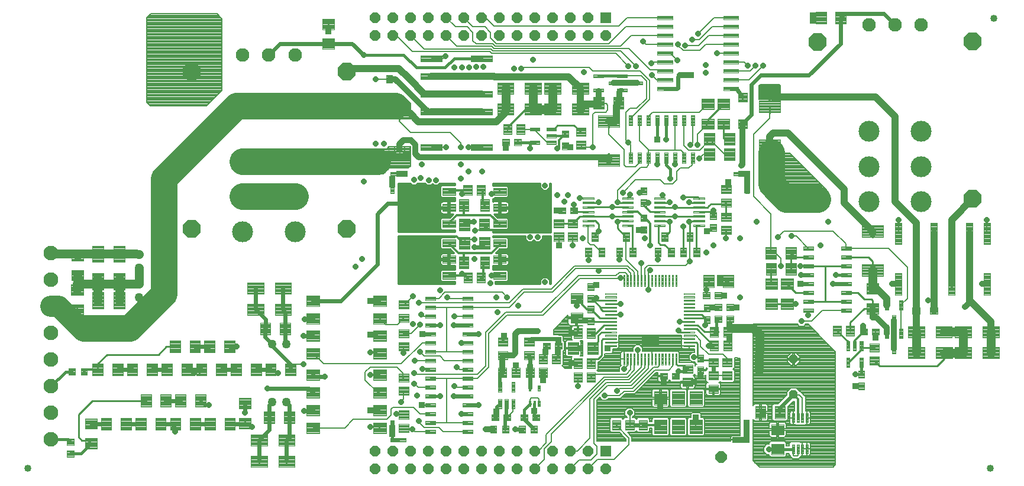
<source format=gtl>
G75*
%MOIN*%
%OFA0B0*%
%FSLAX25Y25*%
%IPPOS*%
%LPD*%
%AMOC8*
5,1,8,0,0,1.08239X$1,22.5*
%
%ADD10C,0.05000*%
%ADD11C,0.00378*%
%ADD12C,0.00409*%
%ADD13C,0.00394*%
%ADD14C,0.00405*%
%ADD15C,0.00375*%
%ADD16C,0.00406*%
%ADD17C,0.00396*%
%ADD18C,0.00400*%
%ADD19C,0.00425*%
%ADD20OC8,0.10000*%
%ADD21C,0.00402*%
%ADD22C,0.11811*%
%ADD23C,0.07677*%
%ADD24C,0.00386*%
%ADD25C,0.00408*%
%ADD26R,0.05906X0.05906*%
%ADD27OC8,0.05906*%
%ADD28C,0.08268*%
%ADD29C,0.04000*%
%ADD30C,0.00100*%
%ADD31OC8,0.06496*%
%ADD32C,0.00402*%
%ADD33OC8,0.04800*%
%ADD34C,0.00374*%
%ADD35C,0.02400*%
%ADD36R,0.03175X0.03175*%
%ADD37C,0.05000*%
%ADD38OC8,0.03175*%
%ADD39C,0.03200*%
%ADD40C,0.01600*%
%ADD41C,0.01000*%
%ADD42C,0.01200*%
%ADD43C,0.00800*%
%ADD44C,0.00600*%
%ADD45C,0.02000*%
%ADD46C,0.04000*%
%ADD47C,0.15000*%
%ADD48C,0.06600*%
%ADD49C,0.12000*%
D10*
X0157462Y0066181D03*
X0165336Y0066181D03*
X0165336Y0098781D03*
X0157462Y0098781D03*
X0082249Y0124994D03*
X0082249Y0132868D03*
X0082249Y0141644D03*
X0082249Y0149518D03*
D11*
X0050959Y0151690D02*
X0050959Y0145770D01*
X0044239Y0145770D01*
X0044239Y0151690D01*
X0050959Y0151690D01*
X0050959Y0146147D02*
X0044239Y0146147D01*
X0044239Y0146524D02*
X0050959Y0146524D01*
X0050959Y0146901D02*
X0044239Y0146901D01*
X0044239Y0147278D02*
X0050959Y0147278D01*
X0050959Y0147655D02*
X0044239Y0147655D01*
X0044239Y0148032D02*
X0050959Y0148032D01*
X0050959Y0148409D02*
X0044239Y0148409D01*
X0044239Y0148786D02*
X0050959Y0148786D01*
X0050959Y0149163D02*
X0044239Y0149163D01*
X0044239Y0149540D02*
X0050959Y0149540D01*
X0050959Y0149917D02*
X0044239Y0149917D01*
X0044239Y0150294D02*
X0050959Y0150294D01*
X0050959Y0150671D02*
X0044239Y0150671D01*
X0044239Y0151048D02*
X0050959Y0151048D01*
X0050959Y0151425D02*
X0044239Y0151425D01*
X0050959Y0140493D02*
X0050959Y0134573D01*
X0044239Y0134573D01*
X0044239Y0140493D01*
X0050959Y0140493D01*
X0050959Y0134950D02*
X0044239Y0134950D01*
X0044239Y0135327D02*
X0050959Y0135327D01*
X0050959Y0135704D02*
X0044239Y0135704D01*
X0044239Y0136081D02*
X0050959Y0136081D01*
X0050959Y0136458D02*
X0044239Y0136458D01*
X0044239Y0136835D02*
X0050959Y0136835D01*
X0050959Y0137212D02*
X0044239Y0137212D01*
X0044239Y0137589D02*
X0050959Y0137589D01*
X0050959Y0137966D02*
X0044239Y0137966D01*
X0044239Y0138343D02*
X0050959Y0138343D01*
X0050959Y0138720D02*
X0044239Y0138720D01*
X0044239Y0139097D02*
X0050959Y0139097D01*
X0050959Y0139474D02*
X0044239Y0139474D01*
X0044239Y0139851D02*
X0050959Y0139851D01*
X0050959Y0140228D02*
X0044239Y0140228D01*
X0044189Y0132240D02*
X0044189Y0126320D01*
X0044189Y0132240D02*
X0050909Y0132240D01*
X0050909Y0126320D01*
X0044189Y0126320D01*
X0044189Y0126697D02*
X0050909Y0126697D01*
X0050909Y0127074D02*
X0044189Y0127074D01*
X0044189Y0127451D02*
X0050909Y0127451D01*
X0050909Y0127828D02*
X0044189Y0127828D01*
X0044189Y0128205D02*
X0050909Y0128205D01*
X0050909Y0128582D02*
X0044189Y0128582D01*
X0044189Y0128959D02*
X0050909Y0128959D01*
X0050909Y0129336D02*
X0044189Y0129336D01*
X0044189Y0129713D02*
X0050909Y0129713D01*
X0050909Y0130090D02*
X0044189Y0130090D01*
X0044189Y0130467D02*
X0050909Y0130467D01*
X0050909Y0130844D02*
X0044189Y0130844D01*
X0044189Y0131221D02*
X0050909Y0131221D01*
X0050909Y0131598D02*
X0044189Y0131598D01*
X0044189Y0131975D02*
X0050909Y0131975D01*
X0044189Y0121043D02*
X0044189Y0115123D01*
X0044189Y0121043D02*
X0050909Y0121043D01*
X0050909Y0115123D01*
X0044189Y0115123D01*
X0044189Y0115500D02*
X0050909Y0115500D01*
X0050909Y0115877D02*
X0044189Y0115877D01*
X0044189Y0116254D02*
X0050909Y0116254D01*
X0050909Y0116631D02*
X0044189Y0116631D01*
X0044189Y0117008D02*
X0050909Y0117008D01*
X0050909Y0117385D02*
X0044189Y0117385D01*
X0044189Y0117762D02*
X0050909Y0117762D01*
X0050909Y0118139D02*
X0044189Y0118139D01*
X0044189Y0118516D02*
X0050909Y0118516D01*
X0050909Y0118893D02*
X0044189Y0118893D01*
X0044189Y0119270D02*
X0050909Y0119270D01*
X0050909Y0119647D02*
X0044189Y0119647D01*
X0044189Y0120024D02*
X0050909Y0120024D01*
X0050909Y0120401D02*
X0044189Y0120401D01*
X0044189Y0120778D02*
X0050909Y0120778D01*
X0099740Y0100691D02*
X0105660Y0100691D01*
X0105660Y0093971D01*
X0099740Y0093971D01*
X0099740Y0100691D01*
X0099740Y0094348D02*
X0105660Y0094348D01*
X0105660Y0094725D02*
X0099740Y0094725D01*
X0099740Y0095102D02*
X0105660Y0095102D01*
X0105660Y0095479D02*
X0099740Y0095479D01*
X0099740Y0095856D02*
X0105660Y0095856D01*
X0105660Y0096233D02*
X0099740Y0096233D01*
X0099740Y0096610D02*
X0105660Y0096610D01*
X0105660Y0096987D02*
X0099740Y0096987D01*
X0099740Y0097364D02*
X0105660Y0097364D01*
X0105660Y0097741D02*
X0099740Y0097741D01*
X0099740Y0098118D02*
X0105660Y0098118D01*
X0105660Y0098495D02*
X0099740Y0098495D01*
X0099740Y0098872D02*
X0105660Y0098872D01*
X0105660Y0099249D02*
X0099740Y0099249D01*
X0099740Y0099626D02*
X0105660Y0099626D01*
X0105660Y0100003D02*
X0099740Y0100003D01*
X0099740Y0100380D02*
X0105660Y0100380D01*
X0110937Y0100691D02*
X0116857Y0100691D01*
X0116857Y0093971D01*
X0110937Y0093971D01*
X0110937Y0100691D01*
X0110937Y0094348D02*
X0116857Y0094348D01*
X0116857Y0094725D02*
X0110937Y0094725D01*
X0110937Y0095102D02*
X0116857Y0095102D01*
X0116857Y0095479D02*
X0110937Y0095479D01*
X0110937Y0095856D02*
X0116857Y0095856D01*
X0116857Y0096233D02*
X0110937Y0096233D01*
X0110937Y0096610D02*
X0116857Y0096610D01*
X0116857Y0096987D02*
X0110937Y0096987D01*
X0110937Y0097364D02*
X0116857Y0097364D01*
X0116857Y0097741D02*
X0110937Y0097741D01*
X0110937Y0098118D02*
X0116857Y0098118D01*
X0116857Y0098495D02*
X0110937Y0098495D01*
X0110937Y0098872D02*
X0116857Y0098872D01*
X0116857Y0099249D02*
X0110937Y0099249D01*
X0110937Y0099626D02*
X0116857Y0099626D01*
X0116857Y0100003D02*
X0110937Y0100003D01*
X0110937Y0100380D02*
X0116857Y0100380D01*
X0119190Y0100691D02*
X0125110Y0100691D01*
X0125110Y0093971D01*
X0119190Y0093971D01*
X0119190Y0100691D01*
X0119190Y0094348D02*
X0125110Y0094348D01*
X0125110Y0094725D02*
X0119190Y0094725D01*
X0119190Y0095102D02*
X0125110Y0095102D01*
X0125110Y0095479D02*
X0119190Y0095479D01*
X0119190Y0095856D02*
X0125110Y0095856D01*
X0125110Y0096233D02*
X0119190Y0096233D01*
X0119190Y0096610D02*
X0125110Y0096610D01*
X0125110Y0096987D02*
X0119190Y0096987D01*
X0119190Y0097364D02*
X0125110Y0097364D01*
X0125110Y0097741D02*
X0119190Y0097741D01*
X0119190Y0098118D02*
X0125110Y0098118D01*
X0125110Y0098495D02*
X0119190Y0098495D01*
X0119190Y0098872D02*
X0125110Y0098872D01*
X0125110Y0099249D02*
X0119190Y0099249D01*
X0119190Y0099626D02*
X0125110Y0099626D01*
X0125110Y0100003D02*
X0119190Y0100003D01*
X0119190Y0100380D02*
X0125110Y0100380D01*
X0130387Y0100691D02*
X0136307Y0100691D01*
X0136307Y0093971D01*
X0130387Y0093971D01*
X0130387Y0100691D01*
X0130387Y0094348D02*
X0136307Y0094348D01*
X0136307Y0094725D02*
X0130387Y0094725D01*
X0130387Y0095102D02*
X0136307Y0095102D01*
X0136307Y0095479D02*
X0130387Y0095479D01*
X0130387Y0095856D02*
X0136307Y0095856D01*
X0136307Y0096233D02*
X0130387Y0096233D01*
X0130387Y0096610D02*
X0136307Y0096610D01*
X0136307Y0096987D02*
X0130387Y0096987D01*
X0130387Y0097364D02*
X0136307Y0097364D01*
X0136307Y0097741D02*
X0130387Y0097741D01*
X0130387Y0098118D02*
X0136307Y0098118D01*
X0136307Y0098495D02*
X0130387Y0098495D01*
X0130387Y0098872D02*
X0136307Y0098872D01*
X0136307Y0099249D02*
X0130387Y0099249D01*
X0130387Y0099626D02*
X0136307Y0099626D01*
X0136307Y0100003D02*
X0130387Y0100003D01*
X0130387Y0100380D02*
X0136307Y0100380D01*
X0150640Y0110891D02*
X0156560Y0110891D01*
X0156560Y0104171D01*
X0150640Y0104171D01*
X0150640Y0110891D01*
X0150640Y0104548D02*
X0156560Y0104548D01*
X0156560Y0104925D02*
X0150640Y0104925D01*
X0150640Y0105302D02*
X0156560Y0105302D01*
X0156560Y0105679D02*
X0150640Y0105679D01*
X0150640Y0106056D02*
X0156560Y0106056D01*
X0156560Y0106433D02*
X0150640Y0106433D01*
X0150640Y0106810D02*
X0156560Y0106810D01*
X0156560Y0107187D02*
X0150640Y0107187D01*
X0150640Y0107564D02*
X0156560Y0107564D01*
X0156560Y0107941D02*
X0150640Y0107941D01*
X0150640Y0108318D02*
X0156560Y0108318D01*
X0156560Y0108695D02*
X0150640Y0108695D01*
X0150640Y0109072D02*
X0156560Y0109072D01*
X0156560Y0109449D02*
X0150640Y0109449D01*
X0150640Y0109826D02*
X0156560Y0109826D01*
X0156560Y0110203D02*
X0150640Y0110203D01*
X0150640Y0110580D02*
X0156560Y0110580D01*
X0161837Y0110891D02*
X0167757Y0110891D01*
X0167757Y0104171D01*
X0161837Y0104171D01*
X0161837Y0110891D01*
X0161837Y0104548D02*
X0167757Y0104548D01*
X0167757Y0104925D02*
X0161837Y0104925D01*
X0161837Y0105302D02*
X0167757Y0105302D01*
X0167757Y0105679D02*
X0161837Y0105679D01*
X0161837Y0106056D02*
X0167757Y0106056D01*
X0167757Y0106433D02*
X0161837Y0106433D01*
X0161837Y0106810D02*
X0167757Y0106810D01*
X0167757Y0107187D02*
X0161837Y0107187D01*
X0161837Y0107564D02*
X0167757Y0107564D01*
X0167757Y0107941D02*
X0161837Y0107941D01*
X0161837Y0108318D02*
X0167757Y0108318D01*
X0167757Y0108695D02*
X0161837Y0108695D01*
X0161837Y0109072D02*
X0167757Y0109072D01*
X0167757Y0109449D02*
X0161837Y0109449D01*
X0161837Y0109826D02*
X0167757Y0109826D01*
X0167757Y0110203D02*
X0161837Y0110203D01*
X0161837Y0110580D02*
X0167757Y0110580D01*
X0176721Y0110221D02*
X0176721Y0116141D01*
X0184217Y0116141D01*
X0184217Y0110221D01*
X0176721Y0110221D01*
X0176721Y0110598D02*
X0184217Y0110598D01*
X0184217Y0110975D02*
X0176721Y0110975D01*
X0176721Y0111352D02*
X0184217Y0111352D01*
X0184217Y0111729D02*
X0176721Y0111729D01*
X0176721Y0112106D02*
X0184217Y0112106D01*
X0184217Y0112483D02*
X0176721Y0112483D01*
X0176721Y0112860D02*
X0184217Y0112860D01*
X0184217Y0113237D02*
X0176721Y0113237D01*
X0176721Y0113614D02*
X0184217Y0113614D01*
X0184217Y0113991D02*
X0176721Y0113991D01*
X0176721Y0114368D02*
X0184217Y0114368D01*
X0184217Y0114745D02*
X0176721Y0114745D01*
X0176721Y0115122D02*
X0184217Y0115122D01*
X0184217Y0115499D02*
X0176721Y0115499D01*
X0176721Y0115876D02*
X0184217Y0115876D01*
X0176721Y0120221D02*
X0176721Y0126141D01*
X0184217Y0126141D01*
X0184217Y0120221D01*
X0176721Y0120221D01*
X0176721Y0120598D02*
X0184217Y0120598D01*
X0184217Y0120975D02*
X0176721Y0120975D01*
X0176721Y0121352D02*
X0184217Y0121352D01*
X0184217Y0121729D02*
X0176721Y0121729D01*
X0176721Y0122106D02*
X0184217Y0122106D01*
X0184217Y0122483D02*
X0176721Y0122483D01*
X0176721Y0122860D02*
X0184217Y0122860D01*
X0184217Y0123237D02*
X0176721Y0123237D01*
X0176721Y0123614D02*
X0184217Y0123614D01*
X0184217Y0123991D02*
X0176721Y0123991D01*
X0176721Y0124368D02*
X0184217Y0124368D01*
X0184217Y0124745D02*
X0176721Y0124745D01*
X0176721Y0125122D02*
X0184217Y0125122D01*
X0184217Y0125499D02*
X0176721Y0125499D01*
X0176721Y0125876D02*
X0184217Y0125876D01*
X0221776Y0126141D02*
X0221776Y0120221D01*
X0214280Y0120221D01*
X0214280Y0126141D01*
X0221776Y0126141D01*
X0221776Y0120598D02*
X0214280Y0120598D01*
X0214280Y0120975D02*
X0221776Y0120975D01*
X0221776Y0121352D02*
X0214280Y0121352D01*
X0214280Y0121729D02*
X0221776Y0121729D01*
X0221776Y0122106D02*
X0214280Y0122106D01*
X0214280Y0122483D02*
X0221776Y0122483D01*
X0221776Y0122860D02*
X0214280Y0122860D01*
X0214280Y0123237D02*
X0221776Y0123237D01*
X0221776Y0123614D02*
X0214280Y0123614D01*
X0214280Y0123991D02*
X0221776Y0123991D01*
X0221776Y0124368D02*
X0214280Y0124368D01*
X0214280Y0124745D02*
X0221776Y0124745D01*
X0221776Y0125122D02*
X0214280Y0125122D01*
X0214280Y0125499D02*
X0221776Y0125499D01*
X0221776Y0125876D02*
X0214280Y0125876D01*
X0221776Y0116141D02*
X0221776Y0110221D01*
X0214280Y0110221D01*
X0214280Y0116141D01*
X0221776Y0116141D01*
X0221776Y0110598D02*
X0214280Y0110598D01*
X0214280Y0110975D02*
X0221776Y0110975D01*
X0221776Y0111352D02*
X0214280Y0111352D01*
X0214280Y0111729D02*
X0221776Y0111729D01*
X0221776Y0112106D02*
X0214280Y0112106D01*
X0214280Y0112483D02*
X0221776Y0112483D01*
X0221776Y0112860D02*
X0214280Y0112860D01*
X0214280Y0113237D02*
X0221776Y0113237D01*
X0221776Y0113614D02*
X0214280Y0113614D01*
X0214280Y0113991D02*
X0221776Y0113991D01*
X0221776Y0114368D02*
X0214280Y0114368D01*
X0214280Y0114745D02*
X0221776Y0114745D01*
X0221776Y0115122D02*
X0214280Y0115122D01*
X0214280Y0115499D02*
X0221776Y0115499D01*
X0221776Y0115876D02*
X0214280Y0115876D01*
X0221776Y0106391D02*
X0221776Y0100471D01*
X0214280Y0100471D01*
X0214280Y0106391D01*
X0221776Y0106391D01*
X0221776Y0100848D02*
X0214280Y0100848D01*
X0214280Y0101225D02*
X0221776Y0101225D01*
X0221776Y0101602D02*
X0214280Y0101602D01*
X0214280Y0101979D02*
X0221776Y0101979D01*
X0221776Y0102356D02*
X0214280Y0102356D01*
X0214280Y0102733D02*
X0221776Y0102733D01*
X0221776Y0103110D02*
X0214280Y0103110D01*
X0214280Y0103487D02*
X0221776Y0103487D01*
X0221776Y0103864D02*
X0214280Y0103864D01*
X0214280Y0104241D02*
X0221776Y0104241D01*
X0221776Y0104618D02*
X0214280Y0104618D01*
X0214280Y0104995D02*
X0221776Y0104995D01*
X0221776Y0105372D02*
X0214280Y0105372D01*
X0214280Y0105749D02*
X0221776Y0105749D01*
X0221776Y0106126D02*
X0214280Y0106126D01*
X0221776Y0096391D02*
X0221776Y0090471D01*
X0214280Y0090471D01*
X0214280Y0096391D01*
X0221776Y0096391D01*
X0221776Y0090848D02*
X0214280Y0090848D01*
X0214280Y0091225D02*
X0221776Y0091225D01*
X0221776Y0091602D02*
X0214280Y0091602D01*
X0214280Y0091979D02*
X0221776Y0091979D01*
X0221776Y0092356D02*
X0214280Y0092356D01*
X0214280Y0092733D02*
X0221776Y0092733D01*
X0221776Y0093110D02*
X0214280Y0093110D01*
X0214280Y0093487D02*
X0221776Y0093487D01*
X0221776Y0093864D02*
X0214280Y0093864D01*
X0214280Y0094241D02*
X0221776Y0094241D01*
X0221776Y0094618D02*
X0214280Y0094618D01*
X0214280Y0094995D02*
X0221776Y0094995D01*
X0221776Y0095372D02*
X0214280Y0095372D01*
X0214280Y0095749D02*
X0221776Y0095749D01*
X0221776Y0096126D02*
X0214280Y0096126D01*
X0221776Y0084441D02*
X0221776Y0078521D01*
X0214280Y0078521D01*
X0214280Y0084441D01*
X0221776Y0084441D01*
X0221776Y0078898D02*
X0214280Y0078898D01*
X0214280Y0079275D02*
X0221776Y0079275D01*
X0221776Y0079652D02*
X0214280Y0079652D01*
X0214280Y0080029D02*
X0221776Y0080029D01*
X0221776Y0080406D02*
X0214280Y0080406D01*
X0214280Y0080783D02*
X0221776Y0080783D01*
X0221776Y0081160D02*
X0214280Y0081160D01*
X0214280Y0081537D02*
X0221776Y0081537D01*
X0221776Y0081914D02*
X0214280Y0081914D01*
X0214280Y0082291D02*
X0221776Y0082291D01*
X0221776Y0082668D02*
X0214280Y0082668D01*
X0214280Y0083045D02*
X0221776Y0083045D01*
X0221776Y0083422D02*
X0214280Y0083422D01*
X0214280Y0083799D02*
X0221776Y0083799D01*
X0221776Y0084176D02*
X0214280Y0084176D01*
X0221776Y0074441D02*
X0221776Y0068521D01*
X0214280Y0068521D01*
X0214280Y0074441D01*
X0221776Y0074441D01*
X0221776Y0068898D02*
X0214280Y0068898D01*
X0214280Y0069275D02*
X0221776Y0069275D01*
X0221776Y0069652D02*
X0214280Y0069652D01*
X0214280Y0070029D02*
X0221776Y0070029D01*
X0221776Y0070406D02*
X0214280Y0070406D01*
X0214280Y0070783D02*
X0221776Y0070783D01*
X0221776Y0071160D02*
X0214280Y0071160D01*
X0214280Y0071537D02*
X0221776Y0071537D01*
X0221776Y0071914D02*
X0214280Y0071914D01*
X0214280Y0072291D02*
X0221776Y0072291D01*
X0221776Y0072668D02*
X0214280Y0072668D01*
X0214280Y0073045D02*
X0221776Y0073045D01*
X0221776Y0073422D02*
X0214280Y0073422D01*
X0214280Y0073799D02*
X0221776Y0073799D01*
X0221776Y0074176D02*
X0214280Y0074176D01*
X0221776Y0064441D02*
X0221776Y0058521D01*
X0214280Y0058521D01*
X0214280Y0064441D01*
X0221776Y0064441D01*
X0221776Y0058898D02*
X0214280Y0058898D01*
X0214280Y0059275D02*
X0221776Y0059275D01*
X0221776Y0059652D02*
X0214280Y0059652D01*
X0214280Y0060029D02*
X0221776Y0060029D01*
X0221776Y0060406D02*
X0214280Y0060406D01*
X0214280Y0060783D02*
X0221776Y0060783D01*
X0221776Y0061160D02*
X0214280Y0061160D01*
X0214280Y0061537D02*
X0221776Y0061537D01*
X0221776Y0061914D02*
X0214280Y0061914D01*
X0214280Y0062291D02*
X0221776Y0062291D01*
X0221776Y0062668D02*
X0214280Y0062668D01*
X0214280Y0063045D02*
X0221776Y0063045D01*
X0221776Y0063422D02*
X0214280Y0063422D01*
X0214280Y0063799D02*
X0221776Y0063799D01*
X0221776Y0064176D02*
X0214280Y0064176D01*
X0221776Y0054441D02*
X0221776Y0048521D01*
X0214280Y0048521D01*
X0214280Y0054441D01*
X0221776Y0054441D01*
X0221776Y0048898D02*
X0214280Y0048898D01*
X0214280Y0049275D02*
X0221776Y0049275D01*
X0221776Y0049652D02*
X0214280Y0049652D01*
X0214280Y0050029D02*
X0221776Y0050029D01*
X0221776Y0050406D02*
X0214280Y0050406D01*
X0214280Y0050783D02*
X0221776Y0050783D01*
X0221776Y0051160D02*
X0214280Y0051160D01*
X0214280Y0051537D02*
X0221776Y0051537D01*
X0221776Y0051914D02*
X0214280Y0051914D01*
X0214280Y0052291D02*
X0221776Y0052291D01*
X0221776Y0052668D02*
X0214280Y0052668D01*
X0214280Y0053045D02*
X0221776Y0053045D01*
X0221776Y0053422D02*
X0214280Y0053422D01*
X0214280Y0053799D02*
X0221776Y0053799D01*
X0221776Y0054176D02*
X0214280Y0054176D01*
X0176721Y0054441D02*
X0176721Y0048521D01*
X0176721Y0054441D02*
X0184217Y0054441D01*
X0184217Y0048521D01*
X0176721Y0048521D01*
X0176721Y0048898D02*
X0184217Y0048898D01*
X0184217Y0049275D02*
X0176721Y0049275D01*
X0176721Y0049652D02*
X0184217Y0049652D01*
X0184217Y0050029D02*
X0176721Y0050029D01*
X0176721Y0050406D02*
X0184217Y0050406D01*
X0184217Y0050783D02*
X0176721Y0050783D01*
X0176721Y0051160D02*
X0184217Y0051160D01*
X0184217Y0051537D02*
X0176721Y0051537D01*
X0176721Y0051914D02*
X0184217Y0051914D01*
X0184217Y0052291D02*
X0176721Y0052291D01*
X0176721Y0052668D02*
X0184217Y0052668D01*
X0184217Y0053045D02*
X0176721Y0053045D01*
X0176721Y0053422D02*
X0184217Y0053422D01*
X0184217Y0053799D02*
X0176721Y0053799D01*
X0176721Y0054176D02*
X0184217Y0054176D01*
X0176721Y0058521D02*
X0176721Y0064441D01*
X0184217Y0064441D01*
X0184217Y0058521D01*
X0176721Y0058521D01*
X0176721Y0058898D02*
X0184217Y0058898D01*
X0184217Y0059275D02*
X0176721Y0059275D01*
X0176721Y0059652D02*
X0184217Y0059652D01*
X0184217Y0060029D02*
X0176721Y0060029D01*
X0176721Y0060406D02*
X0184217Y0060406D01*
X0184217Y0060783D02*
X0176721Y0060783D01*
X0176721Y0061160D02*
X0184217Y0061160D01*
X0184217Y0061537D02*
X0176721Y0061537D01*
X0176721Y0061914D02*
X0184217Y0061914D01*
X0184217Y0062291D02*
X0176721Y0062291D01*
X0176721Y0062668D02*
X0184217Y0062668D01*
X0184217Y0063045D02*
X0176721Y0063045D01*
X0176721Y0063422D02*
X0184217Y0063422D01*
X0184217Y0063799D02*
X0176721Y0063799D01*
X0176721Y0064176D02*
X0184217Y0064176D01*
X0176721Y0068521D02*
X0176721Y0074441D01*
X0184217Y0074441D01*
X0184217Y0068521D01*
X0176721Y0068521D01*
X0176721Y0068898D02*
X0184217Y0068898D01*
X0184217Y0069275D02*
X0176721Y0069275D01*
X0176721Y0069652D02*
X0184217Y0069652D01*
X0184217Y0070029D02*
X0176721Y0070029D01*
X0176721Y0070406D02*
X0184217Y0070406D01*
X0184217Y0070783D02*
X0176721Y0070783D01*
X0176721Y0071160D02*
X0184217Y0071160D01*
X0184217Y0071537D02*
X0176721Y0071537D01*
X0176721Y0071914D02*
X0184217Y0071914D01*
X0184217Y0072291D02*
X0176721Y0072291D01*
X0176721Y0072668D02*
X0184217Y0072668D01*
X0184217Y0073045D02*
X0176721Y0073045D01*
X0176721Y0073422D02*
X0184217Y0073422D01*
X0184217Y0073799D02*
X0176721Y0073799D01*
X0176721Y0074176D02*
X0184217Y0074176D01*
X0176721Y0078521D02*
X0176721Y0084441D01*
X0184217Y0084441D01*
X0184217Y0078521D01*
X0176721Y0078521D01*
X0176721Y0078898D02*
X0184217Y0078898D01*
X0184217Y0079275D02*
X0176721Y0079275D01*
X0176721Y0079652D02*
X0184217Y0079652D01*
X0184217Y0080029D02*
X0176721Y0080029D01*
X0176721Y0080406D02*
X0184217Y0080406D01*
X0184217Y0080783D02*
X0176721Y0080783D01*
X0176721Y0081160D02*
X0184217Y0081160D01*
X0184217Y0081537D02*
X0176721Y0081537D01*
X0176721Y0081914D02*
X0184217Y0081914D01*
X0184217Y0082291D02*
X0176721Y0082291D01*
X0176721Y0082668D02*
X0184217Y0082668D01*
X0184217Y0083045D02*
X0176721Y0083045D01*
X0176721Y0083422D02*
X0184217Y0083422D01*
X0184217Y0083799D02*
X0176721Y0083799D01*
X0176721Y0084176D02*
X0184217Y0084176D01*
X0170757Y0087791D02*
X0164837Y0087791D01*
X0170757Y0087791D02*
X0170757Y0081071D01*
X0164837Y0081071D01*
X0164837Y0087791D01*
X0164837Y0081448D02*
X0170757Y0081448D01*
X0170757Y0081825D02*
X0164837Y0081825D01*
X0164837Y0082202D02*
X0170757Y0082202D01*
X0170757Y0082579D02*
X0164837Y0082579D01*
X0164837Y0082956D02*
X0170757Y0082956D01*
X0170757Y0083333D02*
X0164837Y0083333D01*
X0164837Y0083710D02*
X0170757Y0083710D01*
X0170757Y0084087D02*
X0164837Y0084087D01*
X0164837Y0084464D02*
X0170757Y0084464D01*
X0170757Y0084841D02*
X0164837Y0084841D01*
X0164837Y0085218D02*
X0170757Y0085218D01*
X0170757Y0085595D02*
X0164837Y0085595D01*
X0164837Y0085972D02*
X0170757Y0085972D01*
X0170757Y0086349D02*
X0164837Y0086349D01*
X0164837Y0086726D02*
X0170757Y0086726D01*
X0170757Y0087103D02*
X0164837Y0087103D01*
X0164837Y0087480D02*
X0170757Y0087480D01*
X0176721Y0090471D02*
X0176721Y0096391D01*
X0184217Y0096391D01*
X0184217Y0090471D01*
X0176721Y0090471D01*
X0176721Y0090848D02*
X0184217Y0090848D01*
X0184217Y0091225D02*
X0176721Y0091225D01*
X0176721Y0091602D02*
X0184217Y0091602D01*
X0184217Y0091979D02*
X0176721Y0091979D01*
X0176721Y0092356D02*
X0184217Y0092356D01*
X0184217Y0092733D02*
X0176721Y0092733D01*
X0176721Y0093110D02*
X0184217Y0093110D01*
X0184217Y0093487D02*
X0176721Y0093487D01*
X0176721Y0093864D02*
X0184217Y0093864D01*
X0184217Y0094241D02*
X0176721Y0094241D01*
X0176721Y0094618D02*
X0184217Y0094618D01*
X0184217Y0094995D02*
X0176721Y0094995D01*
X0176721Y0095372D02*
X0184217Y0095372D01*
X0184217Y0095749D02*
X0176721Y0095749D01*
X0176721Y0096126D02*
X0184217Y0096126D01*
X0176721Y0100471D02*
X0176721Y0106391D01*
X0184217Y0106391D01*
X0184217Y0100471D01*
X0176721Y0100471D01*
X0176721Y0100848D02*
X0184217Y0100848D01*
X0184217Y0101225D02*
X0176721Y0101225D01*
X0176721Y0101602D02*
X0184217Y0101602D01*
X0184217Y0101979D02*
X0176721Y0101979D01*
X0176721Y0102356D02*
X0184217Y0102356D01*
X0184217Y0102733D02*
X0176721Y0102733D01*
X0176721Y0103110D02*
X0184217Y0103110D01*
X0184217Y0103487D02*
X0176721Y0103487D01*
X0176721Y0103864D02*
X0184217Y0103864D01*
X0184217Y0104241D02*
X0176721Y0104241D01*
X0176721Y0104618D02*
X0184217Y0104618D01*
X0184217Y0104995D02*
X0176721Y0104995D01*
X0176721Y0105372D02*
X0184217Y0105372D01*
X0184217Y0105749D02*
X0176721Y0105749D01*
X0176721Y0106126D02*
X0184217Y0106126D01*
X0159560Y0087791D02*
X0153640Y0087791D01*
X0159560Y0087791D02*
X0159560Y0081071D01*
X0153640Y0081071D01*
X0153640Y0087791D01*
X0153640Y0081448D02*
X0159560Y0081448D01*
X0159560Y0081825D02*
X0153640Y0081825D01*
X0153640Y0082202D02*
X0159560Y0082202D01*
X0159560Y0082579D02*
X0153640Y0082579D01*
X0153640Y0082956D02*
X0159560Y0082956D01*
X0159560Y0083333D02*
X0153640Y0083333D01*
X0153640Y0083710D02*
X0159560Y0083710D01*
X0159560Y0084087D02*
X0153640Y0084087D01*
X0153640Y0084464D02*
X0159560Y0084464D01*
X0159560Y0084841D02*
X0153640Y0084841D01*
X0153640Y0085218D02*
X0159560Y0085218D01*
X0159560Y0085595D02*
X0153640Y0085595D01*
X0153640Y0085972D02*
X0159560Y0085972D01*
X0159560Y0086349D02*
X0153640Y0086349D01*
X0153640Y0086726D02*
X0159560Y0086726D01*
X0159560Y0087103D02*
X0153640Y0087103D01*
X0153640Y0087480D02*
X0159560Y0087480D01*
X0151257Y0087791D02*
X0145337Y0087791D01*
X0151257Y0087791D02*
X0151257Y0081071D01*
X0145337Y0081071D01*
X0145337Y0087791D01*
X0145337Y0081448D02*
X0151257Y0081448D01*
X0151257Y0081825D02*
X0145337Y0081825D01*
X0145337Y0082202D02*
X0151257Y0082202D01*
X0151257Y0082579D02*
X0145337Y0082579D01*
X0145337Y0082956D02*
X0151257Y0082956D01*
X0151257Y0083333D02*
X0145337Y0083333D01*
X0145337Y0083710D02*
X0151257Y0083710D01*
X0151257Y0084087D02*
X0145337Y0084087D01*
X0145337Y0084464D02*
X0151257Y0084464D01*
X0151257Y0084841D02*
X0145337Y0084841D01*
X0145337Y0085218D02*
X0151257Y0085218D01*
X0151257Y0085595D02*
X0145337Y0085595D01*
X0145337Y0085972D02*
X0151257Y0085972D01*
X0151257Y0086349D02*
X0145337Y0086349D01*
X0145337Y0086726D02*
X0151257Y0086726D01*
X0151257Y0087103D02*
X0145337Y0087103D01*
X0145337Y0087480D02*
X0151257Y0087480D01*
X0140060Y0087791D02*
X0134140Y0087791D01*
X0140060Y0087791D02*
X0140060Y0081071D01*
X0134140Y0081071D01*
X0134140Y0087791D01*
X0134140Y0081448D02*
X0140060Y0081448D01*
X0140060Y0081825D02*
X0134140Y0081825D01*
X0134140Y0082202D02*
X0140060Y0082202D01*
X0140060Y0082579D02*
X0134140Y0082579D01*
X0134140Y0082956D02*
X0140060Y0082956D01*
X0140060Y0083333D02*
X0134140Y0083333D01*
X0134140Y0083710D02*
X0140060Y0083710D01*
X0140060Y0084087D02*
X0134140Y0084087D01*
X0134140Y0084464D02*
X0140060Y0084464D01*
X0140060Y0084841D02*
X0134140Y0084841D01*
X0134140Y0085218D02*
X0140060Y0085218D01*
X0140060Y0085595D02*
X0134140Y0085595D01*
X0134140Y0085972D02*
X0140060Y0085972D01*
X0140060Y0086349D02*
X0134140Y0086349D01*
X0134140Y0086726D02*
X0140060Y0086726D01*
X0140060Y0087103D02*
X0134140Y0087103D01*
X0134140Y0087480D02*
X0140060Y0087480D01*
X0131757Y0087791D02*
X0125837Y0087791D01*
X0131757Y0087791D02*
X0131757Y0081071D01*
X0125837Y0081071D01*
X0125837Y0087791D01*
X0125837Y0081448D02*
X0131757Y0081448D01*
X0131757Y0081825D02*
X0125837Y0081825D01*
X0125837Y0082202D02*
X0131757Y0082202D01*
X0131757Y0082579D02*
X0125837Y0082579D01*
X0125837Y0082956D02*
X0131757Y0082956D01*
X0131757Y0083333D02*
X0125837Y0083333D01*
X0125837Y0083710D02*
X0131757Y0083710D01*
X0131757Y0084087D02*
X0125837Y0084087D01*
X0125837Y0084464D02*
X0131757Y0084464D01*
X0131757Y0084841D02*
X0125837Y0084841D01*
X0125837Y0085218D02*
X0131757Y0085218D01*
X0131757Y0085595D02*
X0125837Y0085595D01*
X0125837Y0085972D02*
X0131757Y0085972D01*
X0131757Y0086349D02*
X0125837Y0086349D01*
X0125837Y0086726D02*
X0131757Y0086726D01*
X0131757Y0087103D02*
X0125837Y0087103D01*
X0125837Y0087480D02*
X0131757Y0087480D01*
X0120560Y0087791D02*
X0114640Y0087791D01*
X0120560Y0087791D02*
X0120560Y0081071D01*
X0114640Y0081071D01*
X0114640Y0087791D01*
X0114640Y0081448D02*
X0120560Y0081448D01*
X0120560Y0081825D02*
X0114640Y0081825D01*
X0114640Y0082202D02*
X0120560Y0082202D01*
X0120560Y0082579D02*
X0114640Y0082579D01*
X0114640Y0082956D02*
X0120560Y0082956D01*
X0120560Y0083333D02*
X0114640Y0083333D01*
X0114640Y0083710D02*
X0120560Y0083710D01*
X0120560Y0084087D02*
X0114640Y0084087D01*
X0114640Y0084464D02*
X0120560Y0084464D01*
X0120560Y0084841D02*
X0114640Y0084841D01*
X0114640Y0085218D02*
X0120560Y0085218D01*
X0120560Y0085595D02*
X0114640Y0085595D01*
X0114640Y0085972D02*
X0120560Y0085972D01*
X0120560Y0086349D02*
X0114640Y0086349D01*
X0114640Y0086726D02*
X0120560Y0086726D01*
X0120560Y0087103D02*
X0114640Y0087103D01*
X0114640Y0087480D02*
X0120560Y0087480D01*
X0112257Y0087791D02*
X0106337Y0087791D01*
X0112257Y0087791D02*
X0112257Y0081071D01*
X0106337Y0081071D01*
X0106337Y0087791D01*
X0106337Y0081448D02*
X0112257Y0081448D01*
X0112257Y0081825D02*
X0106337Y0081825D01*
X0106337Y0082202D02*
X0112257Y0082202D01*
X0112257Y0082579D02*
X0106337Y0082579D01*
X0106337Y0082956D02*
X0112257Y0082956D01*
X0112257Y0083333D02*
X0106337Y0083333D01*
X0106337Y0083710D02*
X0112257Y0083710D01*
X0112257Y0084087D02*
X0106337Y0084087D01*
X0106337Y0084464D02*
X0112257Y0084464D01*
X0112257Y0084841D02*
X0106337Y0084841D01*
X0106337Y0085218D02*
X0112257Y0085218D01*
X0112257Y0085595D02*
X0106337Y0085595D01*
X0106337Y0085972D02*
X0112257Y0085972D01*
X0112257Y0086349D02*
X0106337Y0086349D01*
X0106337Y0086726D02*
X0112257Y0086726D01*
X0112257Y0087103D02*
X0106337Y0087103D01*
X0106337Y0087480D02*
X0112257Y0087480D01*
X0101060Y0087791D02*
X0095140Y0087791D01*
X0101060Y0087791D02*
X0101060Y0081071D01*
X0095140Y0081071D01*
X0095140Y0087791D01*
X0095140Y0081448D02*
X0101060Y0081448D01*
X0101060Y0081825D02*
X0095140Y0081825D01*
X0095140Y0082202D02*
X0101060Y0082202D01*
X0101060Y0082579D02*
X0095140Y0082579D01*
X0095140Y0082956D02*
X0101060Y0082956D01*
X0101060Y0083333D02*
X0095140Y0083333D01*
X0095140Y0083710D02*
X0101060Y0083710D01*
X0101060Y0084087D02*
X0095140Y0084087D01*
X0095140Y0084464D02*
X0101060Y0084464D01*
X0101060Y0084841D02*
X0095140Y0084841D01*
X0095140Y0085218D02*
X0101060Y0085218D01*
X0101060Y0085595D02*
X0095140Y0085595D01*
X0095140Y0085972D02*
X0101060Y0085972D01*
X0101060Y0086349D02*
X0095140Y0086349D01*
X0095140Y0086726D02*
X0101060Y0086726D01*
X0101060Y0087103D02*
X0095140Y0087103D01*
X0095140Y0087480D02*
X0101060Y0087480D01*
X0092757Y0087791D02*
X0086837Y0087791D01*
X0092757Y0087791D02*
X0092757Y0081071D01*
X0086837Y0081071D01*
X0086837Y0087791D01*
X0086837Y0081448D02*
X0092757Y0081448D01*
X0092757Y0081825D02*
X0086837Y0081825D01*
X0086837Y0082202D02*
X0092757Y0082202D01*
X0092757Y0082579D02*
X0086837Y0082579D01*
X0086837Y0082956D02*
X0092757Y0082956D01*
X0092757Y0083333D02*
X0086837Y0083333D01*
X0086837Y0083710D02*
X0092757Y0083710D01*
X0092757Y0084087D02*
X0086837Y0084087D01*
X0086837Y0084464D02*
X0092757Y0084464D01*
X0092757Y0084841D02*
X0086837Y0084841D01*
X0086837Y0085218D02*
X0092757Y0085218D01*
X0092757Y0085595D02*
X0086837Y0085595D01*
X0086837Y0085972D02*
X0092757Y0085972D01*
X0092757Y0086349D02*
X0086837Y0086349D01*
X0086837Y0086726D02*
X0092757Y0086726D01*
X0092757Y0087103D02*
X0086837Y0087103D01*
X0086837Y0087480D02*
X0092757Y0087480D01*
X0081560Y0087791D02*
X0075640Y0087791D01*
X0081560Y0087791D02*
X0081560Y0081071D01*
X0075640Y0081071D01*
X0075640Y0087791D01*
X0075640Y0081448D02*
X0081560Y0081448D01*
X0081560Y0081825D02*
X0075640Y0081825D01*
X0075640Y0082202D02*
X0081560Y0082202D01*
X0081560Y0082579D02*
X0075640Y0082579D01*
X0075640Y0082956D02*
X0081560Y0082956D01*
X0081560Y0083333D02*
X0075640Y0083333D01*
X0075640Y0083710D02*
X0081560Y0083710D01*
X0081560Y0084087D02*
X0075640Y0084087D01*
X0075640Y0084464D02*
X0081560Y0084464D01*
X0081560Y0084841D02*
X0075640Y0084841D01*
X0075640Y0085218D02*
X0081560Y0085218D01*
X0081560Y0085595D02*
X0075640Y0085595D01*
X0075640Y0085972D02*
X0081560Y0085972D01*
X0081560Y0086349D02*
X0075640Y0086349D01*
X0075640Y0086726D02*
X0081560Y0086726D01*
X0081560Y0087103D02*
X0075640Y0087103D01*
X0075640Y0087480D02*
X0081560Y0087480D01*
X0073257Y0087791D02*
X0067337Y0087791D01*
X0073257Y0087791D02*
X0073257Y0081071D01*
X0067337Y0081071D01*
X0067337Y0087791D01*
X0067337Y0081448D02*
X0073257Y0081448D01*
X0073257Y0081825D02*
X0067337Y0081825D01*
X0067337Y0082202D02*
X0073257Y0082202D01*
X0073257Y0082579D02*
X0067337Y0082579D01*
X0067337Y0082956D02*
X0073257Y0082956D01*
X0073257Y0083333D02*
X0067337Y0083333D01*
X0067337Y0083710D02*
X0073257Y0083710D01*
X0073257Y0084087D02*
X0067337Y0084087D01*
X0067337Y0084464D02*
X0073257Y0084464D01*
X0073257Y0084841D02*
X0067337Y0084841D01*
X0067337Y0085218D02*
X0073257Y0085218D01*
X0073257Y0085595D02*
X0067337Y0085595D01*
X0067337Y0085972D02*
X0073257Y0085972D01*
X0073257Y0086349D02*
X0067337Y0086349D01*
X0067337Y0086726D02*
X0073257Y0086726D01*
X0073257Y0087103D02*
X0067337Y0087103D01*
X0067337Y0087480D02*
X0073257Y0087480D01*
X0062060Y0087791D02*
X0056140Y0087791D01*
X0062060Y0087791D02*
X0062060Y0081071D01*
X0056140Y0081071D01*
X0056140Y0087791D01*
X0056140Y0081448D02*
X0062060Y0081448D01*
X0062060Y0081825D02*
X0056140Y0081825D01*
X0056140Y0082202D02*
X0062060Y0082202D01*
X0062060Y0082579D02*
X0056140Y0082579D01*
X0056140Y0082956D02*
X0062060Y0082956D01*
X0062060Y0083333D02*
X0056140Y0083333D01*
X0056140Y0083710D02*
X0062060Y0083710D01*
X0062060Y0084087D02*
X0056140Y0084087D01*
X0056140Y0084464D02*
X0062060Y0084464D01*
X0062060Y0084841D02*
X0056140Y0084841D01*
X0056140Y0085218D02*
X0062060Y0085218D01*
X0062060Y0085595D02*
X0056140Y0085595D01*
X0056140Y0085972D02*
X0062060Y0085972D01*
X0062060Y0086349D02*
X0056140Y0086349D01*
X0056140Y0086726D02*
X0062060Y0086726D01*
X0062060Y0087103D02*
X0056140Y0087103D01*
X0056140Y0087480D02*
X0062060Y0087480D01*
X0083340Y0070241D02*
X0089260Y0070241D01*
X0089260Y0063521D01*
X0083340Y0063521D01*
X0083340Y0070241D01*
X0083340Y0063898D02*
X0089260Y0063898D01*
X0089260Y0064275D02*
X0083340Y0064275D01*
X0083340Y0064652D02*
X0089260Y0064652D01*
X0089260Y0065029D02*
X0083340Y0065029D01*
X0083340Y0065406D02*
X0089260Y0065406D01*
X0089260Y0065783D02*
X0083340Y0065783D01*
X0083340Y0066160D02*
X0089260Y0066160D01*
X0089260Y0066537D02*
X0083340Y0066537D01*
X0083340Y0066914D02*
X0089260Y0066914D01*
X0089260Y0067291D02*
X0083340Y0067291D01*
X0083340Y0067668D02*
X0089260Y0067668D01*
X0089260Y0068045D02*
X0083340Y0068045D01*
X0083340Y0068422D02*
X0089260Y0068422D01*
X0089260Y0068799D02*
X0083340Y0068799D01*
X0083340Y0069176D02*
X0089260Y0069176D01*
X0089260Y0069553D02*
X0083340Y0069553D01*
X0083340Y0069930D02*
X0089260Y0069930D01*
X0094537Y0070241D02*
X0100457Y0070241D01*
X0100457Y0063521D01*
X0094537Y0063521D01*
X0094537Y0070241D01*
X0094537Y0063898D02*
X0100457Y0063898D01*
X0100457Y0064275D02*
X0094537Y0064275D01*
X0094537Y0064652D02*
X0100457Y0064652D01*
X0100457Y0065029D02*
X0094537Y0065029D01*
X0094537Y0065406D02*
X0100457Y0065406D01*
X0100457Y0065783D02*
X0094537Y0065783D01*
X0094537Y0066160D02*
X0100457Y0066160D01*
X0100457Y0066537D02*
X0094537Y0066537D01*
X0094537Y0066914D02*
X0100457Y0066914D01*
X0100457Y0067291D02*
X0094537Y0067291D01*
X0094537Y0067668D02*
X0100457Y0067668D01*
X0100457Y0068045D02*
X0094537Y0068045D01*
X0094537Y0068422D02*
X0100457Y0068422D01*
X0100457Y0068799D02*
X0094537Y0068799D01*
X0094537Y0069176D02*
X0100457Y0069176D01*
X0100457Y0069553D02*
X0094537Y0069553D01*
X0094537Y0069930D02*
X0100457Y0069930D01*
X0102840Y0070241D02*
X0108760Y0070241D01*
X0108760Y0063521D01*
X0102840Y0063521D01*
X0102840Y0070241D01*
X0102840Y0063898D02*
X0108760Y0063898D01*
X0108760Y0064275D02*
X0102840Y0064275D01*
X0102840Y0064652D02*
X0108760Y0064652D01*
X0108760Y0065029D02*
X0102840Y0065029D01*
X0102840Y0065406D02*
X0108760Y0065406D01*
X0108760Y0065783D02*
X0102840Y0065783D01*
X0102840Y0066160D02*
X0108760Y0066160D01*
X0108760Y0066537D02*
X0102840Y0066537D01*
X0102840Y0066914D02*
X0108760Y0066914D01*
X0108760Y0067291D02*
X0102840Y0067291D01*
X0102840Y0067668D02*
X0108760Y0067668D01*
X0108760Y0068045D02*
X0102840Y0068045D01*
X0102840Y0068422D02*
X0108760Y0068422D01*
X0108760Y0068799D02*
X0102840Y0068799D01*
X0102840Y0069176D02*
X0108760Y0069176D01*
X0108760Y0069553D02*
X0102840Y0069553D01*
X0102840Y0069930D02*
X0108760Y0069930D01*
X0114037Y0070241D02*
X0119957Y0070241D01*
X0119957Y0063521D01*
X0114037Y0063521D01*
X0114037Y0070241D01*
X0114037Y0063898D02*
X0119957Y0063898D01*
X0119957Y0064275D02*
X0114037Y0064275D01*
X0114037Y0064652D02*
X0119957Y0064652D01*
X0119957Y0065029D02*
X0114037Y0065029D01*
X0114037Y0065406D02*
X0119957Y0065406D01*
X0119957Y0065783D02*
X0114037Y0065783D01*
X0114037Y0066160D02*
X0119957Y0066160D01*
X0119957Y0066537D02*
X0114037Y0066537D01*
X0114037Y0066914D02*
X0119957Y0066914D01*
X0119957Y0067291D02*
X0114037Y0067291D01*
X0114037Y0067668D02*
X0119957Y0067668D01*
X0119957Y0068045D02*
X0114037Y0068045D01*
X0114037Y0068422D02*
X0119957Y0068422D01*
X0119957Y0068799D02*
X0114037Y0068799D01*
X0114037Y0069176D02*
X0119957Y0069176D01*
X0119957Y0069553D02*
X0114037Y0069553D01*
X0114037Y0069930D02*
X0119957Y0069930D01*
X0138739Y0068240D02*
X0138739Y0062320D01*
X0138739Y0068240D02*
X0145459Y0068240D01*
X0145459Y0062320D01*
X0138739Y0062320D01*
X0138739Y0062697D02*
X0145459Y0062697D01*
X0145459Y0063074D02*
X0138739Y0063074D01*
X0138739Y0063451D02*
X0145459Y0063451D01*
X0145459Y0063828D02*
X0138739Y0063828D01*
X0138739Y0064205D02*
X0145459Y0064205D01*
X0145459Y0064582D02*
X0138739Y0064582D01*
X0138739Y0064959D02*
X0145459Y0064959D01*
X0145459Y0065336D02*
X0138739Y0065336D01*
X0138739Y0065713D02*
X0145459Y0065713D01*
X0145459Y0066090D02*
X0138739Y0066090D01*
X0138739Y0066467D02*
X0145459Y0066467D01*
X0145459Y0066844D02*
X0138739Y0066844D01*
X0138739Y0067221D02*
X0145459Y0067221D01*
X0145459Y0067598D02*
X0138739Y0067598D01*
X0138739Y0067975D02*
X0145459Y0067975D01*
X0152840Y0060841D02*
X0158760Y0060841D01*
X0158760Y0054121D01*
X0152840Y0054121D01*
X0152840Y0060841D01*
X0152840Y0054498D02*
X0158760Y0054498D01*
X0158760Y0054875D02*
X0152840Y0054875D01*
X0152840Y0055252D02*
X0158760Y0055252D01*
X0158760Y0055629D02*
X0152840Y0055629D01*
X0152840Y0056006D02*
X0158760Y0056006D01*
X0158760Y0056383D02*
X0152840Y0056383D01*
X0152840Y0056760D02*
X0158760Y0056760D01*
X0158760Y0057137D02*
X0152840Y0057137D01*
X0152840Y0057514D02*
X0158760Y0057514D01*
X0158760Y0057891D02*
X0152840Y0057891D01*
X0152840Y0058268D02*
X0158760Y0058268D01*
X0158760Y0058645D02*
X0152840Y0058645D01*
X0152840Y0059022D02*
X0158760Y0059022D01*
X0158760Y0059399D02*
X0152840Y0059399D01*
X0152840Y0059776D02*
X0158760Y0059776D01*
X0158760Y0060153D02*
X0152840Y0060153D01*
X0152840Y0060530D02*
X0158760Y0060530D01*
X0164037Y0060841D02*
X0169957Y0060841D01*
X0169957Y0054121D01*
X0164037Y0054121D01*
X0164037Y0060841D01*
X0164037Y0054498D02*
X0169957Y0054498D01*
X0169957Y0054875D02*
X0164037Y0054875D01*
X0164037Y0055252D02*
X0169957Y0055252D01*
X0169957Y0055629D02*
X0164037Y0055629D01*
X0164037Y0056006D02*
X0169957Y0056006D01*
X0169957Y0056383D02*
X0164037Y0056383D01*
X0164037Y0056760D02*
X0169957Y0056760D01*
X0169957Y0057137D02*
X0164037Y0057137D01*
X0164037Y0057514D02*
X0169957Y0057514D01*
X0169957Y0057891D02*
X0164037Y0057891D01*
X0164037Y0058268D02*
X0169957Y0058268D01*
X0169957Y0058645D02*
X0164037Y0058645D01*
X0164037Y0059022D02*
X0169957Y0059022D01*
X0169957Y0059399D02*
X0164037Y0059399D01*
X0164037Y0059776D02*
X0169957Y0059776D01*
X0169957Y0060153D02*
X0164037Y0060153D01*
X0164037Y0060530D02*
X0169957Y0060530D01*
X0138739Y0057043D02*
X0138739Y0051123D01*
X0138739Y0057043D02*
X0145459Y0057043D01*
X0145459Y0051123D01*
X0138739Y0051123D01*
X0138739Y0051500D02*
X0145459Y0051500D01*
X0145459Y0051877D02*
X0138739Y0051877D01*
X0138739Y0052254D02*
X0145459Y0052254D01*
X0145459Y0052631D02*
X0138739Y0052631D01*
X0138739Y0053008D02*
X0145459Y0053008D01*
X0145459Y0053385D02*
X0138739Y0053385D01*
X0138739Y0053762D02*
X0145459Y0053762D01*
X0145459Y0054139D02*
X0138739Y0054139D01*
X0138739Y0054516D02*
X0145459Y0054516D01*
X0145459Y0054893D02*
X0138739Y0054893D01*
X0138739Y0055270D02*
X0145459Y0055270D01*
X0145459Y0055647D02*
X0138739Y0055647D01*
X0138739Y0056024D02*
X0145459Y0056024D01*
X0145459Y0056401D02*
X0138739Y0056401D01*
X0138739Y0056778D02*
X0145459Y0056778D01*
X0136557Y0057041D02*
X0130637Y0057041D01*
X0136557Y0057041D02*
X0136557Y0050321D01*
X0130637Y0050321D01*
X0130637Y0057041D01*
X0130637Y0050698D02*
X0136557Y0050698D01*
X0136557Y0051075D02*
X0130637Y0051075D01*
X0130637Y0051452D02*
X0136557Y0051452D01*
X0136557Y0051829D02*
X0130637Y0051829D01*
X0130637Y0052206D02*
X0136557Y0052206D01*
X0136557Y0052583D02*
X0130637Y0052583D01*
X0130637Y0052960D02*
X0136557Y0052960D01*
X0136557Y0053337D02*
X0130637Y0053337D01*
X0130637Y0053714D02*
X0136557Y0053714D01*
X0136557Y0054091D02*
X0130637Y0054091D01*
X0130637Y0054468D02*
X0136557Y0054468D01*
X0136557Y0054845D02*
X0130637Y0054845D01*
X0130637Y0055222D02*
X0136557Y0055222D01*
X0136557Y0055599D02*
X0130637Y0055599D01*
X0130637Y0055976D02*
X0136557Y0055976D01*
X0136557Y0056353D02*
X0130637Y0056353D01*
X0130637Y0056730D02*
X0136557Y0056730D01*
X0125360Y0057041D02*
X0119440Y0057041D01*
X0125360Y0057041D02*
X0125360Y0050321D01*
X0119440Y0050321D01*
X0119440Y0057041D01*
X0119440Y0050698D02*
X0125360Y0050698D01*
X0125360Y0051075D02*
X0119440Y0051075D01*
X0119440Y0051452D02*
X0125360Y0051452D01*
X0125360Y0051829D02*
X0119440Y0051829D01*
X0119440Y0052206D02*
X0125360Y0052206D01*
X0125360Y0052583D02*
X0119440Y0052583D01*
X0119440Y0052960D02*
X0125360Y0052960D01*
X0125360Y0053337D02*
X0119440Y0053337D01*
X0119440Y0053714D02*
X0125360Y0053714D01*
X0125360Y0054091D02*
X0119440Y0054091D01*
X0119440Y0054468D02*
X0125360Y0054468D01*
X0125360Y0054845D02*
X0119440Y0054845D01*
X0119440Y0055222D02*
X0125360Y0055222D01*
X0125360Y0055599D02*
X0119440Y0055599D01*
X0119440Y0055976D02*
X0125360Y0055976D01*
X0125360Y0056353D02*
X0119440Y0056353D01*
X0119440Y0056730D02*
X0125360Y0056730D01*
X0117057Y0057041D02*
X0111137Y0057041D01*
X0117057Y0057041D02*
X0117057Y0050321D01*
X0111137Y0050321D01*
X0111137Y0057041D01*
X0111137Y0050698D02*
X0117057Y0050698D01*
X0117057Y0051075D02*
X0111137Y0051075D01*
X0111137Y0051452D02*
X0117057Y0051452D01*
X0117057Y0051829D02*
X0111137Y0051829D01*
X0111137Y0052206D02*
X0117057Y0052206D01*
X0117057Y0052583D02*
X0111137Y0052583D01*
X0111137Y0052960D02*
X0117057Y0052960D01*
X0117057Y0053337D02*
X0111137Y0053337D01*
X0111137Y0053714D02*
X0117057Y0053714D01*
X0117057Y0054091D02*
X0111137Y0054091D01*
X0111137Y0054468D02*
X0117057Y0054468D01*
X0117057Y0054845D02*
X0111137Y0054845D01*
X0111137Y0055222D02*
X0117057Y0055222D01*
X0117057Y0055599D02*
X0111137Y0055599D01*
X0111137Y0055976D02*
X0117057Y0055976D01*
X0117057Y0056353D02*
X0111137Y0056353D01*
X0111137Y0056730D02*
X0117057Y0056730D01*
X0105860Y0057041D02*
X0099940Y0057041D01*
X0105860Y0057041D02*
X0105860Y0050321D01*
X0099940Y0050321D01*
X0099940Y0057041D01*
X0099940Y0050698D02*
X0105860Y0050698D01*
X0105860Y0051075D02*
X0099940Y0051075D01*
X0099940Y0051452D02*
X0105860Y0051452D01*
X0105860Y0051829D02*
X0099940Y0051829D01*
X0099940Y0052206D02*
X0105860Y0052206D01*
X0105860Y0052583D02*
X0099940Y0052583D01*
X0099940Y0052960D02*
X0105860Y0052960D01*
X0105860Y0053337D02*
X0099940Y0053337D01*
X0099940Y0053714D02*
X0105860Y0053714D01*
X0105860Y0054091D02*
X0099940Y0054091D01*
X0099940Y0054468D02*
X0105860Y0054468D01*
X0105860Y0054845D02*
X0099940Y0054845D01*
X0099940Y0055222D02*
X0105860Y0055222D01*
X0105860Y0055599D02*
X0099940Y0055599D01*
X0099940Y0055976D02*
X0105860Y0055976D01*
X0105860Y0056353D02*
X0099940Y0056353D01*
X0099940Y0056730D02*
X0105860Y0056730D01*
X0097557Y0057041D02*
X0091637Y0057041D01*
X0097557Y0057041D02*
X0097557Y0050321D01*
X0091637Y0050321D01*
X0091637Y0057041D01*
X0091637Y0050698D02*
X0097557Y0050698D01*
X0097557Y0051075D02*
X0091637Y0051075D01*
X0091637Y0051452D02*
X0097557Y0051452D01*
X0097557Y0051829D02*
X0091637Y0051829D01*
X0091637Y0052206D02*
X0097557Y0052206D01*
X0097557Y0052583D02*
X0091637Y0052583D01*
X0091637Y0052960D02*
X0097557Y0052960D01*
X0097557Y0053337D02*
X0091637Y0053337D01*
X0091637Y0053714D02*
X0097557Y0053714D01*
X0097557Y0054091D02*
X0091637Y0054091D01*
X0091637Y0054468D02*
X0097557Y0054468D01*
X0097557Y0054845D02*
X0091637Y0054845D01*
X0091637Y0055222D02*
X0097557Y0055222D01*
X0097557Y0055599D02*
X0091637Y0055599D01*
X0091637Y0055976D02*
X0097557Y0055976D01*
X0097557Y0056353D02*
X0091637Y0056353D01*
X0091637Y0056730D02*
X0097557Y0056730D01*
X0086360Y0057041D02*
X0080440Y0057041D01*
X0086360Y0057041D02*
X0086360Y0050321D01*
X0080440Y0050321D01*
X0080440Y0057041D01*
X0080440Y0050698D02*
X0086360Y0050698D01*
X0086360Y0051075D02*
X0080440Y0051075D01*
X0080440Y0051452D02*
X0086360Y0051452D01*
X0086360Y0051829D02*
X0080440Y0051829D01*
X0080440Y0052206D02*
X0086360Y0052206D01*
X0086360Y0052583D02*
X0080440Y0052583D01*
X0080440Y0052960D02*
X0086360Y0052960D01*
X0086360Y0053337D02*
X0080440Y0053337D01*
X0080440Y0053714D02*
X0086360Y0053714D01*
X0086360Y0054091D02*
X0080440Y0054091D01*
X0080440Y0054468D02*
X0086360Y0054468D01*
X0086360Y0054845D02*
X0080440Y0054845D01*
X0080440Y0055222D02*
X0086360Y0055222D01*
X0086360Y0055599D02*
X0080440Y0055599D01*
X0080440Y0055976D02*
X0086360Y0055976D01*
X0086360Y0056353D02*
X0080440Y0056353D01*
X0080440Y0056730D02*
X0086360Y0056730D01*
X0078057Y0057041D02*
X0072137Y0057041D01*
X0078057Y0057041D02*
X0078057Y0050321D01*
X0072137Y0050321D01*
X0072137Y0057041D01*
X0072137Y0050698D02*
X0078057Y0050698D01*
X0078057Y0051075D02*
X0072137Y0051075D01*
X0072137Y0051452D02*
X0078057Y0051452D01*
X0078057Y0051829D02*
X0072137Y0051829D01*
X0072137Y0052206D02*
X0078057Y0052206D01*
X0078057Y0052583D02*
X0072137Y0052583D01*
X0072137Y0052960D02*
X0078057Y0052960D01*
X0078057Y0053337D02*
X0072137Y0053337D01*
X0072137Y0053714D02*
X0078057Y0053714D01*
X0078057Y0054091D02*
X0072137Y0054091D01*
X0072137Y0054468D02*
X0078057Y0054468D01*
X0078057Y0054845D02*
X0072137Y0054845D01*
X0072137Y0055222D02*
X0078057Y0055222D01*
X0078057Y0055599D02*
X0072137Y0055599D01*
X0072137Y0055976D02*
X0078057Y0055976D01*
X0078057Y0056353D02*
X0072137Y0056353D01*
X0072137Y0056730D02*
X0078057Y0056730D01*
X0066860Y0057041D02*
X0060940Y0057041D01*
X0066860Y0057041D02*
X0066860Y0050321D01*
X0060940Y0050321D01*
X0060940Y0057041D01*
X0060940Y0050698D02*
X0066860Y0050698D01*
X0066860Y0051075D02*
X0060940Y0051075D01*
X0060940Y0051452D02*
X0066860Y0051452D01*
X0066860Y0051829D02*
X0060940Y0051829D01*
X0060940Y0052206D02*
X0066860Y0052206D01*
X0066860Y0052583D02*
X0060940Y0052583D01*
X0060940Y0052960D02*
X0066860Y0052960D01*
X0066860Y0053337D02*
X0060940Y0053337D01*
X0060940Y0053714D02*
X0066860Y0053714D01*
X0066860Y0054091D02*
X0060940Y0054091D01*
X0060940Y0054468D02*
X0066860Y0054468D01*
X0066860Y0054845D02*
X0060940Y0054845D01*
X0060940Y0055222D02*
X0066860Y0055222D01*
X0066860Y0055599D02*
X0060940Y0055599D01*
X0060940Y0055976D02*
X0066860Y0055976D01*
X0066860Y0056353D02*
X0060940Y0056353D01*
X0060940Y0056730D02*
X0066860Y0056730D01*
X0052039Y0056890D02*
X0052039Y0050970D01*
X0052039Y0056890D02*
X0058759Y0056890D01*
X0058759Y0050970D01*
X0052039Y0050970D01*
X0052039Y0051347D02*
X0058759Y0051347D01*
X0058759Y0051724D02*
X0052039Y0051724D01*
X0052039Y0052101D02*
X0058759Y0052101D01*
X0058759Y0052478D02*
X0052039Y0052478D01*
X0052039Y0052855D02*
X0058759Y0052855D01*
X0058759Y0053232D02*
X0052039Y0053232D01*
X0052039Y0053609D02*
X0058759Y0053609D01*
X0058759Y0053986D02*
X0052039Y0053986D01*
X0052039Y0054363D02*
X0058759Y0054363D01*
X0058759Y0054740D02*
X0052039Y0054740D01*
X0052039Y0055117D02*
X0058759Y0055117D01*
X0058759Y0055494D02*
X0052039Y0055494D01*
X0052039Y0055871D02*
X0058759Y0055871D01*
X0058759Y0056248D02*
X0052039Y0056248D01*
X0052039Y0056625D02*
X0058759Y0056625D01*
X0052039Y0045693D02*
X0052039Y0039773D01*
X0052039Y0045693D02*
X0058759Y0045693D01*
X0058759Y0039773D01*
X0052039Y0039773D01*
X0052039Y0040150D02*
X0058759Y0040150D01*
X0058759Y0040527D02*
X0052039Y0040527D01*
X0052039Y0040904D02*
X0058759Y0040904D01*
X0058759Y0041281D02*
X0052039Y0041281D01*
X0052039Y0041658D02*
X0058759Y0041658D01*
X0058759Y0042035D02*
X0052039Y0042035D01*
X0052039Y0042412D02*
X0058759Y0042412D01*
X0058759Y0042789D02*
X0052039Y0042789D01*
X0052039Y0043166D02*
X0058759Y0043166D01*
X0058759Y0043543D02*
X0052039Y0043543D01*
X0052039Y0043920D02*
X0058759Y0043920D01*
X0058759Y0044297D02*
X0052039Y0044297D01*
X0052039Y0044674D02*
X0058759Y0044674D01*
X0058759Y0045051D02*
X0052039Y0045051D01*
X0052039Y0045428D02*
X0058759Y0045428D01*
X0262840Y0159041D02*
X0268760Y0159041D01*
X0268760Y0152321D01*
X0262840Y0152321D01*
X0262840Y0159041D01*
X0262840Y0152698D02*
X0268760Y0152698D01*
X0268760Y0153075D02*
X0262840Y0153075D01*
X0262840Y0153452D02*
X0268760Y0153452D01*
X0268760Y0153829D02*
X0262840Y0153829D01*
X0262840Y0154206D02*
X0268760Y0154206D01*
X0268760Y0154583D02*
X0262840Y0154583D01*
X0262840Y0154960D02*
X0268760Y0154960D01*
X0268760Y0155337D02*
X0262840Y0155337D01*
X0262840Y0155714D02*
X0268760Y0155714D01*
X0268760Y0156091D02*
X0262840Y0156091D01*
X0262840Y0156468D02*
X0268760Y0156468D01*
X0268760Y0156845D02*
X0262840Y0156845D01*
X0262840Y0157222D02*
X0268760Y0157222D01*
X0268760Y0157599D02*
X0262840Y0157599D01*
X0262840Y0157976D02*
X0268760Y0157976D01*
X0268760Y0158353D02*
X0262840Y0158353D01*
X0262840Y0158730D02*
X0268760Y0158730D01*
X0274037Y0159041D02*
X0279957Y0159041D01*
X0279957Y0152321D01*
X0274037Y0152321D01*
X0274037Y0159041D01*
X0274037Y0152698D02*
X0279957Y0152698D01*
X0279957Y0153075D02*
X0274037Y0153075D01*
X0274037Y0153452D02*
X0279957Y0153452D01*
X0279957Y0153829D02*
X0274037Y0153829D01*
X0274037Y0154206D02*
X0279957Y0154206D01*
X0279957Y0154583D02*
X0274037Y0154583D01*
X0274037Y0154960D02*
X0279957Y0154960D01*
X0279957Y0155337D02*
X0274037Y0155337D01*
X0274037Y0155714D02*
X0279957Y0155714D01*
X0279957Y0156091D02*
X0274037Y0156091D01*
X0274037Y0156468D02*
X0279957Y0156468D01*
X0279957Y0156845D02*
X0274037Y0156845D01*
X0274037Y0157222D02*
X0279957Y0157222D01*
X0279957Y0157599D02*
X0274037Y0157599D01*
X0274037Y0157976D02*
X0279957Y0157976D01*
X0279957Y0158353D02*
X0274037Y0158353D01*
X0274037Y0158730D02*
X0279957Y0158730D01*
X0279857Y0162671D02*
X0273937Y0162671D01*
X0273937Y0169391D01*
X0279857Y0169391D01*
X0279857Y0162671D01*
X0279857Y0163048D02*
X0273937Y0163048D01*
X0273937Y0163425D02*
X0279857Y0163425D01*
X0279857Y0163802D02*
X0273937Y0163802D01*
X0273937Y0164179D02*
X0279857Y0164179D01*
X0279857Y0164556D02*
X0273937Y0164556D01*
X0273937Y0164933D02*
X0279857Y0164933D01*
X0279857Y0165310D02*
X0273937Y0165310D01*
X0273937Y0165687D02*
X0279857Y0165687D01*
X0279857Y0166064D02*
X0273937Y0166064D01*
X0273937Y0166441D02*
X0279857Y0166441D01*
X0279857Y0166818D02*
X0273937Y0166818D01*
X0273937Y0167195D02*
X0279857Y0167195D01*
X0279857Y0167572D02*
X0273937Y0167572D01*
X0273937Y0167949D02*
X0279857Y0167949D01*
X0279857Y0168326D02*
X0273937Y0168326D01*
X0273937Y0168703D02*
X0279857Y0168703D01*
X0279857Y0169080D02*
X0273937Y0169080D01*
X0268660Y0162671D02*
X0262740Y0162671D01*
X0262740Y0169391D01*
X0268660Y0169391D01*
X0268660Y0162671D01*
X0268660Y0163048D02*
X0262740Y0163048D01*
X0262740Y0163425D02*
X0268660Y0163425D01*
X0268660Y0163802D02*
X0262740Y0163802D01*
X0262740Y0164179D02*
X0268660Y0164179D01*
X0268660Y0164556D02*
X0262740Y0164556D01*
X0262740Y0164933D02*
X0268660Y0164933D01*
X0268660Y0165310D02*
X0262740Y0165310D01*
X0262740Y0165687D02*
X0268660Y0165687D01*
X0268660Y0166064D02*
X0262740Y0166064D01*
X0262740Y0166441D02*
X0268660Y0166441D01*
X0268660Y0166818D02*
X0262740Y0166818D01*
X0262740Y0167195D02*
X0268660Y0167195D01*
X0268660Y0167572D02*
X0262740Y0167572D01*
X0262740Y0167949D02*
X0268660Y0167949D01*
X0268660Y0168326D02*
X0262740Y0168326D01*
X0262740Y0168703D02*
X0268660Y0168703D01*
X0268660Y0169080D02*
X0262740Y0169080D01*
X0325595Y0127553D02*
X0325595Y0121633D01*
X0325595Y0127553D02*
X0332303Y0127553D01*
X0332303Y0121633D01*
X0325595Y0121633D01*
X0325595Y0122010D02*
X0332303Y0122010D01*
X0332303Y0122387D02*
X0325595Y0122387D01*
X0325595Y0122764D02*
X0332303Y0122764D01*
X0332303Y0123141D02*
X0325595Y0123141D01*
X0325595Y0123518D02*
X0332303Y0123518D01*
X0332303Y0123895D02*
X0325595Y0123895D01*
X0325595Y0124272D02*
X0332303Y0124272D01*
X0332303Y0124649D02*
X0325595Y0124649D01*
X0325595Y0125026D02*
X0332303Y0125026D01*
X0332303Y0125403D02*
X0325595Y0125403D01*
X0325595Y0125780D02*
X0332303Y0125780D01*
X0332303Y0126157D02*
X0325595Y0126157D01*
X0325595Y0126534D02*
X0332303Y0126534D01*
X0332303Y0126911D02*
X0325595Y0126911D01*
X0325595Y0127288D02*
X0332303Y0127288D01*
X0325595Y0116529D02*
X0325595Y0110609D01*
X0325595Y0116529D02*
X0332303Y0116529D01*
X0332303Y0110609D01*
X0325595Y0110609D01*
X0325595Y0110986D02*
X0332303Y0110986D01*
X0332303Y0111363D02*
X0325595Y0111363D01*
X0325595Y0111740D02*
X0332303Y0111740D01*
X0332303Y0112117D02*
X0325595Y0112117D01*
X0325595Y0112494D02*
X0332303Y0112494D01*
X0332303Y0112871D02*
X0325595Y0112871D01*
X0325595Y0113248D02*
X0332303Y0113248D01*
X0332303Y0113625D02*
X0325595Y0113625D01*
X0325595Y0114002D02*
X0332303Y0114002D01*
X0332303Y0114379D02*
X0325595Y0114379D01*
X0325595Y0114756D02*
X0332303Y0114756D01*
X0332303Y0115133D02*
X0325595Y0115133D01*
X0325595Y0115510D02*
X0332303Y0115510D01*
X0332303Y0115887D02*
X0325595Y0115887D01*
X0325595Y0116264D02*
X0332303Y0116264D01*
X0330047Y0093027D02*
X0324127Y0093027D01*
X0324127Y0099735D01*
X0330047Y0099735D01*
X0330047Y0093027D01*
X0330047Y0093404D02*
X0324127Y0093404D01*
X0324127Y0093781D02*
X0330047Y0093781D01*
X0330047Y0094158D02*
X0324127Y0094158D01*
X0324127Y0094535D02*
X0330047Y0094535D01*
X0330047Y0094912D02*
X0324127Y0094912D01*
X0324127Y0095289D02*
X0330047Y0095289D01*
X0330047Y0095666D02*
X0324127Y0095666D01*
X0324127Y0096043D02*
X0330047Y0096043D01*
X0330047Y0096420D02*
X0324127Y0096420D01*
X0324127Y0096797D02*
X0330047Y0096797D01*
X0330047Y0097174D02*
X0324127Y0097174D01*
X0324127Y0097551D02*
X0330047Y0097551D01*
X0330047Y0097928D02*
X0324127Y0097928D01*
X0324127Y0098305D02*
X0330047Y0098305D01*
X0330047Y0098682D02*
X0324127Y0098682D01*
X0324127Y0099059D02*
X0330047Y0099059D01*
X0330047Y0099436D02*
X0324127Y0099436D01*
X0335151Y0093027D02*
X0341071Y0093027D01*
X0335151Y0093027D02*
X0335151Y0099735D01*
X0341071Y0099735D01*
X0341071Y0093027D01*
X0341071Y0093404D02*
X0335151Y0093404D01*
X0335151Y0093781D02*
X0341071Y0093781D01*
X0341071Y0094158D02*
X0335151Y0094158D01*
X0335151Y0094535D02*
X0341071Y0094535D01*
X0341071Y0094912D02*
X0335151Y0094912D01*
X0335151Y0095289D02*
X0341071Y0095289D01*
X0341071Y0095666D02*
X0335151Y0095666D01*
X0335151Y0096043D02*
X0341071Y0096043D01*
X0341071Y0096420D02*
X0335151Y0096420D01*
X0335151Y0096797D02*
X0341071Y0096797D01*
X0341071Y0097174D02*
X0335151Y0097174D01*
X0335151Y0097551D02*
X0341071Y0097551D01*
X0341071Y0097928D02*
X0335151Y0097928D01*
X0335151Y0098305D02*
X0341071Y0098305D01*
X0341071Y0098682D02*
X0335151Y0098682D01*
X0335151Y0099059D02*
X0341071Y0099059D01*
X0341071Y0099436D02*
X0335151Y0099436D01*
X0400327Y0130877D02*
X0406247Y0130877D01*
X0400327Y0130877D02*
X0400327Y0137585D01*
X0406247Y0137585D01*
X0406247Y0130877D01*
X0406247Y0131254D02*
X0400327Y0131254D01*
X0400327Y0131631D02*
X0406247Y0131631D01*
X0406247Y0132008D02*
X0400327Y0132008D01*
X0400327Y0132385D02*
X0406247Y0132385D01*
X0406247Y0132762D02*
X0400327Y0132762D01*
X0400327Y0133139D02*
X0406247Y0133139D01*
X0406247Y0133516D02*
X0400327Y0133516D01*
X0400327Y0133893D02*
X0406247Y0133893D01*
X0406247Y0134270D02*
X0400327Y0134270D01*
X0400327Y0134647D02*
X0406247Y0134647D01*
X0406247Y0135024D02*
X0400327Y0135024D01*
X0400327Y0135401D02*
X0406247Y0135401D01*
X0406247Y0135778D02*
X0400327Y0135778D01*
X0400327Y0136155D02*
X0406247Y0136155D01*
X0406247Y0136532D02*
X0400327Y0136532D01*
X0400327Y0136909D02*
X0406247Y0136909D01*
X0406247Y0137286D02*
X0400327Y0137286D01*
X0411351Y0130877D02*
X0417271Y0130877D01*
X0411351Y0130877D02*
X0411351Y0137585D01*
X0417271Y0137585D01*
X0417271Y0130877D01*
X0417271Y0131254D02*
X0411351Y0131254D01*
X0411351Y0131631D02*
X0417271Y0131631D01*
X0417271Y0132008D02*
X0411351Y0132008D01*
X0411351Y0132385D02*
X0417271Y0132385D01*
X0417271Y0132762D02*
X0411351Y0132762D01*
X0411351Y0133139D02*
X0417271Y0133139D01*
X0417271Y0133516D02*
X0411351Y0133516D01*
X0411351Y0133893D02*
X0417271Y0133893D01*
X0417271Y0134270D02*
X0411351Y0134270D01*
X0411351Y0134647D02*
X0417271Y0134647D01*
X0417271Y0135024D02*
X0411351Y0135024D01*
X0411351Y0135401D02*
X0417271Y0135401D01*
X0417271Y0135778D02*
X0411351Y0135778D01*
X0411351Y0136155D02*
X0417271Y0136155D01*
X0417271Y0136532D02*
X0411351Y0136532D01*
X0411351Y0136909D02*
X0417271Y0136909D01*
X0417271Y0137286D02*
X0411351Y0137286D01*
X0435590Y0144541D02*
X0441510Y0144541D01*
X0441510Y0137821D01*
X0435590Y0137821D01*
X0435590Y0144541D01*
X0435590Y0138198D02*
X0441510Y0138198D01*
X0441510Y0138575D02*
X0435590Y0138575D01*
X0435590Y0138952D02*
X0441510Y0138952D01*
X0441510Y0139329D02*
X0435590Y0139329D01*
X0435590Y0139706D02*
X0441510Y0139706D01*
X0441510Y0140083D02*
X0435590Y0140083D01*
X0435590Y0140460D02*
X0441510Y0140460D01*
X0441510Y0140837D02*
X0435590Y0140837D01*
X0435590Y0141214D02*
X0441510Y0141214D01*
X0441510Y0141591D02*
X0435590Y0141591D01*
X0435590Y0141968D02*
X0441510Y0141968D01*
X0441510Y0142345D02*
X0435590Y0142345D01*
X0435590Y0142722D02*
X0441510Y0142722D01*
X0441510Y0143099D02*
X0435590Y0143099D01*
X0435590Y0143476D02*
X0441510Y0143476D01*
X0441510Y0143853D02*
X0435590Y0143853D01*
X0435590Y0144230D02*
X0441510Y0144230D01*
X0446787Y0144541D02*
X0452707Y0144541D01*
X0452707Y0137821D01*
X0446787Y0137821D01*
X0446787Y0144541D01*
X0446787Y0138198D02*
X0452707Y0138198D01*
X0452707Y0138575D02*
X0446787Y0138575D01*
X0446787Y0138952D02*
X0452707Y0138952D01*
X0452707Y0139329D02*
X0446787Y0139329D01*
X0446787Y0139706D02*
X0452707Y0139706D01*
X0452707Y0140083D02*
X0446787Y0140083D01*
X0446787Y0140460D02*
X0452707Y0140460D01*
X0452707Y0140837D02*
X0446787Y0140837D01*
X0446787Y0141214D02*
X0452707Y0141214D01*
X0452707Y0141591D02*
X0446787Y0141591D01*
X0446787Y0141968D02*
X0452707Y0141968D01*
X0452707Y0142345D02*
X0446787Y0142345D01*
X0446787Y0142722D02*
X0452707Y0142722D01*
X0452707Y0143099D02*
X0446787Y0143099D01*
X0446787Y0143476D02*
X0452707Y0143476D01*
X0452707Y0143853D02*
X0446787Y0143853D01*
X0446787Y0144230D02*
X0452707Y0144230D01*
X0452607Y0146571D02*
X0446687Y0146571D01*
X0446687Y0153291D01*
X0452607Y0153291D01*
X0452607Y0146571D01*
X0452607Y0146948D02*
X0446687Y0146948D01*
X0446687Y0147325D02*
X0452607Y0147325D01*
X0452607Y0147702D02*
X0446687Y0147702D01*
X0446687Y0148079D02*
X0452607Y0148079D01*
X0452607Y0148456D02*
X0446687Y0148456D01*
X0446687Y0148833D02*
X0452607Y0148833D01*
X0452607Y0149210D02*
X0446687Y0149210D01*
X0446687Y0149587D02*
X0452607Y0149587D01*
X0452607Y0149964D02*
X0446687Y0149964D01*
X0446687Y0150341D02*
X0452607Y0150341D01*
X0452607Y0150718D02*
X0446687Y0150718D01*
X0446687Y0151095D02*
X0452607Y0151095D01*
X0452607Y0151472D02*
X0446687Y0151472D01*
X0446687Y0151849D02*
X0452607Y0151849D01*
X0452607Y0152226D02*
X0446687Y0152226D01*
X0446687Y0152603D02*
X0452607Y0152603D01*
X0452607Y0152980D02*
X0446687Y0152980D01*
X0441410Y0146571D02*
X0435490Y0146571D01*
X0435490Y0153291D01*
X0441410Y0153291D01*
X0441410Y0146571D01*
X0441410Y0146948D02*
X0435490Y0146948D01*
X0435490Y0147325D02*
X0441410Y0147325D01*
X0441410Y0147702D02*
X0435490Y0147702D01*
X0435490Y0148079D02*
X0441410Y0148079D01*
X0441410Y0148456D02*
X0435490Y0148456D01*
X0435490Y0148833D02*
X0441410Y0148833D01*
X0441410Y0149210D02*
X0435490Y0149210D01*
X0435490Y0149587D02*
X0441410Y0149587D01*
X0441410Y0149964D02*
X0435490Y0149964D01*
X0435490Y0150341D02*
X0441410Y0150341D01*
X0441410Y0150718D02*
X0435490Y0150718D01*
X0435490Y0151095D02*
X0441410Y0151095D01*
X0441410Y0151472D02*
X0435490Y0151472D01*
X0435490Y0151849D02*
X0441410Y0151849D01*
X0441410Y0152226D02*
X0435490Y0152226D01*
X0435490Y0152603D02*
X0441410Y0152603D01*
X0441410Y0152980D02*
X0435490Y0152980D01*
X0435439Y0135590D02*
X0435439Y0129670D01*
X0435439Y0135590D02*
X0442159Y0135590D01*
X0442159Y0129670D01*
X0435439Y0129670D01*
X0435439Y0130047D02*
X0442159Y0130047D01*
X0442159Y0130424D02*
X0435439Y0130424D01*
X0435439Y0130801D02*
X0442159Y0130801D01*
X0442159Y0131178D02*
X0435439Y0131178D01*
X0435439Y0131555D02*
X0442159Y0131555D01*
X0442159Y0131932D02*
X0435439Y0131932D01*
X0435439Y0132309D02*
X0442159Y0132309D01*
X0442159Y0132686D02*
X0435439Y0132686D01*
X0435439Y0133063D02*
X0442159Y0133063D01*
X0442159Y0133440D02*
X0435439Y0133440D01*
X0435439Y0133817D02*
X0442159Y0133817D01*
X0442159Y0134194D02*
X0435439Y0134194D01*
X0435439Y0134571D02*
X0442159Y0134571D01*
X0442159Y0134948D02*
X0435439Y0134948D01*
X0435439Y0135325D02*
X0442159Y0135325D01*
X0444189Y0135590D02*
X0444189Y0129670D01*
X0444189Y0135590D02*
X0450909Y0135590D01*
X0450909Y0129670D01*
X0444189Y0129670D01*
X0444189Y0130047D02*
X0450909Y0130047D01*
X0450909Y0130424D02*
X0444189Y0130424D01*
X0444189Y0130801D02*
X0450909Y0130801D01*
X0450909Y0131178D02*
X0444189Y0131178D01*
X0444189Y0131555D02*
X0450909Y0131555D01*
X0450909Y0131932D02*
X0444189Y0131932D01*
X0444189Y0132309D02*
X0450909Y0132309D01*
X0450909Y0132686D02*
X0444189Y0132686D01*
X0444189Y0133063D02*
X0450909Y0133063D01*
X0450909Y0133440D02*
X0444189Y0133440D01*
X0444189Y0133817D02*
X0450909Y0133817D01*
X0450909Y0134194D02*
X0444189Y0134194D01*
X0444189Y0134571D02*
X0450909Y0134571D01*
X0450909Y0134948D02*
X0444189Y0134948D01*
X0444189Y0135325D02*
X0450909Y0135325D01*
X0444189Y0124393D02*
X0444189Y0118473D01*
X0444189Y0124393D02*
X0450909Y0124393D01*
X0450909Y0118473D01*
X0444189Y0118473D01*
X0444189Y0118850D02*
X0450909Y0118850D01*
X0450909Y0119227D02*
X0444189Y0119227D01*
X0444189Y0119604D02*
X0450909Y0119604D01*
X0450909Y0119981D02*
X0444189Y0119981D01*
X0444189Y0120358D02*
X0450909Y0120358D01*
X0450909Y0120735D02*
X0444189Y0120735D01*
X0444189Y0121112D02*
X0450909Y0121112D01*
X0450909Y0121489D02*
X0444189Y0121489D01*
X0444189Y0121866D02*
X0450909Y0121866D01*
X0450909Y0122243D02*
X0444189Y0122243D01*
X0444189Y0122620D02*
X0450909Y0122620D01*
X0450909Y0122997D02*
X0444189Y0122997D01*
X0444189Y0123374D02*
X0450909Y0123374D01*
X0450909Y0123751D02*
X0444189Y0123751D01*
X0444189Y0124128D02*
X0450909Y0124128D01*
X0435439Y0124393D02*
X0435439Y0118473D01*
X0435439Y0124393D02*
X0442159Y0124393D01*
X0442159Y0118473D01*
X0435439Y0118473D01*
X0435439Y0118850D02*
X0442159Y0118850D01*
X0442159Y0119227D02*
X0435439Y0119227D01*
X0435439Y0119604D02*
X0442159Y0119604D01*
X0442159Y0119981D02*
X0435439Y0119981D01*
X0435439Y0120358D02*
X0442159Y0120358D01*
X0442159Y0120735D02*
X0435439Y0120735D01*
X0435439Y0121112D02*
X0442159Y0121112D01*
X0442159Y0121489D02*
X0435439Y0121489D01*
X0435439Y0121866D02*
X0442159Y0121866D01*
X0442159Y0122243D02*
X0435439Y0122243D01*
X0435439Y0122620D02*
X0442159Y0122620D01*
X0442159Y0122997D02*
X0435439Y0122997D01*
X0435439Y0123374D02*
X0442159Y0123374D01*
X0442159Y0123751D02*
X0435439Y0123751D01*
X0435439Y0124128D02*
X0442159Y0124128D01*
X0492339Y0121743D02*
X0492339Y0115823D01*
X0492339Y0121743D02*
X0499059Y0121743D01*
X0499059Y0115823D01*
X0492339Y0115823D01*
X0492339Y0116200D02*
X0499059Y0116200D01*
X0499059Y0116577D02*
X0492339Y0116577D01*
X0492339Y0116954D02*
X0499059Y0116954D01*
X0499059Y0117331D02*
X0492339Y0117331D01*
X0492339Y0117708D02*
X0499059Y0117708D01*
X0499059Y0118085D02*
X0492339Y0118085D01*
X0492339Y0118462D02*
X0499059Y0118462D01*
X0499059Y0118839D02*
X0492339Y0118839D01*
X0492339Y0119216D02*
X0499059Y0119216D01*
X0499059Y0119593D02*
X0492339Y0119593D01*
X0492339Y0119970D02*
X0499059Y0119970D01*
X0499059Y0120347D02*
X0492339Y0120347D01*
X0492339Y0120724D02*
X0499059Y0120724D01*
X0499059Y0121101D02*
X0492339Y0121101D01*
X0492339Y0121478D02*
X0499059Y0121478D01*
X0492339Y0127020D02*
X0492339Y0132940D01*
X0499059Y0132940D01*
X0499059Y0127020D01*
X0492339Y0127020D01*
X0492339Y0127397D02*
X0499059Y0127397D01*
X0499059Y0127774D02*
X0492339Y0127774D01*
X0492339Y0128151D02*
X0499059Y0128151D01*
X0499059Y0128528D02*
X0492339Y0128528D01*
X0492339Y0128905D02*
X0499059Y0128905D01*
X0499059Y0129282D02*
X0492339Y0129282D01*
X0492339Y0129659D02*
X0499059Y0129659D01*
X0499059Y0130036D02*
X0492339Y0130036D01*
X0492339Y0130413D02*
X0499059Y0130413D01*
X0499059Y0130790D02*
X0492339Y0130790D01*
X0492339Y0131167D02*
X0499059Y0131167D01*
X0499059Y0131544D02*
X0492339Y0131544D01*
X0492339Y0131921D02*
X0499059Y0131921D01*
X0499059Y0132298D02*
X0492339Y0132298D01*
X0492339Y0132675D02*
X0499059Y0132675D01*
X0446521Y0063585D02*
X0440601Y0063585D01*
X0446521Y0063585D02*
X0446521Y0056877D01*
X0440601Y0056877D01*
X0440601Y0063585D01*
X0440601Y0057254D02*
X0446521Y0057254D01*
X0446521Y0057631D02*
X0440601Y0057631D01*
X0440601Y0058008D02*
X0446521Y0058008D01*
X0446521Y0058385D02*
X0440601Y0058385D01*
X0440601Y0058762D02*
X0446521Y0058762D01*
X0446521Y0059139D02*
X0440601Y0059139D01*
X0440601Y0059516D02*
X0446521Y0059516D01*
X0446521Y0059893D02*
X0440601Y0059893D01*
X0440601Y0060270D02*
X0446521Y0060270D01*
X0446521Y0060647D02*
X0440601Y0060647D01*
X0440601Y0061024D02*
X0446521Y0061024D01*
X0446521Y0061401D02*
X0440601Y0061401D01*
X0440601Y0061778D02*
X0446521Y0061778D01*
X0446521Y0062155D02*
X0440601Y0062155D01*
X0440601Y0062532D02*
X0446521Y0062532D01*
X0446521Y0062909D02*
X0440601Y0062909D01*
X0440601Y0063286D02*
X0446521Y0063286D01*
X0435497Y0063585D02*
X0429577Y0063585D01*
X0435497Y0063585D02*
X0435497Y0056877D01*
X0429577Y0056877D01*
X0429577Y0063585D01*
X0429577Y0057254D02*
X0435497Y0057254D01*
X0435497Y0057631D02*
X0429577Y0057631D01*
X0429577Y0058008D02*
X0435497Y0058008D01*
X0435497Y0058385D02*
X0429577Y0058385D01*
X0429577Y0058762D02*
X0435497Y0058762D01*
X0435497Y0059139D02*
X0429577Y0059139D01*
X0429577Y0059516D02*
X0435497Y0059516D01*
X0435497Y0059893D02*
X0429577Y0059893D01*
X0429577Y0060270D02*
X0435497Y0060270D01*
X0435497Y0060647D02*
X0429577Y0060647D01*
X0429577Y0061024D02*
X0435497Y0061024D01*
X0435497Y0061401D02*
X0429577Y0061401D01*
X0429577Y0061778D02*
X0435497Y0061778D01*
X0435497Y0062155D02*
X0429577Y0062155D01*
X0429577Y0062532D02*
X0435497Y0062532D01*
X0435497Y0062909D02*
X0429577Y0062909D01*
X0429577Y0063286D02*
X0435497Y0063286D01*
X0445603Y0053503D02*
X0445603Y0047583D01*
X0438895Y0047583D01*
X0438895Y0053503D01*
X0445603Y0053503D01*
X0445603Y0047960D02*
X0438895Y0047960D01*
X0438895Y0048337D02*
X0445603Y0048337D01*
X0445603Y0048714D02*
X0438895Y0048714D01*
X0438895Y0049091D02*
X0445603Y0049091D01*
X0445603Y0049468D02*
X0438895Y0049468D01*
X0438895Y0049845D02*
X0445603Y0049845D01*
X0445603Y0050222D02*
X0438895Y0050222D01*
X0438895Y0050599D02*
X0445603Y0050599D01*
X0445603Y0050976D02*
X0438895Y0050976D01*
X0438895Y0051353D02*
X0445603Y0051353D01*
X0445603Y0051730D02*
X0438895Y0051730D01*
X0438895Y0052107D02*
X0445603Y0052107D01*
X0445603Y0052484D02*
X0438895Y0052484D01*
X0438895Y0052861D02*
X0445603Y0052861D01*
X0445603Y0053238D02*
X0438895Y0053238D01*
X0445603Y0042479D02*
X0445603Y0036559D01*
X0438895Y0036559D01*
X0438895Y0042479D01*
X0445603Y0042479D01*
X0445603Y0036936D02*
X0438895Y0036936D01*
X0438895Y0037313D02*
X0445603Y0037313D01*
X0445603Y0037690D02*
X0438895Y0037690D01*
X0438895Y0038067D02*
X0445603Y0038067D01*
X0445603Y0038444D02*
X0438895Y0038444D01*
X0438895Y0038821D02*
X0445603Y0038821D01*
X0445603Y0039198D02*
X0438895Y0039198D01*
X0438895Y0039575D02*
X0445603Y0039575D01*
X0445603Y0039952D02*
X0438895Y0039952D01*
X0438895Y0040329D02*
X0445603Y0040329D01*
X0445603Y0040706D02*
X0438895Y0040706D01*
X0438895Y0041083D02*
X0445603Y0041083D01*
X0445603Y0041460D02*
X0438895Y0041460D01*
X0438895Y0041837D02*
X0445603Y0041837D01*
X0445603Y0042214D02*
X0438895Y0042214D01*
X0418007Y0202321D02*
X0412087Y0202321D01*
X0412087Y0209041D01*
X0418007Y0209041D01*
X0418007Y0202321D01*
X0418007Y0202698D02*
X0412087Y0202698D01*
X0412087Y0203075D02*
X0418007Y0203075D01*
X0418007Y0203452D02*
X0412087Y0203452D01*
X0412087Y0203829D02*
X0418007Y0203829D01*
X0418007Y0204206D02*
X0412087Y0204206D01*
X0412087Y0204583D02*
X0418007Y0204583D01*
X0418007Y0204960D02*
X0412087Y0204960D01*
X0412087Y0205337D02*
X0418007Y0205337D01*
X0418007Y0205714D02*
X0412087Y0205714D01*
X0412087Y0206091D02*
X0418007Y0206091D01*
X0418007Y0206468D02*
X0412087Y0206468D01*
X0412087Y0206845D02*
X0418007Y0206845D01*
X0418007Y0207222D02*
X0412087Y0207222D01*
X0412087Y0207599D02*
X0418007Y0207599D01*
X0418007Y0207976D02*
X0412087Y0207976D01*
X0412087Y0208353D02*
X0418007Y0208353D01*
X0418007Y0208730D02*
X0412087Y0208730D01*
X0406810Y0202321D02*
X0400890Y0202321D01*
X0400890Y0209041D01*
X0406810Y0209041D01*
X0406810Y0202321D01*
X0406810Y0202698D02*
X0400890Y0202698D01*
X0400890Y0203075D02*
X0406810Y0203075D01*
X0406810Y0203452D02*
X0400890Y0203452D01*
X0400890Y0203829D02*
X0406810Y0203829D01*
X0406810Y0204206D02*
X0400890Y0204206D01*
X0400890Y0204583D02*
X0406810Y0204583D01*
X0406810Y0204960D02*
X0400890Y0204960D01*
X0400890Y0205337D02*
X0406810Y0205337D01*
X0406810Y0205714D02*
X0400890Y0205714D01*
X0400890Y0206091D02*
X0406810Y0206091D01*
X0406810Y0206468D02*
X0400890Y0206468D01*
X0400890Y0206845D02*
X0406810Y0206845D01*
X0406810Y0207222D02*
X0400890Y0207222D01*
X0400890Y0207599D02*
X0406810Y0207599D01*
X0406810Y0207976D02*
X0400890Y0207976D01*
X0400890Y0208353D02*
X0406810Y0208353D01*
X0406810Y0208730D02*
X0400890Y0208730D01*
X0400890Y0211021D02*
X0406810Y0211021D01*
X0400890Y0211021D02*
X0400890Y0217741D01*
X0406810Y0217741D01*
X0406810Y0211021D01*
X0406810Y0211398D02*
X0400890Y0211398D01*
X0400890Y0211775D02*
X0406810Y0211775D01*
X0406810Y0212152D02*
X0400890Y0212152D01*
X0400890Y0212529D02*
X0406810Y0212529D01*
X0406810Y0212906D02*
X0400890Y0212906D01*
X0400890Y0213283D02*
X0406810Y0213283D01*
X0406810Y0213660D02*
X0400890Y0213660D01*
X0400890Y0214037D02*
X0406810Y0214037D01*
X0406810Y0214414D02*
X0400890Y0214414D01*
X0400890Y0214791D02*
X0406810Y0214791D01*
X0406810Y0215168D02*
X0400890Y0215168D01*
X0400890Y0215545D02*
X0406810Y0215545D01*
X0406810Y0215922D02*
X0400890Y0215922D01*
X0400890Y0216299D02*
X0406810Y0216299D01*
X0406810Y0216676D02*
X0400890Y0216676D01*
X0400890Y0217053D02*
X0406810Y0217053D01*
X0406810Y0217430D02*
X0400890Y0217430D01*
X0399539Y0219973D02*
X0399539Y0225893D01*
X0406259Y0225893D01*
X0406259Y0219973D01*
X0399539Y0219973D01*
X0399539Y0220350D02*
X0406259Y0220350D01*
X0406259Y0220727D02*
X0399539Y0220727D01*
X0399539Y0221104D02*
X0406259Y0221104D01*
X0406259Y0221481D02*
X0399539Y0221481D01*
X0399539Y0221858D02*
X0406259Y0221858D01*
X0406259Y0222235D02*
X0399539Y0222235D01*
X0399539Y0222612D02*
X0406259Y0222612D01*
X0406259Y0222989D02*
X0399539Y0222989D01*
X0399539Y0223366D02*
X0406259Y0223366D01*
X0406259Y0223743D02*
X0399539Y0223743D01*
X0399539Y0224120D02*
X0406259Y0224120D01*
X0406259Y0224497D02*
X0399539Y0224497D01*
X0399539Y0224874D02*
X0406259Y0224874D01*
X0406259Y0225251D02*
X0399539Y0225251D01*
X0399539Y0225628D02*
X0406259Y0225628D01*
X0415059Y0225893D02*
X0415059Y0219973D01*
X0408339Y0219973D01*
X0408339Y0225893D01*
X0415059Y0225893D01*
X0415059Y0220350D02*
X0408339Y0220350D01*
X0408339Y0220727D02*
X0415059Y0220727D01*
X0415059Y0221104D02*
X0408339Y0221104D01*
X0408339Y0221481D02*
X0415059Y0221481D01*
X0415059Y0221858D02*
X0408339Y0221858D01*
X0408339Y0222235D02*
X0415059Y0222235D01*
X0415059Y0222612D02*
X0408339Y0222612D01*
X0408339Y0222989D02*
X0415059Y0222989D01*
X0415059Y0223366D02*
X0408339Y0223366D01*
X0408339Y0223743D02*
X0415059Y0223743D01*
X0415059Y0224120D02*
X0408339Y0224120D01*
X0408339Y0224497D02*
X0415059Y0224497D01*
X0415059Y0224874D02*
X0408339Y0224874D01*
X0408339Y0225251D02*
X0415059Y0225251D01*
X0415059Y0225628D02*
X0408339Y0225628D01*
X0415059Y0231170D02*
X0415059Y0237090D01*
X0415059Y0231170D02*
X0408339Y0231170D01*
X0408339Y0237090D01*
X0415059Y0237090D01*
X0415059Y0231547D02*
X0408339Y0231547D01*
X0408339Y0231924D02*
X0415059Y0231924D01*
X0415059Y0232301D02*
X0408339Y0232301D01*
X0408339Y0232678D02*
X0415059Y0232678D01*
X0415059Y0233055D02*
X0408339Y0233055D01*
X0408339Y0233432D02*
X0415059Y0233432D01*
X0415059Y0233809D02*
X0408339Y0233809D01*
X0408339Y0234186D02*
X0415059Y0234186D01*
X0415059Y0234563D02*
X0408339Y0234563D01*
X0408339Y0234940D02*
X0415059Y0234940D01*
X0415059Y0235317D02*
X0408339Y0235317D01*
X0408339Y0235694D02*
X0415059Y0235694D01*
X0415059Y0236071D02*
X0408339Y0236071D01*
X0408339Y0236448D02*
X0415059Y0236448D01*
X0415059Y0236825D02*
X0408339Y0236825D01*
X0399539Y0237090D02*
X0399539Y0231170D01*
X0399539Y0237090D02*
X0406259Y0237090D01*
X0406259Y0231170D01*
X0399539Y0231170D01*
X0399539Y0231547D02*
X0406259Y0231547D01*
X0406259Y0231924D02*
X0399539Y0231924D01*
X0399539Y0232301D02*
X0406259Y0232301D01*
X0406259Y0232678D02*
X0399539Y0232678D01*
X0399539Y0233055D02*
X0406259Y0233055D01*
X0406259Y0233432D02*
X0399539Y0233432D01*
X0399539Y0233809D02*
X0406259Y0233809D01*
X0406259Y0234186D02*
X0399539Y0234186D01*
X0399539Y0234563D02*
X0406259Y0234563D01*
X0406259Y0234940D02*
X0399539Y0234940D01*
X0399539Y0235317D02*
X0406259Y0235317D01*
X0406259Y0235694D02*
X0399539Y0235694D01*
X0399539Y0236071D02*
X0406259Y0236071D01*
X0406259Y0236448D02*
X0399539Y0236448D01*
X0399539Y0236825D02*
X0406259Y0236825D01*
X0412087Y0211021D02*
X0418007Y0211021D01*
X0412087Y0211021D02*
X0412087Y0217741D01*
X0418007Y0217741D01*
X0418007Y0211021D01*
X0418007Y0211398D02*
X0412087Y0211398D01*
X0412087Y0211775D02*
X0418007Y0211775D01*
X0418007Y0212152D02*
X0412087Y0212152D01*
X0412087Y0212529D02*
X0418007Y0212529D01*
X0418007Y0212906D02*
X0412087Y0212906D01*
X0412087Y0213283D02*
X0418007Y0213283D01*
X0418007Y0213660D02*
X0412087Y0213660D01*
X0412087Y0214037D02*
X0418007Y0214037D01*
X0418007Y0214414D02*
X0412087Y0214414D01*
X0412087Y0214791D02*
X0418007Y0214791D01*
X0418007Y0215168D02*
X0412087Y0215168D01*
X0412087Y0215545D02*
X0418007Y0215545D01*
X0418007Y0215922D02*
X0412087Y0215922D01*
X0412087Y0216299D02*
X0418007Y0216299D01*
X0418007Y0216676D02*
X0412087Y0216676D01*
X0412087Y0217053D02*
X0418007Y0217053D01*
X0418007Y0217430D02*
X0412087Y0217430D01*
X0355507Y0238091D02*
X0349587Y0238091D01*
X0355507Y0238091D02*
X0355507Y0231371D01*
X0349587Y0231371D01*
X0349587Y0238091D01*
X0349587Y0231748D02*
X0355507Y0231748D01*
X0355507Y0232125D02*
X0349587Y0232125D01*
X0349587Y0232502D02*
X0355507Y0232502D01*
X0355507Y0232879D02*
X0349587Y0232879D01*
X0349587Y0233256D02*
X0355507Y0233256D01*
X0355507Y0233633D02*
X0349587Y0233633D01*
X0349587Y0234010D02*
X0355507Y0234010D01*
X0355507Y0234387D02*
X0349587Y0234387D01*
X0349587Y0234764D02*
X0355507Y0234764D01*
X0355507Y0235141D02*
X0349587Y0235141D01*
X0349587Y0235518D02*
X0355507Y0235518D01*
X0355507Y0235895D02*
X0349587Y0235895D01*
X0349587Y0236272D02*
X0355507Y0236272D01*
X0355507Y0236649D02*
X0349587Y0236649D01*
X0349587Y0237026D02*
X0355507Y0237026D01*
X0355507Y0237403D02*
X0349587Y0237403D01*
X0349587Y0237780D02*
X0355507Y0237780D01*
X0344310Y0238091D02*
X0338390Y0238091D01*
X0344310Y0238091D02*
X0344310Y0231371D01*
X0338390Y0231371D01*
X0338390Y0238091D01*
X0338390Y0231748D02*
X0344310Y0231748D01*
X0344310Y0232125D02*
X0338390Y0232125D01*
X0338390Y0232502D02*
X0344310Y0232502D01*
X0344310Y0232879D02*
X0338390Y0232879D01*
X0338390Y0233256D02*
X0344310Y0233256D01*
X0344310Y0233633D02*
X0338390Y0233633D01*
X0338390Y0234010D02*
X0344310Y0234010D01*
X0344310Y0234387D02*
X0338390Y0234387D01*
X0338390Y0234764D02*
X0344310Y0234764D01*
X0344310Y0235141D02*
X0338390Y0235141D01*
X0338390Y0235518D02*
X0344310Y0235518D01*
X0344310Y0235895D02*
X0338390Y0235895D01*
X0338390Y0236272D02*
X0344310Y0236272D01*
X0344310Y0236649D02*
X0338390Y0236649D01*
X0338390Y0237026D02*
X0344310Y0237026D01*
X0344310Y0237403D02*
X0338390Y0237403D01*
X0338390Y0237780D02*
X0344310Y0237780D01*
X0463677Y0286135D02*
X0469597Y0286135D01*
X0469597Y0279427D01*
X0463677Y0279427D01*
X0463677Y0286135D01*
X0463677Y0279804D02*
X0469597Y0279804D01*
X0469597Y0280181D02*
X0463677Y0280181D01*
X0463677Y0280558D02*
X0469597Y0280558D01*
X0469597Y0280935D02*
X0463677Y0280935D01*
X0463677Y0281312D02*
X0469597Y0281312D01*
X0469597Y0281689D02*
X0463677Y0281689D01*
X0463677Y0282066D02*
X0469597Y0282066D01*
X0469597Y0282443D02*
X0463677Y0282443D01*
X0463677Y0282820D02*
X0469597Y0282820D01*
X0469597Y0283197D02*
X0463677Y0283197D01*
X0463677Y0283574D02*
X0469597Y0283574D01*
X0469597Y0283951D02*
X0463677Y0283951D01*
X0463677Y0284328D02*
X0469597Y0284328D01*
X0469597Y0284705D02*
X0463677Y0284705D01*
X0463677Y0285082D02*
X0469597Y0285082D01*
X0469597Y0285459D02*
X0463677Y0285459D01*
X0463677Y0285836D02*
X0469597Y0285836D01*
X0474701Y0286135D02*
X0480621Y0286135D01*
X0480621Y0279427D01*
X0474701Y0279427D01*
X0474701Y0286135D01*
X0474701Y0279804D02*
X0480621Y0279804D01*
X0480621Y0280181D02*
X0474701Y0280181D01*
X0474701Y0280558D02*
X0480621Y0280558D01*
X0480621Y0280935D02*
X0474701Y0280935D01*
X0474701Y0281312D02*
X0480621Y0281312D01*
X0480621Y0281689D02*
X0474701Y0281689D01*
X0474701Y0282066D02*
X0480621Y0282066D01*
X0480621Y0282443D02*
X0474701Y0282443D01*
X0474701Y0282820D02*
X0480621Y0282820D01*
X0480621Y0283197D02*
X0474701Y0283197D01*
X0474701Y0283574D02*
X0480621Y0283574D01*
X0480621Y0283951D02*
X0474701Y0283951D01*
X0474701Y0284328D02*
X0480621Y0284328D01*
X0480621Y0284705D02*
X0474701Y0284705D01*
X0474701Y0285082D02*
X0480621Y0285082D01*
X0480621Y0285459D02*
X0474701Y0285459D01*
X0474701Y0285836D02*
X0480621Y0285836D01*
X0192453Y0282153D02*
X0192453Y0276233D01*
X0185745Y0276233D01*
X0185745Y0282153D01*
X0192453Y0282153D01*
X0192453Y0276610D02*
X0185745Y0276610D01*
X0185745Y0276987D02*
X0192453Y0276987D01*
X0192453Y0277364D02*
X0185745Y0277364D01*
X0185745Y0277741D02*
X0192453Y0277741D01*
X0192453Y0278118D02*
X0185745Y0278118D01*
X0185745Y0278495D02*
X0192453Y0278495D01*
X0192453Y0278872D02*
X0185745Y0278872D01*
X0185745Y0279249D02*
X0192453Y0279249D01*
X0192453Y0279626D02*
X0185745Y0279626D01*
X0185745Y0280003D02*
X0192453Y0280003D01*
X0192453Y0280380D02*
X0185745Y0280380D01*
X0185745Y0280757D02*
X0192453Y0280757D01*
X0192453Y0281134D02*
X0185745Y0281134D01*
X0185745Y0281511D02*
X0192453Y0281511D01*
X0192453Y0281888D02*
X0185745Y0281888D01*
X0192453Y0271129D02*
X0192453Y0265209D01*
X0185745Y0265209D01*
X0185745Y0271129D01*
X0192453Y0271129D01*
X0192453Y0265586D02*
X0185745Y0265586D01*
X0185745Y0265963D02*
X0192453Y0265963D01*
X0192453Y0266340D02*
X0185745Y0266340D01*
X0185745Y0266717D02*
X0192453Y0266717D01*
X0192453Y0267094D02*
X0185745Y0267094D01*
X0185745Y0267471D02*
X0192453Y0267471D01*
X0192453Y0267848D02*
X0185745Y0267848D01*
X0185745Y0268225D02*
X0192453Y0268225D01*
X0192453Y0268602D02*
X0185745Y0268602D01*
X0185745Y0268979D02*
X0192453Y0268979D01*
X0192453Y0269356D02*
X0185745Y0269356D01*
X0185745Y0269733D02*
X0192453Y0269733D01*
X0192453Y0270110D02*
X0185745Y0270110D01*
X0185745Y0270487D02*
X0192453Y0270487D01*
X0192453Y0270864D02*
X0185745Y0270864D01*
D12*
X0287704Y0222630D02*
X0292414Y0222630D01*
X0292414Y0217132D01*
X0287704Y0217132D01*
X0287704Y0222630D01*
X0287704Y0217540D02*
X0292414Y0217540D01*
X0292414Y0217948D02*
X0287704Y0217948D01*
X0287704Y0218356D02*
X0292414Y0218356D01*
X0292414Y0218764D02*
X0287704Y0218764D01*
X0287704Y0219172D02*
X0292414Y0219172D01*
X0292414Y0219580D02*
X0287704Y0219580D01*
X0287704Y0219988D02*
X0292414Y0219988D01*
X0292414Y0220396D02*
X0287704Y0220396D01*
X0287704Y0220804D02*
X0292414Y0220804D01*
X0292414Y0221212D02*
X0287704Y0221212D01*
X0287704Y0221620D02*
X0292414Y0221620D01*
X0292414Y0222028D02*
X0287704Y0222028D01*
X0287704Y0222436D02*
X0292414Y0222436D01*
X0295184Y0222630D02*
X0299894Y0222630D01*
X0299894Y0217132D01*
X0295184Y0217132D01*
X0295184Y0222630D01*
X0295184Y0217540D02*
X0299894Y0217540D01*
X0299894Y0217948D02*
X0295184Y0217948D01*
X0295184Y0218356D02*
X0299894Y0218356D01*
X0299894Y0218764D02*
X0295184Y0218764D01*
X0295184Y0219172D02*
X0299894Y0219172D01*
X0299894Y0219580D02*
X0295184Y0219580D01*
X0295184Y0219988D02*
X0299894Y0219988D01*
X0299894Y0220396D02*
X0295184Y0220396D01*
X0295184Y0220804D02*
X0299894Y0220804D01*
X0299894Y0221212D02*
X0295184Y0221212D01*
X0295184Y0221620D02*
X0299894Y0221620D01*
X0299894Y0222028D02*
X0295184Y0222028D01*
X0295184Y0222436D02*
X0299894Y0222436D01*
X0328600Y0220776D02*
X0328600Y0216066D01*
X0328600Y0220776D02*
X0334098Y0220776D01*
X0334098Y0216066D01*
X0328600Y0216066D01*
X0328600Y0216474D02*
X0334098Y0216474D01*
X0334098Y0216882D02*
X0328600Y0216882D01*
X0328600Y0217290D02*
X0334098Y0217290D01*
X0334098Y0217698D02*
X0328600Y0217698D01*
X0328600Y0218106D02*
X0334098Y0218106D01*
X0334098Y0218514D02*
X0328600Y0218514D01*
X0328600Y0218922D02*
X0334098Y0218922D01*
X0334098Y0219330D02*
X0328600Y0219330D01*
X0328600Y0219738D02*
X0334098Y0219738D01*
X0334098Y0220146D02*
X0328600Y0220146D01*
X0328600Y0220554D02*
X0334098Y0220554D01*
X0328600Y0213296D02*
X0328600Y0208586D01*
X0328600Y0213296D02*
X0334098Y0213296D01*
X0334098Y0208586D01*
X0328600Y0208586D01*
X0328600Y0208994D02*
X0334098Y0208994D01*
X0334098Y0209402D02*
X0328600Y0209402D01*
X0328600Y0209810D02*
X0334098Y0209810D01*
X0334098Y0210218D02*
X0328600Y0210218D01*
X0328600Y0210626D02*
X0334098Y0210626D01*
X0334098Y0211034D02*
X0328600Y0211034D01*
X0328600Y0211442D02*
X0334098Y0211442D01*
X0334098Y0211850D02*
X0328600Y0211850D01*
X0328600Y0212258D02*
X0334098Y0212258D01*
X0334098Y0212666D02*
X0328600Y0212666D01*
X0328600Y0213074D02*
X0334098Y0213074D01*
X0277394Y0188380D02*
X0272684Y0188380D01*
X0277394Y0188380D02*
X0277394Y0182882D01*
X0272684Y0182882D01*
X0272684Y0188380D01*
X0272684Y0183290D02*
X0277394Y0183290D01*
X0277394Y0183698D02*
X0272684Y0183698D01*
X0272684Y0184106D02*
X0277394Y0184106D01*
X0277394Y0184514D02*
X0272684Y0184514D01*
X0272684Y0184922D02*
X0277394Y0184922D01*
X0277394Y0185330D02*
X0272684Y0185330D01*
X0272684Y0185738D02*
X0277394Y0185738D01*
X0277394Y0186146D02*
X0272684Y0186146D01*
X0272684Y0186554D02*
X0277394Y0186554D01*
X0277394Y0186962D02*
X0272684Y0186962D01*
X0272684Y0187370D02*
X0277394Y0187370D01*
X0277394Y0187778D02*
X0272684Y0187778D01*
X0272684Y0188186D02*
X0277394Y0188186D01*
X0269914Y0188380D02*
X0265204Y0188380D01*
X0269914Y0188380D02*
X0269914Y0182882D01*
X0265204Y0182882D01*
X0265204Y0188380D01*
X0265204Y0183290D02*
X0269914Y0183290D01*
X0269914Y0183698D02*
X0265204Y0183698D01*
X0265204Y0184106D02*
X0269914Y0184106D01*
X0269914Y0184514D02*
X0265204Y0184514D01*
X0265204Y0184922D02*
X0269914Y0184922D01*
X0269914Y0185330D02*
X0265204Y0185330D01*
X0265204Y0185738D02*
X0269914Y0185738D01*
X0269914Y0186146D02*
X0265204Y0186146D01*
X0265204Y0186554D02*
X0269914Y0186554D01*
X0269914Y0186962D02*
X0265204Y0186962D01*
X0265204Y0187370D02*
X0269914Y0187370D01*
X0269914Y0187778D02*
X0265204Y0187778D01*
X0265204Y0188186D02*
X0269914Y0188186D01*
X0316200Y0169076D02*
X0316200Y0164366D01*
X0316200Y0169076D02*
X0321698Y0169076D01*
X0321698Y0164366D01*
X0316200Y0164366D01*
X0316200Y0164774D02*
X0321698Y0164774D01*
X0321698Y0165182D02*
X0316200Y0165182D01*
X0316200Y0165590D02*
X0321698Y0165590D01*
X0321698Y0165998D02*
X0316200Y0165998D01*
X0316200Y0166406D02*
X0321698Y0166406D01*
X0321698Y0166814D02*
X0316200Y0166814D01*
X0316200Y0167222D02*
X0321698Y0167222D01*
X0321698Y0167630D02*
X0316200Y0167630D01*
X0316200Y0168038D02*
X0321698Y0168038D01*
X0321698Y0168446D02*
X0316200Y0168446D01*
X0316200Y0168854D02*
X0321698Y0168854D01*
X0329448Y0169076D02*
X0329448Y0164366D01*
X0323950Y0164366D01*
X0323950Y0169076D01*
X0329448Y0169076D01*
X0329448Y0164774D02*
X0323950Y0164774D01*
X0323950Y0165182D02*
X0329448Y0165182D01*
X0329448Y0165590D02*
X0323950Y0165590D01*
X0323950Y0165998D02*
X0329448Y0165998D01*
X0329448Y0166406D02*
X0323950Y0166406D01*
X0323950Y0166814D02*
X0329448Y0166814D01*
X0329448Y0167222D02*
X0323950Y0167222D01*
X0323950Y0167630D02*
X0329448Y0167630D01*
X0329448Y0168038D02*
X0323950Y0168038D01*
X0323950Y0168446D02*
X0329448Y0168446D01*
X0329448Y0168854D02*
X0323950Y0168854D01*
X0329448Y0161596D02*
X0329448Y0156886D01*
X0323950Y0156886D01*
X0323950Y0161596D01*
X0329448Y0161596D01*
X0329448Y0157294D02*
X0323950Y0157294D01*
X0323950Y0157702D02*
X0329448Y0157702D01*
X0329448Y0158110D02*
X0323950Y0158110D01*
X0323950Y0158518D02*
X0329448Y0158518D01*
X0329448Y0158926D02*
X0323950Y0158926D01*
X0323950Y0159334D02*
X0329448Y0159334D01*
X0329448Y0159742D02*
X0323950Y0159742D01*
X0323950Y0160150D02*
X0329448Y0160150D01*
X0329448Y0160558D02*
X0323950Y0160558D01*
X0323950Y0160966D02*
X0329448Y0160966D01*
X0329448Y0161374D02*
X0323950Y0161374D01*
X0316200Y0161596D02*
X0316200Y0156886D01*
X0316200Y0161596D02*
X0321698Y0161596D01*
X0321698Y0156886D01*
X0316200Y0156886D01*
X0316200Y0157294D02*
X0321698Y0157294D01*
X0321698Y0157702D02*
X0316200Y0157702D01*
X0316200Y0158110D02*
X0321698Y0158110D01*
X0321698Y0158518D02*
X0316200Y0158518D01*
X0316200Y0158926D02*
X0321698Y0158926D01*
X0321698Y0159334D02*
X0316200Y0159334D01*
X0316200Y0159742D02*
X0321698Y0159742D01*
X0321698Y0160150D02*
X0316200Y0160150D01*
X0316200Y0160558D02*
X0321698Y0160558D01*
X0321698Y0160966D02*
X0316200Y0160966D01*
X0316200Y0161374D02*
X0321698Y0161374D01*
X0277444Y0138930D02*
X0272734Y0138930D01*
X0277444Y0138930D02*
X0277444Y0133432D01*
X0272734Y0133432D01*
X0272734Y0138930D01*
X0272734Y0133840D02*
X0277444Y0133840D01*
X0277444Y0134248D02*
X0272734Y0134248D01*
X0272734Y0134656D02*
X0277444Y0134656D01*
X0277444Y0135064D02*
X0272734Y0135064D01*
X0272734Y0135472D02*
X0277444Y0135472D01*
X0277444Y0135880D02*
X0272734Y0135880D01*
X0272734Y0136288D02*
X0277444Y0136288D01*
X0277444Y0136696D02*
X0272734Y0136696D01*
X0272734Y0137104D02*
X0277444Y0137104D01*
X0277444Y0137512D02*
X0272734Y0137512D01*
X0272734Y0137920D02*
X0277444Y0137920D01*
X0277444Y0138328D02*
X0272734Y0138328D01*
X0272734Y0138736D02*
X0277444Y0138736D01*
X0269964Y0138930D02*
X0265254Y0138930D01*
X0269964Y0138930D02*
X0269964Y0133432D01*
X0265254Y0133432D01*
X0265254Y0138930D01*
X0265254Y0133840D02*
X0269964Y0133840D01*
X0269964Y0134248D02*
X0265254Y0134248D01*
X0265254Y0134656D02*
X0269964Y0134656D01*
X0269964Y0135064D02*
X0265254Y0135064D01*
X0265254Y0135472D02*
X0269964Y0135472D01*
X0269964Y0135880D02*
X0265254Y0135880D01*
X0265254Y0136288D02*
X0269964Y0136288D01*
X0269964Y0136696D02*
X0265254Y0136696D01*
X0265254Y0137104D02*
X0269964Y0137104D01*
X0269964Y0137512D02*
X0265254Y0137512D01*
X0265254Y0137920D02*
X0269964Y0137920D01*
X0269964Y0138328D02*
X0265254Y0138328D01*
X0265254Y0138736D02*
X0269964Y0138736D01*
X0234298Y0123376D02*
X0234298Y0118666D01*
X0228800Y0118666D01*
X0228800Y0123376D01*
X0234298Y0123376D01*
X0234298Y0119074D02*
X0228800Y0119074D01*
X0228800Y0119482D02*
X0234298Y0119482D01*
X0234298Y0119890D02*
X0228800Y0119890D01*
X0228800Y0120298D02*
X0234298Y0120298D01*
X0234298Y0120706D02*
X0228800Y0120706D01*
X0228800Y0121114D02*
X0234298Y0121114D01*
X0234298Y0121522D02*
X0228800Y0121522D01*
X0228800Y0121930D02*
X0234298Y0121930D01*
X0234298Y0122338D02*
X0228800Y0122338D01*
X0228800Y0122746D02*
X0234298Y0122746D01*
X0234298Y0123154D02*
X0228800Y0123154D01*
X0234298Y0115896D02*
X0234298Y0111186D01*
X0228800Y0111186D01*
X0228800Y0115896D01*
X0234298Y0115896D01*
X0234298Y0111594D02*
X0228800Y0111594D01*
X0228800Y0112002D02*
X0234298Y0112002D01*
X0234298Y0112410D02*
X0228800Y0112410D01*
X0228800Y0112818D02*
X0234298Y0112818D01*
X0234298Y0113226D02*
X0228800Y0113226D01*
X0228800Y0113634D02*
X0234298Y0113634D01*
X0234298Y0114042D02*
X0228800Y0114042D01*
X0228800Y0114450D02*
X0234298Y0114450D01*
X0234298Y0114858D02*
X0228800Y0114858D01*
X0228800Y0115266D02*
X0234298Y0115266D01*
X0234298Y0115674D02*
X0228800Y0115674D01*
X0228800Y0107176D02*
X0228800Y0102466D01*
X0228800Y0107176D02*
X0234298Y0107176D01*
X0234298Y0102466D01*
X0228800Y0102466D01*
X0228800Y0102874D02*
X0234298Y0102874D01*
X0234298Y0103282D02*
X0228800Y0103282D01*
X0228800Y0103690D02*
X0234298Y0103690D01*
X0234298Y0104098D02*
X0228800Y0104098D01*
X0228800Y0104506D02*
X0234298Y0104506D01*
X0234298Y0104914D02*
X0228800Y0104914D01*
X0228800Y0105322D02*
X0234298Y0105322D01*
X0234298Y0105730D02*
X0228800Y0105730D01*
X0228800Y0106138D02*
X0234298Y0106138D01*
X0234298Y0106546D02*
X0228800Y0106546D01*
X0228800Y0106954D02*
X0234298Y0106954D01*
X0228800Y0099696D02*
X0228800Y0094986D01*
X0228800Y0099696D02*
X0234298Y0099696D01*
X0234298Y0094986D01*
X0228800Y0094986D01*
X0228800Y0095394D02*
X0234298Y0095394D01*
X0234298Y0095802D02*
X0228800Y0095802D01*
X0228800Y0096210D02*
X0234298Y0096210D01*
X0234298Y0096618D02*
X0228800Y0096618D01*
X0228800Y0097026D02*
X0234298Y0097026D01*
X0234298Y0097434D02*
X0228800Y0097434D01*
X0228800Y0097842D02*
X0234298Y0097842D01*
X0234298Y0098250D02*
X0228800Y0098250D01*
X0228800Y0098658D02*
X0234298Y0098658D01*
X0234298Y0099066D02*
X0228800Y0099066D01*
X0228800Y0099474D02*
X0234298Y0099474D01*
X0228800Y0082226D02*
X0228800Y0077516D01*
X0228800Y0082226D02*
X0234298Y0082226D01*
X0234298Y0077516D01*
X0228800Y0077516D01*
X0228800Y0077924D02*
X0234298Y0077924D01*
X0234298Y0078332D02*
X0228800Y0078332D01*
X0228800Y0078740D02*
X0234298Y0078740D01*
X0234298Y0079148D02*
X0228800Y0079148D01*
X0228800Y0079556D02*
X0234298Y0079556D01*
X0234298Y0079964D02*
X0228800Y0079964D01*
X0228800Y0080372D02*
X0234298Y0080372D01*
X0234298Y0080780D02*
X0228800Y0080780D01*
X0228800Y0081188D02*
X0234298Y0081188D01*
X0234298Y0081596D02*
X0228800Y0081596D01*
X0228800Y0082004D02*
X0234298Y0082004D01*
X0228800Y0074746D02*
X0228800Y0070036D01*
X0228800Y0074746D02*
X0234298Y0074746D01*
X0234298Y0070036D01*
X0228800Y0070036D01*
X0228800Y0070444D02*
X0234298Y0070444D01*
X0234298Y0070852D02*
X0228800Y0070852D01*
X0228800Y0071260D02*
X0234298Y0071260D01*
X0234298Y0071668D02*
X0228800Y0071668D01*
X0228800Y0072076D02*
X0234298Y0072076D01*
X0234298Y0072484D02*
X0228800Y0072484D01*
X0228800Y0072892D02*
X0234298Y0072892D01*
X0234298Y0073300D02*
X0228800Y0073300D01*
X0228800Y0073708D02*
X0234298Y0073708D01*
X0234298Y0074116D02*
X0228800Y0074116D01*
X0228800Y0074524D02*
X0234298Y0074524D01*
X0234298Y0061276D02*
X0234298Y0056566D01*
X0228800Y0056566D01*
X0228800Y0061276D01*
X0234298Y0061276D01*
X0234298Y0056974D02*
X0228800Y0056974D01*
X0228800Y0057382D02*
X0234298Y0057382D01*
X0234298Y0057790D02*
X0228800Y0057790D01*
X0228800Y0058198D02*
X0234298Y0058198D01*
X0234298Y0058606D02*
X0228800Y0058606D01*
X0228800Y0059014D02*
X0234298Y0059014D01*
X0234298Y0059422D02*
X0228800Y0059422D01*
X0228800Y0059830D02*
X0234298Y0059830D01*
X0234298Y0060238D02*
X0228800Y0060238D01*
X0228800Y0060646D02*
X0234298Y0060646D01*
X0234298Y0061054D02*
X0228800Y0061054D01*
X0234298Y0053796D02*
X0234298Y0049086D01*
X0228800Y0049086D01*
X0228800Y0053796D01*
X0234298Y0053796D01*
X0234298Y0049494D02*
X0228800Y0049494D01*
X0228800Y0049902D02*
X0234298Y0049902D01*
X0234298Y0050310D02*
X0228800Y0050310D01*
X0228800Y0050718D02*
X0234298Y0050718D01*
X0234298Y0051126D02*
X0228800Y0051126D01*
X0228800Y0051534D02*
X0234298Y0051534D01*
X0234298Y0051942D02*
X0228800Y0051942D01*
X0228800Y0052350D02*
X0234298Y0052350D01*
X0234298Y0052758D02*
X0228800Y0052758D01*
X0228800Y0053166D02*
X0234298Y0053166D01*
X0234298Y0053574D02*
X0228800Y0053574D01*
X0284754Y0085430D02*
X0289464Y0085430D01*
X0289464Y0079932D01*
X0284754Y0079932D01*
X0284754Y0085430D01*
X0284754Y0080340D02*
X0289464Y0080340D01*
X0289464Y0080748D02*
X0284754Y0080748D01*
X0284754Y0081156D02*
X0289464Y0081156D01*
X0289464Y0081564D02*
X0284754Y0081564D01*
X0284754Y0081972D02*
X0289464Y0081972D01*
X0289464Y0082380D02*
X0284754Y0082380D01*
X0284754Y0082788D02*
X0289464Y0082788D01*
X0289464Y0083196D02*
X0284754Y0083196D01*
X0284754Y0083604D02*
X0289464Y0083604D01*
X0289464Y0084012D02*
X0284754Y0084012D01*
X0284754Y0084420D02*
X0289464Y0084420D01*
X0289464Y0084828D02*
X0284754Y0084828D01*
X0284754Y0085236D02*
X0289464Y0085236D01*
X0292234Y0085430D02*
X0296944Y0085430D01*
X0296944Y0079932D01*
X0292234Y0079932D01*
X0292234Y0085430D01*
X0292234Y0080340D02*
X0296944Y0080340D01*
X0296944Y0080748D02*
X0292234Y0080748D01*
X0292234Y0081156D02*
X0296944Y0081156D01*
X0296944Y0081564D02*
X0292234Y0081564D01*
X0292234Y0081972D02*
X0296944Y0081972D01*
X0296944Y0082380D02*
X0292234Y0082380D01*
X0292234Y0082788D02*
X0296944Y0082788D01*
X0296944Y0083196D02*
X0292234Y0083196D01*
X0292234Y0083604D02*
X0296944Y0083604D01*
X0296944Y0084012D02*
X0292234Y0084012D01*
X0292234Y0084420D02*
X0296944Y0084420D01*
X0296944Y0084828D02*
X0292234Y0084828D01*
X0292234Y0085236D02*
X0296944Y0085236D01*
X0300304Y0085430D02*
X0305014Y0085430D01*
X0305014Y0079932D01*
X0300304Y0079932D01*
X0300304Y0085430D01*
X0300304Y0080340D02*
X0305014Y0080340D01*
X0305014Y0080748D02*
X0300304Y0080748D01*
X0300304Y0081156D02*
X0305014Y0081156D01*
X0305014Y0081564D02*
X0300304Y0081564D01*
X0300304Y0081972D02*
X0305014Y0081972D01*
X0305014Y0082380D02*
X0300304Y0082380D01*
X0300304Y0082788D02*
X0305014Y0082788D01*
X0305014Y0083196D02*
X0300304Y0083196D01*
X0300304Y0083604D02*
X0305014Y0083604D01*
X0305014Y0084012D02*
X0300304Y0084012D01*
X0300304Y0084420D02*
X0305014Y0084420D01*
X0305014Y0084828D02*
X0300304Y0084828D01*
X0300304Y0085236D02*
X0305014Y0085236D01*
X0307784Y0085430D02*
X0312494Y0085430D01*
X0312494Y0079932D01*
X0307784Y0079932D01*
X0307784Y0085430D01*
X0307784Y0080340D02*
X0312494Y0080340D01*
X0312494Y0080748D02*
X0307784Y0080748D01*
X0307784Y0081156D02*
X0312494Y0081156D01*
X0312494Y0081564D02*
X0307784Y0081564D01*
X0307784Y0081972D02*
X0312494Y0081972D01*
X0312494Y0082380D02*
X0307784Y0082380D01*
X0307784Y0082788D02*
X0312494Y0082788D01*
X0312494Y0083196D02*
X0307784Y0083196D01*
X0307784Y0083604D02*
X0312494Y0083604D01*
X0312494Y0084012D02*
X0307784Y0084012D01*
X0307784Y0084420D02*
X0312494Y0084420D01*
X0312494Y0084828D02*
X0307784Y0084828D01*
X0307784Y0085236D02*
X0312494Y0085236D01*
X0312414Y0087732D02*
X0307704Y0087732D01*
X0307704Y0093230D01*
X0312414Y0093230D01*
X0312414Y0087732D01*
X0312414Y0088140D02*
X0307704Y0088140D01*
X0307704Y0088548D02*
X0312414Y0088548D01*
X0312414Y0088956D02*
X0307704Y0088956D01*
X0307704Y0089364D02*
X0312414Y0089364D01*
X0312414Y0089772D02*
X0307704Y0089772D01*
X0307704Y0090180D02*
X0312414Y0090180D01*
X0312414Y0090588D02*
X0307704Y0090588D01*
X0307704Y0090996D02*
X0312414Y0090996D01*
X0312414Y0091404D02*
X0307704Y0091404D01*
X0307704Y0091812D02*
X0312414Y0091812D01*
X0312414Y0092220D02*
X0307704Y0092220D01*
X0307704Y0092628D02*
X0312414Y0092628D01*
X0312414Y0093036D02*
X0307704Y0093036D01*
X0304898Y0094896D02*
X0304898Y0090186D01*
X0299400Y0090186D01*
X0299400Y0094896D01*
X0304898Y0094896D01*
X0304898Y0090594D02*
X0299400Y0090594D01*
X0299400Y0091002D02*
X0304898Y0091002D01*
X0304898Y0091410D02*
X0299400Y0091410D01*
X0299400Y0091818D02*
X0304898Y0091818D01*
X0304898Y0092226D02*
X0299400Y0092226D01*
X0299400Y0092634D02*
X0304898Y0092634D01*
X0304898Y0093042D02*
X0299400Y0093042D01*
X0299400Y0093450D02*
X0304898Y0093450D01*
X0304898Y0093858D02*
X0299400Y0093858D01*
X0299400Y0094266D02*
X0304898Y0094266D01*
X0304898Y0094674D02*
X0299400Y0094674D01*
X0304898Y0097666D02*
X0304898Y0102376D01*
X0304898Y0097666D02*
X0299400Y0097666D01*
X0299400Y0102376D01*
X0304898Y0102376D01*
X0304898Y0098074D02*
X0299400Y0098074D01*
X0299400Y0098482D02*
X0304898Y0098482D01*
X0304898Y0098890D02*
X0299400Y0098890D01*
X0299400Y0099298D02*
X0304898Y0099298D01*
X0304898Y0099706D02*
X0299400Y0099706D01*
X0299400Y0100114D02*
X0304898Y0100114D01*
X0304898Y0100522D02*
X0299400Y0100522D01*
X0299400Y0100930D02*
X0304898Y0100930D01*
X0304898Y0101338D02*
X0299400Y0101338D01*
X0299400Y0101746D02*
X0304898Y0101746D01*
X0304898Y0102154D02*
X0299400Y0102154D01*
X0284650Y0102326D02*
X0284650Y0097616D01*
X0284650Y0102326D02*
X0290148Y0102326D01*
X0290148Y0097616D01*
X0284650Y0097616D01*
X0284650Y0098024D02*
X0290148Y0098024D01*
X0290148Y0098432D02*
X0284650Y0098432D01*
X0284650Y0098840D02*
X0290148Y0098840D01*
X0290148Y0099248D02*
X0284650Y0099248D01*
X0284650Y0099656D02*
X0290148Y0099656D01*
X0290148Y0100064D02*
X0284650Y0100064D01*
X0284650Y0100472D02*
X0290148Y0100472D01*
X0290148Y0100880D02*
X0284650Y0100880D01*
X0284650Y0101288D02*
X0290148Y0101288D01*
X0290148Y0101696D02*
X0284650Y0101696D01*
X0284650Y0102104D02*
X0290148Y0102104D01*
X0284650Y0094846D02*
X0284650Y0090136D01*
X0284650Y0094846D02*
X0290148Y0094846D01*
X0290148Y0090136D01*
X0284650Y0090136D01*
X0284650Y0090544D02*
X0290148Y0090544D01*
X0290148Y0090952D02*
X0284650Y0090952D01*
X0284650Y0091360D02*
X0290148Y0091360D01*
X0290148Y0091768D02*
X0284650Y0091768D01*
X0284650Y0092176D02*
X0290148Y0092176D01*
X0290148Y0092584D02*
X0284650Y0092584D01*
X0284650Y0092992D02*
X0290148Y0092992D01*
X0290148Y0093400D02*
X0284650Y0093400D01*
X0284650Y0093808D02*
X0290148Y0093808D01*
X0290148Y0094216D02*
X0284650Y0094216D01*
X0284650Y0094624D02*
X0290148Y0094624D01*
X0315184Y0087732D02*
X0319894Y0087732D01*
X0315184Y0087732D02*
X0315184Y0093230D01*
X0319894Y0093230D01*
X0319894Y0087732D01*
X0319894Y0088140D02*
X0315184Y0088140D01*
X0315184Y0088548D02*
X0319894Y0088548D01*
X0319894Y0088956D02*
X0315184Y0088956D01*
X0315184Y0089364D02*
X0319894Y0089364D01*
X0319894Y0089772D02*
X0315184Y0089772D01*
X0315184Y0090180D02*
X0319894Y0090180D01*
X0319894Y0090588D02*
X0315184Y0090588D01*
X0315184Y0090996D02*
X0319894Y0090996D01*
X0319894Y0091404D02*
X0315184Y0091404D01*
X0315184Y0091812D02*
X0319894Y0091812D01*
X0319894Y0092220D02*
X0315184Y0092220D01*
X0315184Y0092628D02*
X0319894Y0092628D01*
X0319894Y0093036D02*
X0315184Y0093036D01*
X0327354Y0085132D02*
X0332064Y0085132D01*
X0327354Y0085132D02*
X0327354Y0090630D01*
X0332064Y0090630D01*
X0332064Y0085132D01*
X0332064Y0085540D02*
X0327354Y0085540D01*
X0327354Y0085948D02*
X0332064Y0085948D01*
X0332064Y0086356D02*
X0327354Y0086356D01*
X0327354Y0086764D02*
X0332064Y0086764D01*
X0332064Y0087172D02*
X0327354Y0087172D01*
X0327354Y0087580D02*
X0332064Y0087580D01*
X0332064Y0087988D02*
X0327354Y0087988D01*
X0327354Y0088396D02*
X0332064Y0088396D01*
X0332064Y0088804D02*
X0327354Y0088804D01*
X0327354Y0089212D02*
X0332064Y0089212D01*
X0332064Y0089620D02*
X0327354Y0089620D01*
X0327354Y0090028D02*
X0332064Y0090028D01*
X0332064Y0090436D02*
X0327354Y0090436D01*
X0334834Y0085132D02*
X0339544Y0085132D01*
X0334834Y0085132D02*
X0334834Y0090630D01*
X0339544Y0090630D01*
X0339544Y0085132D01*
X0339544Y0085540D02*
X0334834Y0085540D01*
X0334834Y0085948D02*
X0339544Y0085948D01*
X0339544Y0086356D02*
X0334834Y0086356D01*
X0334834Y0086764D02*
X0339544Y0086764D01*
X0339544Y0087172D02*
X0334834Y0087172D01*
X0334834Y0087580D02*
X0339544Y0087580D01*
X0339544Y0087988D02*
X0334834Y0087988D01*
X0334834Y0088396D02*
X0339544Y0088396D01*
X0339544Y0088804D02*
X0334834Y0088804D01*
X0334834Y0089212D02*
X0339544Y0089212D01*
X0339544Y0089620D02*
X0334834Y0089620D01*
X0334834Y0090028D02*
X0339544Y0090028D01*
X0339544Y0090436D02*
X0334834Y0090436D01*
X0334834Y0082830D02*
X0339544Y0082830D01*
X0339544Y0077332D01*
X0334834Y0077332D01*
X0334834Y0082830D01*
X0334834Y0077740D02*
X0339544Y0077740D01*
X0339544Y0078148D02*
X0334834Y0078148D01*
X0334834Y0078556D02*
X0339544Y0078556D01*
X0339544Y0078964D02*
X0334834Y0078964D01*
X0334834Y0079372D02*
X0339544Y0079372D01*
X0339544Y0079780D02*
X0334834Y0079780D01*
X0334834Y0080188D02*
X0339544Y0080188D01*
X0339544Y0080596D02*
X0334834Y0080596D01*
X0334834Y0081004D02*
X0339544Y0081004D01*
X0339544Y0081412D02*
X0334834Y0081412D01*
X0334834Y0081820D02*
X0339544Y0081820D01*
X0339544Y0082228D02*
X0334834Y0082228D01*
X0334834Y0082636D02*
X0339544Y0082636D01*
X0332064Y0082830D02*
X0327354Y0082830D01*
X0332064Y0082830D02*
X0332064Y0077332D01*
X0327354Y0077332D01*
X0327354Y0082830D01*
X0327354Y0077740D02*
X0332064Y0077740D01*
X0332064Y0078148D02*
X0327354Y0078148D01*
X0327354Y0078556D02*
X0332064Y0078556D01*
X0332064Y0078964D02*
X0327354Y0078964D01*
X0327354Y0079372D02*
X0332064Y0079372D01*
X0332064Y0079780D02*
X0327354Y0079780D01*
X0327354Y0080188D02*
X0332064Y0080188D01*
X0332064Y0080596D02*
X0327354Y0080596D01*
X0327354Y0081004D02*
X0332064Y0081004D01*
X0332064Y0081412D02*
X0327354Y0081412D01*
X0327354Y0081820D02*
X0332064Y0081820D01*
X0332064Y0082228D02*
X0327354Y0082228D01*
X0327354Y0082636D02*
X0332064Y0082636D01*
X0332064Y0102132D02*
X0327354Y0102132D01*
X0327354Y0107630D01*
X0332064Y0107630D01*
X0332064Y0102132D01*
X0332064Y0102540D02*
X0327354Y0102540D01*
X0327354Y0102948D02*
X0332064Y0102948D01*
X0332064Y0103356D02*
X0327354Y0103356D01*
X0327354Y0103764D02*
X0332064Y0103764D01*
X0332064Y0104172D02*
X0327354Y0104172D01*
X0327354Y0104580D02*
X0332064Y0104580D01*
X0332064Y0104988D02*
X0327354Y0104988D01*
X0327354Y0105396D02*
X0332064Y0105396D01*
X0332064Y0105804D02*
X0327354Y0105804D01*
X0327354Y0106212D02*
X0332064Y0106212D01*
X0332064Y0106620D02*
X0327354Y0106620D01*
X0327354Y0107028D02*
X0332064Y0107028D01*
X0332064Y0107436D02*
X0327354Y0107436D01*
X0334834Y0102132D02*
X0339544Y0102132D01*
X0334834Y0102132D02*
X0334834Y0107630D01*
X0339544Y0107630D01*
X0339544Y0102132D01*
X0339544Y0102540D02*
X0334834Y0102540D01*
X0334834Y0102948D02*
X0339544Y0102948D01*
X0339544Y0103356D02*
X0334834Y0103356D01*
X0334834Y0103764D02*
X0339544Y0103764D01*
X0339544Y0104172D02*
X0334834Y0104172D01*
X0334834Y0104580D02*
X0339544Y0104580D01*
X0339544Y0104988D02*
X0334834Y0104988D01*
X0334834Y0105396D02*
X0339544Y0105396D01*
X0339544Y0105804D02*
X0334834Y0105804D01*
X0334834Y0106212D02*
X0339544Y0106212D01*
X0339544Y0106620D02*
X0334834Y0106620D01*
X0334834Y0107028D02*
X0339544Y0107028D01*
X0339544Y0107436D02*
X0334834Y0107436D01*
X0388750Y0087126D02*
X0388750Y0082416D01*
X0388750Y0087126D02*
X0394248Y0087126D01*
X0394248Y0082416D01*
X0388750Y0082416D01*
X0388750Y0082824D02*
X0394248Y0082824D01*
X0394248Y0083232D02*
X0388750Y0083232D01*
X0388750Y0083640D02*
X0394248Y0083640D01*
X0394248Y0084048D02*
X0388750Y0084048D01*
X0388750Y0084456D02*
X0394248Y0084456D01*
X0394248Y0084864D02*
X0388750Y0084864D01*
X0388750Y0085272D02*
X0394248Y0085272D01*
X0394248Y0085680D02*
X0388750Y0085680D01*
X0388750Y0086088D02*
X0394248Y0086088D01*
X0394248Y0086496D02*
X0388750Y0086496D01*
X0388750Y0086904D02*
X0394248Y0086904D01*
X0408748Y0086056D02*
X0408748Y0090766D01*
X0408748Y0086056D02*
X0403250Y0086056D01*
X0403250Y0090766D01*
X0408748Y0090766D01*
X0408748Y0086464D02*
X0403250Y0086464D01*
X0403250Y0086872D02*
X0408748Y0086872D01*
X0408748Y0087280D02*
X0403250Y0087280D01*
X0403250Y0087688D02*
X0408748Y0087688D01*
X0408748Y0088096D02*
X0403250Y0088096D01*
X0403250Y0088504D02*
X0408748Y0088504D01*
X0408748Y0088912D02*
X0403250Y0088912D01*
X0403250Y0089320D02*
X0408748Y0089320D01*
X0408748Y0089728D02*
X0403250Y0089728D01*
X0403250Y0090136D02*
X0408748Y0090136D01*
X0408748Y0090544D02*
X0403250Y0090544D01*
X0404104Y0100630D02*
X0408814Y0100630D01*
X0408814Y0095132D01*
X0404104Y0095132D01*
X0404104Y0100630D01*
X0404104Y0095540D02*
X0408814Y0095540D01*
X0408814Y0095948D02*
X0404104Y0095948D01*
X0404104Y0096356D02*
X0408814Y0096356D01*
X0408814Y0096764D02*
X0404104Y0096764D01*
X0404104Y0097172D02*
X0408814Y0097172D01*
X0408814Y0097580D02*
X0404104Y0097580D01*
X0404104Y0097988D02*
X0408814Y0097988D01*
X0408814Y0098396D02*
X0404104Y0098396D01*
X0404104Y0098804D02*
X0408814Y0098804D01*
X0408814Y0099212D02*
X0404104Y0099212D01*
X0404104Y0099620D02*
X0408814Y0099620D01*
X0408814Y0100028D02*
X0404104Y0100028D01*
X0404104Y0100436D02*
X0408814Y0100436D01*
X0411584Y0100630D02*
X0416294Y0100630D01*
X0416294Y0095132D01*
X0411584Y0095132D01*
X0411584Y0100630D01*
X0411584Y0095540D02*
X0416294Y0095540D01*
X0416294Y0095948D02*
X0411584Y0095948D01*
X0411584Y0096356D02*
X0416294Y0096356D01*
X0416294Y0096764D02*
X0411584Y0096764D01*
X0411584Y0097172D02*
X0416294Y0097172D01*
X0416294Y0097580D02*
X0411584Y0097580D01*
X0411584Y0097988D02*
X0416294Y0097988D01*
X0416294Y0098396D02*
X0411584Y0098396D01*
X0411584Y0098804D02*
X0416294Y0098804D01*
X0416294Y0099212D02*
X0411584Y0099212D01*
X0411584Y0099620D02*
X0416294Y0099620D01*
X0416294Y0100028D02*
X0411584Y0100028D01*
X0411584Y0100436D02*
X0416294Y0100436D01*
X0416294Y0108330D02*
X0411584Y0108330D01*
X0416294Y0108330D02*
X0416294Y0102832D01*
X0411584Y0102832D01*
X0411584Y0108330D01*
X0411584Y0103240D02*
X0416294Y0103240D01*
X0416294Y0103648D02*
X0411584Y0103648D01*
X0411584Y0104056D02*
X0416294Y0104056D01*
X0416294Y0104464D02*
X0411584Y0104464D01*
X0411584Y0104872D02*
X0416294Y0104872D01*
X0416294Y0105280D02*
X0411584Y0105280D01*
X0411584Y0105688D02*
X0416294Y0105688D01*
X0416294Y0106096D02*
X0411584Y0106096D01*
X0411584Y0106504D02*
X0416294Y0106504D01*
X0416294Y0106912D02*
X0411584Y0106912D01*
X0411584Y0107320D02*
X0416294Y0107320D01*
X0416294Y0107728D02*
X0411584Y0107728D01*
X0411584Y0108136D02*
X0416294Y0108136D01*
X0408814Y0108330D02*
X0404104Y0108330D01*
X0408814Y0108330D02*
X0408814Y0102832D01*
X0404104Y0102832D01*
X0404104Y0108330D01*
X0404104Y0103240D02*
X0408814Y0103240D01*
X0408814Y0103648D02*
X0404104Y0103648D01*
X0404104Y0104056D02*
X0408814Y0104056D01*
X0408814Y0104464D02*
X0404104Y0104464D01*
X0404104Y0104872D02*
X0408814Y0104872D01*
X0408814Y0105280D02*
X0404104Y0105280D01*
X0404104Y0105688D02*
X0408814Y0105688D01*
X0408814Y0106096D02*
X0404104Y0106096D01*
X0404104Y0106504D02*
X0408814Y0106504D01*
X0408814Y0106912D02*
X0404104Y0106912D01*
X0404104Y0107320D02*
X0408814Y0107320D01*
X0408814Y0107728D02*
X0404104Y0107728D01*
X0404104Y0108136D02*
X0408814Y0108136D01*
X0411050Y0090776D02*
X0411050Y0086066D01*
X0411050Y0090776D02*
X0416548Y0090776D01*
X0416548Y0086066D01*
X0411050Y0086066D01*
X0411050Y0086474D02*
X0416548Y0086474D01*
X0416548Y0086882D02*
X0411050Y0086882D01*
X0411050Y0087290D02*
X0416548Y0087290D01*
X0416548Y0087698D02*
X0411050Y0087698D01*
X0411050Y0088106D02*
X0416548Y0088106D01*
X0416548Y0088514D02*
X0411050Y0088514D01*
X0411050Y0088922D02*
X0416548Y0088922D01*
X0416548Y0089330D02*
X0411050Y0089330D01*
X0411050Y0089738D02*
X0416548Y0089738D01*
X0416548Y0090146D02*
X0411050Y0090146D01*
X0411050Y0090554D02*
X0416548Y0090554D01*
X0411050Y0083296D02*
X0411050Y0078586D01*
X0411050Y0083296D02*
X0416548Y0083296D01*
X0416548Y0078586D01*
X0411050Y0078586D01*
X0411050Y0078994D02*
X0416548Y0078994D01*
X0416548Y0079402D02*
X0411050Y0079402D01*
X0411050Y0079810D02*
X0416548Y0079810D01*
X0416548Y0080218D02*
X0411050Y0080218D01*
X0411050Y0080626D02*
X0416548Y0080626D01*
X0416548Y0081034D02*
X0411050Y0081034D01*
X0411050Y0081442D02*
X0416548Y0081442D01*
X0416548Y0081850D02*
X0411050Y0081850D01*
X0411050Y0082258D02*
X0416548Y0082258D01*
X0416548Y0082666D02*
X0411050Y0082666D01*
X0411050Y0083074D02*
X0416548Y0083074D01*
X0408748Y0083286D02*
X0408748Y0078576D01*
X0403250Y0078576D01*
X0403250Y0083286D01*
X0408748Y0083286D01*
X0408748Y0078984D02*
X0403250Y0078984D01*
X0403250Y0079392D02*
X0408748Y0079392D01*
X0408748Y0079800D02*
X0403250Y0079800D01*
X0403250Y0080208D02*
X0408748Y0080208D01*
X0408748Y0080616D02*
X0403250Y0080616D01*
X0403250Y0081024D02*
X0408748Y0081024D01*
X0408748Y0081432D02*
X0403250Y0081432D01*
X0403250Y0081840D02*
X0408748Y0081840D01*
X0408748Y0082248D02*
X0403250Y0082248D01*
X0403250Y0082656D02*
X0408748Y0082656D01*
X0408748Y0083064D02*
X0403250Y0083064D01*
X0388750Y0079646D02*
X0388750Y0074936D01*
X0388750Y0079646D02*
X0394248Y0079646D01*
X0394248Y0074936D01*
X0388750Y0074936D01*
X0388750Y0075344D02*
X0394248Y0075344D01*
X0394248Y0075752D02*
X0388750Y0075752D01*
X0388750Y0076160D02*
X0394248Y0076160D01*
X0394248Y0076568D02*
X0388750Y0076568D01*
X0388750Y0076976D02*
X0394248Y0076976D01*
X0394248Y0077384D02*
X0388750Y0077384D01*
X0388750Y0077792D02*
X0394248Y0077792D01*
X0394248Y0078200D02*
X0388750Y0078200D01*
X0388750Y0078608D02*
X0394248Y0078608D01*
X0394248Y0079016D02*
X0388750Y0079016D01*
X0388750Y0079424D02*
X0394248Y0079424D01*
X0408748Y0075806D02*
X0408748Y0071096D01*
X0403250Y0071096D01*
X0403250Y0075806D01*
X0408748Y0075806D01*
X0408748Y0071504D02*
X0403250Y0071504D01*
X0403250Y0071912D02*
X0408748Y0071912D01*
X0408748Y0072320D02*
X0403250Y0072320D01*
X0403250Y0072728D02*
X0408748Y0072728D01*
X0408748Y0073136D02*
X0403250Y0073136D01*
X0403250Y0073544D02*
X0408748Y0073544D01*
X0408748Y0073952D02*
X0403250Y0073952D01*
X0403250Y0074360D02*
X0408748Y0074360D01*
X0408748Y0074768D02*
X0403250Y0074768D01*
X0403250Y0075176D02*
X0408748Y0075176D01*
X0408748Y0075584D02*
X0403250Y0075584D01*
X0368734Y0050382D02*
X0364024Y0050382D01*
X0364024Y0055880D01*
X0368734Y0055880D01*
X0368734Y0050382D01*
X0368734Y0050790D02*
X0364024Y0050790D01*
X0364024Y0051198D02*
X0368734Y0051198D01*
X0368734Y0051606D02*
X0364024Y0051606D01*
X0364024Y0052014D02*
X0368734Y0052014D01*
X0368734Y0052422D02*
X0364024Y0052422D01*
X0364024Y0052830D02*
X0368734Y0052830D01*
X0368734Y0053238D02*
X0364024Y0053238D01*
X0364024Y0053646D02*
X0368734Y0053646D01*
X0368734Y0054054D02*
X0364024Y0054054D01*
X0364024Y0054462D02*
X0368734Y0054462D01*
X0368734Y0054870D02*
X0364024Y0054870D01*
X0364024Y0055278D02*
X0368734Y0055278D01*
X0368734Y0055686D02*
X0364024Y0055686D01*
X0361254Y0050382D02*
X0356544Y0050382D01*
X0356544Y0055880D01*
X0361254Y0055880D01*
X0361254Y0050382D01*
X0361254Y0050790D02*
X0356544Y0050790D01*
X0356544Y0051198D02*
X0361254Y0051198D01*
X0361254Y0051606D02*
X0356544Y0051606D01*
X0356544Y0052014D02*
X0361254Y0052014D01*
X0361254Y0052422D02*
X0356544Y0052422D01*
X0356544Y0052830D02*
X0361254Y0052830D01*
X0361254Y0053238D02*
X0356544Y0053238D01*
X0356544Y0053646D02*
X0361254Y0053646D01*
X0361254Y0054054D02*
X0356544Y0054054D01*
X0356544Y0054462D02*
X0361254Y0054462D01*
X0361254Y0054870D02*
X0356544Y0054870D01*
X0356544Y0055278D02*
X0361254Y0055278D01*
X0361254Y0055686D02*
X0356544Y0055686D01*
X0353774Y0050382D02*
X0349064Y0050382D01*
X0349064Y0055880D01*
X0353774Y0055880D01*
X0353774Y0050382D01*
X0353774Y0050790D02*
X0349064Y0050790D01*
X0349064Y0051198D02*
X0353774Y0051198D01*
X0353774Y0051606D02*
X0349064Y0051606D01*
X0349064Y0052014D02*
X0353774Y0052014D01*
X0353774Y0052422D02*
X0349064Y0052422D01*
X0349064Y0052830D02*
X0353774Y0052830D01*
X0353774Y0053238D02*
X0349064Y0053238D01*
X0349064Y0053646D02*
X0353774Y0053646D01*
X0353774Y0054054D02*
X0349064Y0054054D01*
X0349064Y0054462D02*
X0353774Y0054462D01*
X0353774Y0054870D02*
X0349064Y0054870D01*
X0349064Y0055278D02*
X0353774Y0055278D01*
X0353774Y0055686D02*
X0349064Y0055686D01*
X0473254Y0103482D02*
X0477964Y0103482D01*
X0473254Y0103482D02*
X0473254Y0108980D01*
X0477964Y0108980D01*
X0477964Y0103482D01*
X0477964Y0103890D02*
X0473254Y0103890D01*
X0473254Y0104298D02*
X0477964Y0104298D01*
X0477964Y0104706D02*
X0473254Y0104706D01*
X0473254Y0105114D02*
X0477964Y0105114D01*
X0477964Y0105522D02*
X0473254Y0105522D01*
X0473254Y0105930D02*
X0477964Y0105930D01*
X0477964Y0106338D02*
X0473254Y0106338D01*
X0473254Y0106746D02*
X0477964Y0106746D01*
X0477964Y0107154D02*
X0473254Y0107154D01*
X0473254Y0107562D02*
X0477964Y0107562D01*
X0477964Y0107970D02*
X0473254Y0107970D01*
X0473254Y0108378D02*
X0477964Y0108378D01*
X0477964Y0108786D02*
X0473254Y0108786D01*
X0480734Y0103482D02*
X0485444Y0103482D01*
X0480734Y0103482D02*
X0480734Y0108980D01*
X0485444Y0108980D01*
X0485444Y0103482D01*
X0485444Y0103890D02*
X0480734Y0103890D01*
X0480734Y0104298D02*
X0485444Y0104298D01*
X0485444Y0104706D02*
X0480734Y0104706D01*
X0480734Y0105114D02*
X0485444Y0105114D01*
X0485444Y0105522D02*
X0480734Y0105522D01*
X0480734Y0105930D02*
X0485444Y0105930D01*
X0485444Y0106338D02*
X0480734Y0106338D01*
X0480734Y0106746D02*
X0485444Y0106746D01*
X0485444Y0107154D02*
X0480734Y0107154D01*
X0480734Y0107562D02*
X0485444Y0107562D01*
X0485444Y0107970D02*
X0480734Y0107970D01*
X0480734Y0108378D02*
X0485444Y0108378D01*
X0485444Y0108786D02*
X0480734Y0108786D01*
X0493900Y0099176D02*
X0493900Y0094466D01*
X0493900Y0099176D02*
X0499398Y0099176D01*
X0499398Y0094466D01*
X0493900Y0094466D01*
X0493900Y0094874D02*
X0499398Y0094874D01*
X0499398Y0095282D02*
X0493900Y0095282D01*
X0493900Y0095690D02*
X0499398Y0095690D01*
X0499398Y0096098D02*
X0493900Y0096098D01*
X0493900Y0096506D02*
X0499398Y0096506D01*
X0499398Y0096914D02*
X0493900Y0096914D01*
X0493900Y0097322D02*
X0499398Y0097322D01*
X0499398Y0097730D02*
X0493900Y0097730D01*
X0493900Y0098138D02*
X0499398Y0098138D01*
X0499398Y0098546D02*
X0493900Y0098546D01*
X0493900Y0098954D02*
X0499398Y0098954D01*
X0493900Y0091696D02*
X0493900Y0086986D01*
X0493900Y0091696D02*
X0499398Y0091696D01*
X0499398Y0086986D01*
X0493900Y0086986D01*
X0493900Y0087394D02*
X0499398Y0087394D01*
X0499398Y0087802D02*
X0493900Y0087802D01*
X0493900Y0088210D02*
X0499398Y0088210D01*
X0499398Y0088618D02*
X0493900Y0088618D01*
X0493900Y0089026D02*
X0499398Y0089026D01*
X0499398Y0089434D02*
X0493900Y0089434D01*
X0493900Y0089842D02*
X0499398Y0089842D01*
X0499398Y0090250D02*
X0493900Y0090250D01*
X0493900Y0090658D02*
X0499398Y0090658D01*
X0499398Y0091066D02*
X0493900Y0091066D01*
X0493900Y0091474D02*
X0499398Y0091474D01*
X0410400Y0160586D02*
X0410400Y0165296D01*
X0415898Y0165296D01*
X0415898Y0160586D01*
X0410400Y0160586D01*
X0410400Y0160994D02*
X0415898Y0160994D01*
X0415898Y0161402D02*
X0410400Y0161402D01*
X0410400Y0161810D02*
X0415898Y0161810D01*
X0415898Y0162218D02*
X0410400Y0162218D01*
X0410400Y0162626D02*
X0415898Y0162626D01*
X0415898Y0163034D02*
X0410400Y0163034D01*
X0410400Y0163442D02*
X0415898Y0163442D01*
X0415898Y0163850D02*
X0410400Y0163850D01*
X0410400Y0164258D02*
X0415898Y0164258D01*
X0415898Y0164666D02*
X0410400Y0164666D01*
X0410400Y0165074D02*
X0415898Y0165074D01*
X0410400Y0168066D02*
X0410400Y0172776D01*
X0415898Y0172776D01*
X0415898Y0168066D01*
X0410400Y0168066D01*
X0410400Y0168474D02*
X0415898Y0168474D01*
X0415898Y0168882D02*
X0410400Y0168882D01*
X0410400Y0169290D02*
X0415898Y0169290D01*
X0415898Y0169698D02*
X0410400Y0169698D01*
X0410400Y0170106D02*
X0415898Y0170106D01*
X0415898Y0170514D02*
X0410400Y0170514D01*
X0410400Y0170922D02*
X0415898Y0170922D01*
X0415898Y0171330D02*
X0410400Y0171330D01*
X0410400Y0171738D02*
X0415898Y0171738D01*
X0415898Y0172146D02*
X0410400Y0172146D01*
X0410400Y0172554D02*
X0415898Y0172554D01*
X0410400Y0176186D02*
X0410400Y0180896D01*
X0415898Y0180896D01*
X0415898Y0176186D01*
X0410400Y0176186D01*
X0410400Y0176594D02*
X0415898Y0176594D01*
X0415898Y0177002D02*
X0410400Y0177002D01*
X0410400Y0177410D02*
X0415898Y0177410D01*
X0415898Y0177818D02*
X0410400Y0177818D01*
X0410400Y0178226D02*
X0415898Y0178226D01*
X0415898Y0178634D02*
X0410400Y0178634D01*
X0410400Y0179042D02*
X0415898Y0179042D01*
X0415898Y0179450D02*
X0410400Y0179450D01*
X0410400Y0179858D02*
X0415898Y0179858D01*
X0415898Y0180266D02*
X0410400Y0180266D01*
X0410400Y0180674D02*
X0415898Y0180674D01*
X0410400Y0183666D02*
X0410400Y0188376D01*
X0415898Y0188376D01*
X0415898Y0183666D01*
X0410400Y0183666D01*
X0410400Y0184074D02*
X0415898Y0184074D01*
X0415898Y0184482D02*
X0410400Y0184482D01*
X0410400Y0184890D02*
X0415898Y0184890D01*
X0415898Y0185298D02*
X0410400Y0185298D01*
X0410400Y0185706D02*
X0415898Y0185706D01*
X0415898Y0186114D02*
X0410400Y0186114D01*
X0410400Y0186522D02*
X0415898Y0186522D01*
X0415898Y0186930D02*
X0410400Y0186930D01*
X0410400Y0187338D02*
X0415898Y0187338D01*
X0415898Y0187746D02*
X0410400Y0187746D01*
X0410400Y0188154D02*
X0415898Y0188154D01*
D13*
X0407670Y0173096D02*
X0407670Y0169160D01*
X0404128Y0169160D01*
X0404128Y0173096D01*
X0407670Y0173096D01*
X0407670Y0169553D02*
X0404128Y0169553D01*
X0404128Y0169946D02*
X0407670Y0169946D01*
X0407670Y0170339D02*
X0404128Y0170339D01*
X0404128Y0170732D02*
X0407670Y0170732D01*
X0407670Y0171125D02*
X0404128Y0171125D01*
X0404128Y0171518D02*
X0407670Y0171518D01*
X0407670Y0171911D02*
X0404128Y0171911D01*
X0404128Y0172304D02*
X0407670Y0172304D01*
X0407670Y0172697D02*
X0404128Y0172697D01*
X0404128Y0173090D02*
X0407670Y0173090D01*
X0407670Y0166403D02*
X0407670Y0162467D01*
X0404128Y0162467D01*
X0404128Y0166403D01*
X0407670Y0166403D01*
X0407670Y0162860D02*
X0404128Y0162860D01*
X0404128Y0163253D02*
X0407670Y0163253D01*
X0407670Y0163646D02*
X0404128Y0163646D01*
X0404128Y0164039D02*
X0407670Y0164039D01*
X0407670Y0164432D02*
X0404128Y0164432D01*
X0404128Y0164825D02*
X0407670Y0164825D01*
X0407670Y0165218D02*
X0404128Y0165218D01*
X0404128Y0165611D02*
X0407670Y0165611D01*
X0407670Y0166004D02*
X0404128Y0166004D01*
X0404128Y0166397D02*
X0407670Y0166397D01*
X0394520Y0156603D02*
X0390978Y0156603D01*
X0390978Y0161721D01*
X0394520Y0161721D01*
X0394520Y0156603D01*
X0394520Y0156996D02*
X0390978Y0156996D01*
X0390978Y0157389D02*
X0394520Y0157389D01*
X0394520Y0157782D02*
X0390978Y0157782D01*
X0390978Y0158175D02*
X0394520Y0158175D01*
X0394520Y0158568D02*
X0390978Y0158568D01*
X0390978Y0158961D02*
X0394520Y0158961D01*
X0394520Y0159354D02*
X0390978Y0159354D01*
X0390978Y0159747D02*
X0394520Y0159747D01*
X0394520Y0160140D02*
X0390978Y0160140D01*
X0390978Y0160533D02*
X0394520Y0160533D01*
X0394520Y0160926D02*
X0390978Y0160926D01*
X0390978Y0161319D02*
X0394520Y0161319D01*
X0394520Y0161712D02*
X0390978Y0161712D01*
X0380270Y0156603D02*
X0376728Y0156603D01*
X0376728Y0161721D01*
X0380270Y0161721D01*
X0380270Y0156603D01*
X0380270Y0156996D02*
X0376728Y0156996D01*
X0376728Y0157389D02*
X0380270Y0157389D01*
X0380270Y0157782D02*
X0376728Y0157782D01*
X0376728Y0158175D02*
X0380270Y0158175D01*
X0380270Y0158568D02*
X0376728Y0158568D01*
X0376728Y0158961D02*
X0380270Y0158961D01*
X0380270Y0159354D02*
X0376728Y0159354D01*
X0376728Y0159747D02*
X0380270Y0159747D01*
X0380270Y0160140D02*
X0376728Y0160140D01*
X0376728Y0160533D02*
X0380270Y0160533D01*
X0380270Y0160926D02*
X0376728Y0160926D01*
X0376728Y0161319D02*
X0380270Y0161319D01*
X0380270Y0161712D02*
X0376728Y0161712D01*
X0368520Y0161267D02*
X0368520Y0165203D01*
X0368520Y0161267D02*
X0364978Y0161267D01*
X0364978Y0165203D01*
X0368520Y0165203D01*
X0368520Y0161660D02*
X0364978Y0161660D01*
X0364978Y0162053D02*
X0368520Y0162053D01*
X0368520Y0162446D02*
X0364978Y0162446D01*
X0364978Y0162839D02*
X0368520Y0162839D01*
X0368520Y0163232D02*
X0364978Y0163232D01*
X0364978Y0163625D02*
X0368520Y0163625D01*
X0368520Y0164018D02*
X0364978Y0164018D01*
X0364978Y0164411D02*
X0368520Y0164411D01*
X0368520Y0164804D02*
X0364978Y0164804D01*
X0364978Y0165197D02*
X0368520Y0165197D01*
X0368520Y0167960D02*
X0368520Y0171896D01*
X0368520Y0167960D02*
X0364978Y0167960D01*
X0364978Y0171896D01*
X0368520Y0171896D01*
X0368520Y0168353D02*
X0364978Y0168353D01*
X0364978Y0168746D02*
X0368520Y0168746D01*
X0368520Y0169139D02*
X0364978Y0169139D01*
X0364978Y0169532D02*
X0368520Y0169532D01*
X0368520Y0169925D02*
X0364978Y0169925D01*
X0364978Y0170318D02*
X0368520Y0170318D01*
X0368520Y0170711D02*
X0364978Y0170711D01*
X0364978Y0171104D02*
X0368520Y0171104D01*
X0368520Y0171497D02*
X0364978Y0171497D01*
X0364978Y0171890D02*
X0368520Y0171890D01*
X0364978Y0176467D02*
X0364978Y0180403D01*
X0368520Y0180403D01*
X0368520Y0176467D01*
X0364978Y0176467D01*
X0364978Y0176860D02*
X0368520Y0176860D01*
X0368520Y0177253D02*
X0364978Y0177253D01*
X0364978Y0177646D02*
X0368520Y0177646D01*
X0368520Y0178039D02*
X0364978Y0178039D01*
X0364978Y0178432D02*
X0368520Y0178432D01*
X0368520Y0178825D02*
X0364978Y0178825D01*
X0364978Y0179218D02*
X0368520Y0179218D01*
X0368520Y0179611D02*
X0364978Y0179611D01*
X0364978Y0180004D02*
X0368520Y0180004D01*
X0368520Y0180397D02*
X0364978Y0180397D01*
X0364978Y0183160D02*
X0364978Y0187096D01*
X0368520Y0187096D01*
X0368520Y0183160D01*
X0364978Y0183160D01*
X0364978Y0183553D02*
X0368520Y0183553D01*
X0368520Y0183946D02*
X0364978Y0183946D01*
X0364978Y0184339D02*
X0368520Y0184339D01*
X0368520Y0184732D02*
X0364978Y0184732D01*
X0364978Y0185125D02*
X0368520Y0185125D01*
X0368520Y0185518D02*
X0364978Y0185518D01*
X0364978Y0185911D02*
X0368520Y0185911D01*
X0368520Y0186304D02*
X0364978Y0186304D01*
X0364978Y0186697D02*
X0368520Y0186697D01*
X0368520Y0187090D02*
X0364978Y0187090D01*
X0329313Y0172360D02*
X0325377Y0172360D01*
X0325377Y0175902D01*
X0329313Y0175902D01*
X0329313Y0172360D01*
X0329313Y0172753D02*
X0325377Y0172753D01*
X0325377Y0173146D02*
X0329313Y0173146D01*
X0329313Y0173539D02*
X0325377Y0173539D01*
X0325377Y0173932D02*
X0329313Y0173932D01*
X0329313Y0174325D02*
X0325377Y0174325D01*
X0325377Y0174718D02*
X0329313Y0174718D01*
X0329313Y0175111D02*
X0325377Y0175111D01*
X0325377Y0175504D02*
X0329313Y0175504D01*
X0329313Y0175897D02*
X0325377Y0175897D01*
X0322620Y0172360D02*
X0318684Y0172360D01*
X0318684Y0175902D01*
X0322620Y0175902D01*
X0322620Y0172360D01*
X0322620Y0172753D02*
X0318684Y0172753D01*
X0318684Y0173146D02*
X0322620Y0173146D01*
X0322620Y0173539D02*
X0318684Y0173539D01*
X0318684Y0173932D02*
X0322620Y0173932D01*
X0322620Y0174325D02*
X0318684Y0174325D01*
X0318684Y0174718D02*
X0322620Y0174718D01*
X0322620Y0175111D02*
X0318684Y0175111D01*
X0318684Y0175504D02*
X0322620Y0175504D01*
X0322620Y0175897D02*
X0318684Y0175897D01*
X0337528Y0156653D02*
X0341070Y0156653D01*
X0337528Y0156653D02*
X0337528Y0161771D01*
X0341070Y0161771D01*
X0341070Y0156653D01*
X0341070Y0157046D02*
X0337528Y0157046D01*
X0337528Y0157439D02*
X0341070Y0157439D01*
X0341070Y0157832D02*
X0337528Y0157832D01*
X0337528Y0158225D02*
X0341070Y0158225D01*
X0341070Y0158618D02*
X0337528Y0158618D01*
X0337528Y0159011D02*
X0341070Y0159011D01*
X0341070Y0159404D02*
X0337528Y0159404D01*
X0337528Y0159797D02*
X0341070Y0159797D01*
X0341070Y0160190D02*
X0337528Y0160190D01*
X0337528Y0160583D02*
X0341070Y0160583D01*
X0341070Y0160976D02*
X0337528Y0160976D01*
X0337528Y0161369D02*
X0341070Y0161369D01*
X0341070Y0161762D02*
X0337528Y0161762D01*
X0355028Y0156653D02*
X0358570Y0156653D01*
X0355028Y0156653D02*
X0355028Y0161771D01*
X0358570Y0161771D01*
X0358570Y0156653D01*
X0358570Y0157046D02*
X0355028Y0157046D01*
X0355028Y0157439D02*
X0358570Y0157439D01*
X0358570Y0157832D02*
X0355028Y0157832D01*
X0355028Y0158225D02*
X0358570Y0158225D01*
X0358570Y0158618D02*
X0355028Y0158618D01*
X0355028Y0159011D02*
X0358570Y0159011D01*
X0358570Y0159404D02*
X0355028Y0159404D01*
X0355028Y0159797D02*
X0358570Y0159797D01*
X0358570Y0160190D02*
X0355028Y0160190D01*
X0355028Y0160583D02*
X0358570Y0160583D01*
X0358570Y0160976D02*
X0355028Y0160976D01*
X0355028Y0161369D02*
X0358570Y0161369D01*
X0358570Y0161762D02*
X0355028Y0161762D01*
X0354830Y0147991D02*
X0351288Y0147991D01*
X0351288Y0153109D01*
X0354830Y0153109D01*
X0354830Y0147991D01*
X0354830Y0148384D02*
X0351288Y0148384D01*
X0351288Y0148777D02*
X0354830Y0148777D01*
X0354830Y0149170D02*
X0351288Y0149170D01*
X0351288Y0149563D02*
X0354830Y0149563D01*
X0354830Y0149956D02*
X0351288Y0149956D01*
X0351288Y0150349D02*
X0354830Y0150349D01*
X0354830Y0150742D02*
X0351288Y0150742D01*
X0351288Y0151135D02*
X0354830Y0151135D01*
X0354830Y0151528D02*
X0351288Y0151528D01*
X0351288Y0151921D02*
X0354830Y0151921D01*
X0354830Y0152314D02*
X0351288Y0152314D01*
X0351288Y0152707D02*
X0354830Y0152707D01*
X0354830Y0153100D02*
X0351288Y0153100D01*
X0344810Y0147991D02*
X0341268Y0147991D01*
X0341268Y0153109D01*
X0344810Y0153109D01*
X0344810Y0147991D01*
X0344810Y0148384D02*
X0341268Y0148384D01*
X0341268Y0148777D02*
X0344810Y0148777D01*
X0344810Y0149170D02*
X0341268Y0149170D01*
X0341268Y0149563D02*
X0344810Y0149563D01*
X0344810Y0149956D02*
X0341268Y0149956D01*
X0341268Y0150349D02*
X0344810Y0150349D01*
X0344810Y0150742D02*
X0341268Y0150742D01*
X0341268Y0151135D02*
X0344810Y0151135D01*
X0344810Y0151528D02*
X0341268Y0151528D01*
X0341268Y0151921D02*
X0344810Y0151921D01*
X0344810Y0152314D02*
X0341268Y0152314D01*
X0341268Y0152707D02*
X0344810Y0152707D01*
X0344810Y0153100D02*
X0341268Y0153100D01*
X0337330Y0147991D02*
X0333788Y0147991D01*
X0333788Y0153109D01*
X0337330Y0153109D01*
X0337330Y0147991D01*
X0337330Y0148384D02*
X0333788Y0148384D01*
X0333788Y0148777D02*
X0337330Y0148777D01*
X0337330Y0149170D02*
X0333788Y0149170D01*
X0333788Y0149563D02*
X0337330Y0149563D01*
X0337330Y0149956D02*
X0333788Y0149956D01*
X0333788Y0150349D02*
X0337330Y0150349D01*
X0337330Y0150742D02*
X0333788Y0150742D01*
X0333788Y0151135D02*
X0337330Y0151135D01*
X0337330Y0151528D02*
X0333788Y0151528D01*
X0333788Y0151921D02*
X0337330Y0151921D01*
X0337330Y0152314D02*
X0333788Y0152314D01*
X0333788Y0152707D02*
X0337330Y0152707D01*
X0337330Y0153100D02*
X0333788Y0153100D01*
X0358768Y0147991D02*
X0362310Y0147991D01*
X0358768Y0147991D02*
X0358768Y0153109D01*
X0362310Y0153109D01*
X0362310Y0147991D01*
X0362310Y0148384D02*
X0358768Y0148384D01*
X0358768Y0148777D02*
X0362310Y0148777D01*
X0362310Y0149170D02*
X0358768Y0149170D01*
X0358768Y0149563D02*
X0362310Y0149563D01*
X0362310Y0149956D02*
X0358768Y0149956D01*
X0358768Y0150349D02*
X0362310Y0150349D01*
X0362310Y0150742D02*
X0358768Y0150742D01*
X0358768Y0151135D02*
X0362310Y0151135D01*
X0362310Y0151528D02*
X0358768Y0151528D01*
X0358768Y0151921D02*
X0362310Y0151921D01*
X0362310Y0152314D02*
X0358768Y0152314D01*
X0358768Y0152707D02*
X0362310Y0152707D01*
X0362310Y0153100D02*
X0358768Y0153100D01*
X0372988Y0147941D02*
X0376530Y0147941D01*
X0372988Y0147941D02*
X0372988Y0153059D01*
X0376530Y0153059D01*
X0376530Y0147941D01*
X0376530Y0148334D02*
X0372988Y0148334D01*
X0372988Y0148727D02*
X0376530Y0148727D01*
X0376530Y0149120D02*
X0372988Y0149120D01*
X0372988Y0149513D02*
X0376530Y0149513D01*
X0376530Y0149906D02*
X0372988Y0149906D01*
X0372988Y0150299D02*
X0376530Y0150299D01*
X0376530Y0150692D02*
X0372988Y0150692D01*
X0372988Y0151085D02*
X0376530Y0151085D01*
X0376530Y0151478D02*
X0372988Y0151478D01*
X0372988Y0151871D02*
X0376530Y0151871D01*
X0376530Y0152264D02*
X0372988Y0152264D01*
X0372988Y0152657D02*
X0376530Y0152657D01*
X0376530Y0153050D02*
X0372988Y0153050D01*
X0380468Y0147941D02*
X0384010Y0147941D01*
X0380468Y0147941D02*
X0380468Y0153059D01*
X0384010Y0153059D01*
X0384010Y0147941D01*
X0384010Y0148334D02*
X0380468Y0148334D01*
X0380468Y0148727D02*
X0384010Y0148727D01*
X0384010Y0149120D02*
X0380468Y0149120D01*
X0380468Y0149513D02*
X0384010Y0149513D01*
X0384010Y0149906D02*
X0380468Y0149906D01*
X0380468Y0150299D02*
X0384010Y0150299D01*
X0384010Y0150692D02*
X0380468Y0150692D01*
X0380468Y0151085D02*
X0384010Y0151085D01*
X0384010Y0151478D02*
X0380468Y0151478D01*
X0380468Y0151871D02*
X0384010Y0151871D01*
X0384010Y0152264D02*
X0380468Y0152264D01*
X0380468Y0152657D02*
X0384010Y0152657D01*
X0384010Y0153050D02*
X0380468Y0153050D01*
X0387238Y0147941D02*
X0390780Y0147941D01*
X0387238Y0147941D02*
X0387238Y0153059D01*
X0390780Y0153059D01*
X0390780Y0147941D01*
X0390780Y0148334D02*
X0387238Y0148334D01*
X0387238Y0148727D02*
X0390780Y0148727D01*
X0390780Y0149120D02*
X0387238Y0149120D01*
X0387238Y0149513D02*
X0390780Y0149513D01*
X0390780Y0149906D02*
X0387238Y0149906D01*
X0387238Y0150299D02*
X0390780Y0150299D01*
X0390780Y0150692D02*
X0387238Y0150692D01*
X0387238Y0151085D02*
X0390780Y0151085D01*
X0390780Y0151478D02*
X0387238Y0151478D01*
X0387238Y0151871D02*
X0390780Y0151871D01*
X0390780Y0152264D02*
X0387238Y0152264D01*
X0387238Y0152657D02*
X0390780Y0152657D01*
X0390780Y0153050D02*
X0387238Y0153050D01*
X0394718Y0147941D02*
X0398260Y0147941D01*
X0394718Y0147941D02*
X0394718Y0153059D01*
X0398260Y0153059D01*
X0398260Y0147941D01*
X0398260Y0148334D02*
X0394718Y0148334D01*
X0394718Y0148727D02*
X0398260Y0148727D01*
X0398260Y0149120D02*
X0394718Y0149120D01*
X0394718Y0149513D02*
X0398260Y0149513D01*
X0398260Y0149906D02*
X0394718Y0149906D01*
X0394718Y0150299D02*
X0398260Y0150299D01*
X0398260Y0150692D02*
X0394718Y0150692D01*
X0394718Y0151085D02*
X0398260Y0151085D01*
X0398260Y0151478D02*
X0394718Y0151478D01*
X0394718Y0151871D02*
X0398260Y0151871D01*
X0398260Y0152264D02*
X0394718Y0152264D01*
X0394718Y0152657D02*
X0398260Y0152657D01*
X0398260Y0153050D02*
X0394718Y0153050D01*
X0400034Y0124460D02*
X0403970Y0124460D01*
X0400034Y0124460D02*
X0400034Y0128002D01*
X0403970Y0128002D01*
X0403970Y0124460D01*
X0403970Y0124853D02*
X0400034Y0124853D01*
X0400034Y0125246D02*
X0403970Y0125246D01*
X0403970Y0125639D02*
X0400034Y0125639D01*
X0400034Y0126032D02*
X0403970Y0126032D01*
X0403970Y0126425D02*
X0400034Y0126425D01*
X0400034Y0126818D02*
X0403970Y0126818D01*
X0403970Y0127211D02*
X0400034Y0127211D01*
X0400034Y0127604D02*
X0403970Y0127604D01*
X0403970Y0127997D02*
X0400034Y0127997D01*
X0406727Y0124460D02*
X0410663Y0124460D01*
X0406727Y0124460D02*
X0406727Y0128002D01*
X0410663Y0128002D01*
X0410663Y0124460D01*
X0410663Y0124853D02*
X0406727Y0124853D01*
X0406727Y0125246D02*
X0410663Y0125246D01*
X0410663Y0125639D02*
X0406727Y0125639D01*
X0406727Y0126032D02*
X0410663Y0126032D01*
X0410663Y0126425D02*
X0406727Y0126425D01*
X0406727Y0126818D02*
X0410663Y0126818D01*
X0410663Y0127211D02*
X0406727Y0127211D01*
X0406727Y0127604D02*
X0410663Y0127604D01*
X0410663Y0127997D02*
X0406727Y0127997D01*
X0406734Y0117760D02*
X0410670Y0117760D01*
X0406734Y0117760D02*
X0406734Y0121302D01*
X0410670Y0121302D01*
X0410670Y0117760D01*
X0410670Y0118153D02*
X0406734Y0118153D01*
X0406734Y0118546D02*
X0410670Y0118546D01*
X0410670Y0118939D02*
X0406734Y0118939D01*
X0406734Y0119332D02*
X0410670Y0119332D01*
X0410670Y0119725D02*
X0406734Y0119725D01*
X0406734Y0120118D02*
X0410670Y0120118D01*
X0410670Y0120511D02*
X0406734Y0120511D01*
X0406734Y0120904D02*
X0410670Y0120904D01*
X0410670Y0121297D02*
X0406734Y0121297D01*
X0400578Y0121046D02*
X0400578Y0117110D01*
X0400578Y0121046D02*
X0404120Y0121046D01*
X0404120Y0117110D01*
X0400578Y0117110D01*
X0400578Y0117503D02*
X0404120Y0117503D01*
X0404120Y0117896D02*
X0400578Y0117896D01*
X0400578Y0118289D02*
X0404120Y0118289D01*
X0404120Y0118682D02*
X0400578Y0118682D01*
X0400578Y0119075D02*
X0404120Y0119075D01*
X0404120Y0119468D02*
X0400578Y0119468D01*
X0400578Y0119861D02*
X0404120Y0119861D01*
X0404120Y0120254D02*
X0400578Y0120254D01*
X0400578Y0120647D02*
X0404120Y0120647D01*
X0404120Y0121040D02*
X0400578Y0121040D01*
X0400578Y0114353D02*
X0400578Y0110417D01*
X0400578Y0114353D02*
X0404120Y0114353D01*
X0404120Y0110417D01*
X0400578Y0110417D01*
X0400578Y0110810D02*
X0404120Y0110810D01*
X0404120Y0111203D02*
X0400578Y0111203D01*
X0400578Y0111596D02*
X0404120Y0111596D01*
X0404120Y0111989D02*
X0400578Y0111989D01*
X0400578Y0112382D02*
X0404120Y0112382D01*
X0404120Y0112775D02*
X0400578Y0112775D01*
X0400578Y0113168D02*
X0404120Y0113168D01*
X0404120Y0113561D02*
X0400578Y0113561D01*
X0400578Y0113954D02*
X0404120Y0113954D01*
X0404120Y0114347D02*
X0400578Y0114347D01*
X0406734Y0111060D02*
X0410670Y0111060D01*
X0406734Y0111060D02*
X0406734Y0114602D01*
X0410670Y0114602D01*
X0410670Y0111060D01*
X0410670Y0111453D02*
X0406734Y0111453D01*
X0406734Y0111846D02*
X0410670Y0111846D01*
X0410670Y0112239D02*
X0406734Y0112239D01*
X0406734Y0112632D02*
X0410670Y0112632D01*
X0410670Y0113025D02*
X0406734Y0113025D01*
X0406734Y0113418D02*
X0410670Y0113418D01*
X0410670Y0113811D02*
X0406734Y0113811D01*
X0406734Y0114204D02*
X0410670Y0114204D01*
X0410670Y0114597D02*
X0406734Y0114597D01*
X0413427Y0111060D02*
X0417363Y0111060D01*
X0413427Y0111060D02*
X0413427Y0114602D01*
X0417363Y0114602D01*
X0417363Y0111060D01*
X0417363Y0111453D02*
X0413427Y0111453D01*
X0413427Y0111846D02*
X0417363Y0111846D01*
X0417363Y0112239D02*
X0413427Y0112239D01*
X0413427Y0112632D02*
X0417363Y0112632D01*
X0417363Y0113025D02*
X0413427Y0113025D01*
X0413427Y0113418D02*
X0417363Y0113418D01*
X0417363Y0113811D02*
X0413427Y0113811D01*
X0413427Y0114204D02*
X0417363Y0114204D01*
X0417363Y0114597D02*
X0413427Y0114597D01*
X0413427Y0117760D02*
X0417363Y0117760D01*
X0413427Y0117760D02*
X0413427Y0121302D01*
X0417363Y0121302D01*
X0417363Y0117760D01*
X0417363Y0118153D02*
X0413427Y0118153D01*
X0413427Y0118546D02*
X0417363Y0118546D01*
X0417363Y0118939D02*
X0413427Y0118939D01*
X0413427Y0119332D02*
X0417363Y0119332D01*
X0417363Y0119725D02*
X0413427Y0119725D01*
X0413427Y0120118D02*
X0417363Y0120118D01*
X0417363Y0120511D02*
X0413427Y0120511D01*
X0413427Y0120904D02*
X0417363Y0120904D01*
X0417363Y0121297D02*
X0413427Y0121297D01*
X0400520Y0092646D02*
X0400520Y0088710D01*
X0396978Y0088710D01*
X0396978Y0092646D01*
X0400520Y0092646D01*
X0400520Y0089103D02*
X0396978Y0089103D01*
X0396978Y0089496D02*
X0400520Y0089496D01*
X0400520Y0089889D02*
X0396978Y0089889D01*
X0396978Y0090282D02*
X0400520Y0090282D01*
X0400520Y0090675D02*
X0396978Y0090675D01*
X0396978Y0091068D02*
X0400520Y0091068D01*
X0400520Y0091461D02*
X0396978Y0091461D01*
X0396978Y0091854D02*
X0400520Y0091854D01*
X0400520Y0092247D02*
X0396978Y0092247D01*
X0396978Y0092640D02*
X0400520Y0092640D01*
X0400520Y0085953D02*
X0400520Y0082017D01*
X0396978Y0082017D01*
X0396978Y0085953D01*
X0400520Y0085953D01*
X0400520Y0082410D02*
X0396978Y0082410D01*
X0396978Y0082803D02*
X0400520Y0082803D01*
X0400520Y0083196D02*
X0396978Y0083196D01*
X0396978Y0083589D02*
X0400520Y0083589D01*
X0400520Y0083982D02*
X0396978Y0083982D01*
X0396978Y0084375D02*
X0400520Y0084375D01*
X0400520Y0084768D02*
X0396978Y0084768D01*
X0396978Y0085161D02*
X0400520Y0085161D01*
X0400520Y0085554D02*
X0396978Y0085554D01*
X0396978Y0085947D02*
X0400520Y0085947D01*
X0386613Y0078910D02*
X0382677Y0078910D01*
X0382677Y0082452D01*
X0386613Y0082452D01*
X0386613Y0078910D01*
X0386613Y0079303D02*
X0382677Y0079303D01*
X0382677Y0079696D02*
X0386613Y0079696D01*
X0386613Y0080089D02*
X0382677Y0080089D01*
X0382677Y0080482D02*
X0386613Y0080482D01*
X0386613Y0080875D02*
X0382677Y0080875D01*
X0382677Y0081268D02*
X0386613Y0081268D01*
X0386613Y0081661D02*
X0382677Y0081661D01*
X0382677Y0082054D02*
X0386613Y0082054D01*
X0386613Y0082447D02*
X0382677Y0082447D01*
X0379920Y0078910D02*
X0375984Y0078910D01*
X0375984Y0082452D01*
X0379920Y0082452D01*
X0379920Y0078910D01*
X0379920Y0079303D02*
X0375984Y0079303D01*
X0375984Y0079696D02*
X0379920Y0079696D01*
X0379920Y0080089D02*
X0375984Y0080089D01*
X0375984Y0080482D02*
X0379920Y0080482D01*
X0379920Y0080875D02*
X0375984Y0080875D01*
X0375984Y0081268D02*
X0379920Y0081268D01*
X0379920Y0081661D02*
X0375984Y0081661D01*
X0375984Y0082054D02*
X0379920Y0082054D01*
X0379920Y0082447D02*
X0375984Y0082447D01*
X0320713Y0099502D02*
X0316777Y0099502D01*
X0320713Y0099502D02*
X0320713Y0095960D01*
X0316777Y0095960D01*
X0316777Y0099502D01*
X0316777Y0096353D02*
X0320713Y0096353D01*
X0320713Y0096746D02*
X0316777Y0096746D01*
X0316777Y0097139D02*
X0320713Y0097139D01*
X0320713Y0097532D02*
X0316777Y0097532D01*
X0316777Y0097925D02*
X0320713Y0097925D01*
X0320713Y0098318D02*
X0316777Y0098318D01*
X0316777Y0098711D02*
X0320713Y0098711D01*
X0320713Y0099104D02*
X0316777Y0099104D01*
X0316777Y0099497D02*
X0320713Y0099497D01*
X0314020Y0099502D02*
X0310084Y0099502D01*
X0314020Y0099502D02*
X0314020Y0095960D01*
X0310084Y0095960D01*
X0310084Y0099502D01*
X0310084Y0096353D02*
X0314020Y0096353D01*
X0314020Y0096746D02*
X0310084Y0096746D01*
X0310084Y0097139D02*
X0314020Y0097139D01*
X0314020Y0097532D02*
X0310084Y0097532D01*
X0310084Y0097925D02*
X0314020Y0097925D01*
X0314020Y0098318D02*
X0310084Y0098318D01*
X0310084Y0098711D02*
X0314020Y0098711D01*
X0314020Y0099104D02*
X0310084Y0099104D01*
X0310084Y0099497D02*
X0314020Y0099497D01*
X0335178Y0109767D02*
X0335178Y0113703D01*
X0338720Y0113703D01*
X0338720Y0109767D01*
X0335178Y0109767D01*
X0335178Y0110160D02*
X0338720Y0110160D01*
X0338720Y0110553D02*
X0335178Y0110553D01*
X0335178Y0110946D02*
X0338720Y0110946D01*
X0338720Y0111339D02*
X0335178Y0111339D01*
X0335178Y0111732D02*
X0338720Y0111732D01*
X0338720Y0112125D02*
X0335178Y0112125D01*
X0335178Y0112518D02*
X0338720Y0112518D01*
X0338720Y0112911D02*
X0335178Y0112911D01*
X0335178Y0113304D02*
X0338720Y0113304D01*
X0338720Y0113697D02*
X0335178Y0113697D01*
X0335178Y0116460D02*
X0335178Y0120396D01*
X0338720Y0120396D01*
X0338720Y0116460D01*
X0335178Y0116460D01*
X0335178Y0116853D02*
X0338720Y0116853D01*
X0338720Y0117246D02*
X0335178Y0117246D01*
X0335178Y0117639D02*
X0338720Y0117639D01*
X0338720Y0118032D02*
X0335178Y0118032D01*
X0335178Y0118425D02*
X0338720Y0118425D01*
X0338720Y0118818D02*
X0335178Y0118818D01*
X0335178Y0119211D02*
X0338720Y0119211D01*
X0338720Y0119604D02*
X0335178Y0119604D01*
X0335178Y0119997D02*
X0338720Y0119997D01*
X0338720Y0120390D02*
X0335178Y0120390D01*
X0338720Y0122367D02*
X0338720Y0126303D01*
X0338720Y0122367D02*
X0335178Y0122367D01*
X0335178Y0126303D01*
X0338720Y0126303D01*
X0338720Y0122760D02*
X0335178Y0122760D01*
X0335178Y0123153D02*
X0338720Y0123153D01*
X0338720Y0123546D02*
X0335178Y0123546D01*
X0335178Y0123939D02*
X0338720Y0123939D01*
X0338720Y0124332D02*
X0335178Y0124332D01*
X0335178Y0124725D02*
X0338720Y0124725D01*
X0338720Y0125118D02*
X0335178Y0125118D01*
X0335178Y0125511D02*
X0338720Y0125511D01*
X0338720Y0125904D02*
X0335178Y0125904D01*
X0335178Y0126297D02*
X0338720Y0126297D01*
X0338720Y0129060D02*
X0338720Y0132996D01*
X0338720Y0129060D02*
X0335178Y0129060D01*
X0335178Y0132996D01*
X0338720Y0132996D01*
X0338720Y0129453D02*
X0335178Y0129453D01*
X0335178Y0129846D02*
X0338720Y0129846D01*
X0338720Y0130239D02*
X0335178Y0130239D01*
X0335178Y0130632D02*
X0338720Y0130632D01*
X0338720Y0131025D02*
X0335178Y0131025D01*
X0335178Y0131418D02*
X0338720Y0131418D01*
X0338720Y0131811D02*
X0335178Y0131811D01*
X0335178Y0132204D02*
X0338720Y0132204D01*
X0338720Y0132597D02*
X0335178Y0132597D01*
X0335178Y0132990D02*
X0338720Y0132990D01*
X0308348Y0075436D02*
X0307168Y0075436D01*
X0308348Y0075436D02*
X0308348Y0072484D01*
X0307168Y0072484D01*
X0307168Y0075436D01*
X0307168Y0072877D02*
X0308348Y0072877D01*
X0308348Y0073270D02*
X0307168Y0073270D01*
X0307168Y0073663D02*
X0308348Y0073663D01*
X0308348Y0074056D02*
X0307168Y0074056D01*
X0307168Y0074449D02*
X0308348Y0074449D01*
X0308348Y0074842D02*
X0307168Y0074842D01*
X0307168Y0075235D02*
X0308348Y0075235D01*
X0303230Y0075436D02*
X0302050Y0075436D01*
X0303230Y0075436D02*
X0303230Y0072484D01*
X0302050Y0072484D01*
X0302050Y0075436D01*
X0302050Y0072877D02*
X0303230Y0072877D01*
X0303230Y0073270D02*
X0302050Y0073270D01*
X0302050Y0073663D02*
X0303230Y0073663D01*
X0303230Y0074056D02*
X0302050Y0074056D01*
X0302050Y0074449D02*
X0303230Y0074449D01*
X0303230Y0074842D02*
X0302050Y0074842D01*
X0302050Y0075235D02*
X0303230Y0075235D01*
X0303230Y0066578D02*
X0302050Y0066578D01*
X0303230Y0066578D02*
X0303230Y0063626D01*
X0302050Y0063626D01*
X0302050Y0066578D01*
X0302050Y0064019D02*
X0303230Y0064019D01*
X0303230Y0064412D02*
X0302050Y0064412D01*
X0302050Y0064805D02*
X0303230Y0064805D01*
X0303230Y0065198D02*
X0302050Y0065198D01*
X0302050Y0065591D02*
X0303230Y0065591D01*
X0303230Y0065984D02*
X0302050Y0065984D01*
X0302050Y0066377D02*
X0303230Y0066377D01*
X0304609Y0066578D02*
X0305789Y0066578D01*
X0305789Y0063626D01*
X0304609Y0063626D01*
X0304609Y0066578D01*
X0304609Y0064019D02*
X0305789Y0064019D01*
X0305789Y0064412D02*
X0304609Y0064412D01*
X0304609Y0064805D02*
X0305789Y0064805D01*
X0305789Y0065198D02*
X0304609Y0065198D01*
X0304609Y0065591D02*
X0305789Y0065591D01*
X0305789Y0065984D02*
X0304609Y0065984D01*
X0304609Y0066377D02*
X0305789Y0066377D01*
X0307168Y0066578D02*
X0308348Y0066578D01*
X0308348Y0063626D01*
X0307168Y0063626D01*
X0307168Y0066578D01*
X0307168Y0064019D02*
X0308348Y0064019D01*
X0308348Y0064412D02*
X0307168Y0064412D01*
X0307168Y0064805D02*
X0308348Y0064805D01*
X0308348Y0065198D02*
X0307168Y0065198D01*
X0307168Y0065591D02*
X0308348Y0065591D01*
X0308348Y0065984D02*
X0307168Y0065984D01*
X0307168Y0066377D02*
X0308348Y0066377D01*
X0307963Y0055660D02*
X0304027Y0055660D01*
X0304027Y0059202D01*
X0307963Y0059202D01*
X0307963Y0055660D01*
X0307963Y0056053D02*
X0304027Y0056053D01*
X0304027Y0056446D02*
X0307963Y0056446D01*
X0307963Y0056839D02*
X0304027Y0056839D01*
X0304027Y0057232D02*
X0307963Y0057232D01*
X0307963Y0057625D02*
X0304027Y0057625D01*
X0304027Y0058018D02*
X0307963Y0058018D01*
X0307963Y0058411D02*
X0304027Y0058411D01*
X0304027Y0058804D02*
X0307963Y0058804D01*
X0307963Y0059197D02*
X0304027Y0059197D01*
X0301270Y0055660D02*
X0297334Y0055660D01*
X0297334Y0059202D01*
X0301270Y0059202D01*
X0301270Y0055660D01*
X0301270Y0056053D02*
X0297334Y0056053D01*
X0297334Y0056446D02*
X0301270Y0056446D01*
X0301270Y0056839D02*
X0297334Y0056839D01*
X0297334Y0057232D02*
X0301270Y0057232D01*
X0301270Y0057625D02*
X0297334Y0057625D01*
X0297334Y0058018D02*
X0301270Y0058018D01*
X0301270Y0058411D02*
X0297334Y0058411D01*
X0297334Y0058804D02*
X0301270Y0058804D01*
X0301270Y0059197D02*
X0297334Y0059197D01*
X0291763Y0059152D02*
X0287827Y0059152D01*
X0291763Y0059152D02*
X0291763Y0055610D01*
X0287827Y0055610D01*
X0287827Y0059152D01*
X0287827Y0056003D02*
X0291763Y0056003D01*
X0291763Y0056396D02*
X0287827Y0056396D01*
X0287827Y0056789D02*
X0291763Y0056789D01*
X0291763Y0057182D02*
X0287827Y0057182D01*
X0287827Y0057575D02*
X0291763Y0057575D01*
X0291763Y0057968D02*
X0287827Y0057968D01*
X0287827Y0058361D02*
X0291763Y0058361D01*
X0291763Y0058754D02*
X0287827Y0058754D01*
X0287827Y0059147D02*
X0291763Y0059147D01*
X0285070Y0059152D02*
X0281134Y0059152D01*
X0285070Y0059152D02*
X0285070Y0055610D01*
X0281134Y0055610D01*
X0281134Y0059152D01*
X0281134Y0056003D02*
X0285070Y0056003D01*
X0285070Y0056396D02*
X0281134Y0056396D01*
X0281134Y0056789D02*
X0285070Y0056789D01*
X0285070Y0057182D02*
X0281134Y0057182D01*
X0281134Y0057575D02*
X0285070Y0057575D01*
X0285070Y0057968D02*
X0281134Y0057968D01*
X0281134Y0058361D02*
X0285070Y0058361D01*
X0285070Y0058754D02*
X0281134Y0058754D01*
X0281134Y0059147D02*
X0285070Y0059147D01*
X0283873Y0052649D02*
X0280331Y0052649D01*
X0283873Y0052649D02*
X0283873Y0048713D01*
X0280331Y0048713D01*
X0280331Y0052649D01*
X0280331Y0049106D02*
X0283873Y0049106D01*
X0283873Y0049499D02*
X0280331Y0049499D01*
X0280331Y0049892D02*
X0283873Y0049892D01*
X0283873Y0050285D02*
X0280331Y0050285D01*
X0280331Y0050678D02*
X0283873Y0050678D01*
X0283873Y0051071D02*
X0280331Y0051071D01*
X0280331Y0051464D02*
X0283873Y0051464D01*
X0283873Y0051857D02*
X0280331Y0051857D01*
X0280331Y0052250D02*
X0283873Y0052250D01*
X0283873Y0052643D02*
X0280331Y0052643D01*
X0287024Y0052649D02*
X0290566Y0052649D01*
X0290566Y0048713D01*
X0287024Y0048713D01*
X0287024Y0052649D01*
X0287024Y0049106D02*
X0290566Y0049106D01*
X0290566Y0049499D02*
X0287024Y0049499D01*
X0287024Y0049892D02*
X0290566Y0049892D01*
X0290566Y0050285D02*
X0287024Y0050285D01*
X0287024Y0050678D02*
X0290566Y0050678D01*
X0290566Y0051071D02*
X0287024Y0051071D01*
X0287024Y0051464D02*
X0290566Y0051464D01*
X0290566Y0051857D02*
X0287024Y0051857D01*
X0287024Y0052250D02*
X0290566Y0052250D01*
X0290566Y0052643D02*
X0287024Y0052643D01*
X0296481Y0052649D02*
X0300023Y0052649D01*
X0300023Y0048713D01*
X0296481Y0048713D01*
X0296481Y0052649D01*
X0296481Y0049106D02*
X0300023Y0049106D01*
X0300023Y0049499D02*
X0296481Y0049499D01*
X0296481Y0049892D02*
X0300023Y0049892D01*
X0300023Y0050285D02*
X0296481Y0050285D01*
X0296481Y0050678D02*
X0300023Y0050678D01*
X0300023Y0051071D02*
X0296481Y0051071D01*
X0296481Y0051464D02*
X0300023Y0051464D01*
X0300023Y0051857D02*
X0296481Y0051857D01*
X0296481Y0052250D02*
X0300023Y0052250D01*
X0300023Y0052643D02*
X0296481Y0052643D01*
X0303174Y0052649D02*
X0306716Y0052649D01*
X0306716Y0048713D01*
X0303174Y0048713D01*
X0303174Y0052649D01*
X0303174Y0049106D02*
X0306716Y0049106D01*
X0306716Y0049499D02*
X0303174Y0049499D01*
X0303174Y0049892D02*
X0306716Y0049892D01*
X0306716Y0050285D02*
X0303174Y0050285D01*
X0303174Y0050678D02*
X0306716Y0050678D01*
X0306716Y0051071D02*
X0303174Y0051071D01*
X0303174Y0051464D02*
X0306716Y0051464D01*
X0306716Y0051857D02*
X0303174Y0051857D01*
X0303174Y0052250D02*
X0306716Y0052250D01*
X0306716Y0052643D02*
X0303174Y0052643D01*
X0491170Y0073067D02*
X0491170Y0077003D01*
X0491170Y0073067D02*
X0487628Y0073067D01*
X0487628Y0077003D01*
X0491170Y0077003D01*
X0491170Y0073460D02*
X0487628Y0073460D01*
X0487628Y0073853D02*
X0491170Y0073853D01*
X0491170Y0074246D02*
X0487628Y0074246D01*
X0487628Y0074639D02*
X0491170Y0074639D01*
X0491170Y0075032D02*
X0487628Y0075032D01*
X0487628Y0075425D02*
X0491170Y0075425D01*
X0491170Y0075818D02*
X0487628Y0075818D01*
X0487628Y0076211D02*
X0491170Y0076211D01*
X0491170Y0076604D02*
X0487628Y0076604D01*
X0487628Y0076997D02*
X0491170Y0076997D01*
X0491170Y0079760D02*
X0491170Y0083696D01*
X0491170Y0079760D02*
X0487628Y0079760D01*
X0487628Y0083696D01*
X0491170Y0083696D01*
X0491170Y0080153D02*
X0487628Y0080153D01*
X0487628Y0080546D02*
X0491170Y0080546D01*
X0491170Y0080939D02*
X0487628Y0080939D01*
X0487628Y0081332D02*
X0491170Y0081332D01*
X0491170Y0081725D02*
X0487628Y0081725D01*
X0487628Y0082118D02*
X0491170Y0082118D01*
X0491170Y0082511D02*
X0487628Y0082511D01*
X0487628Y0082904D02*
X0491170Y0082904D01*
X0491170Y0083297D02*
X0487628Y0083297D01*
X0487628Y0083690D02*
X0491170Y0083690D01*
X0492570Y0107502D02*
X0488634Y0107502D01*
X0492570Y0107502D02*
X0492570Y0103960D01*
X0488634Y0103960D01*
X0488634Y0107502D01*
X0488634Y0104353D02*
X0492570Y0104353D01*
X0492570Y0104746D02*
X0488634Y0104746D01*
X0488634Y0105139D02*
X0492570Y0105139D01*
X0492570Y0105532D02*
X0488634Y0105532D01*
X0488634Y0105925D02*
X0492570Y0105925D01*
X0492570Y0106318D02*
X0488634Y0106318D01*
X0488634Y0106711D02*
X0492570Y0106711D01*
X0492570Y0107104D02*
X0488634Y0107104D01*
X0488634Y0107497D02*
X0492570Y0107497D01*
X0495327Y0107502D02*
X0499263Y0107502D01*
X0499263Y0103960D01*
X0495327Y0103960D01*
X0495327Y0107502D01*
X0495327Y0104353D02*
X0499263Y0104353D01*
X0499263Y0104746D02*
X0495327Y0104746D01*
X0495327Y0105139D02*
X0499263Y0105139D01*
X0499263Y0105532D02*
X0495327Y0105532D01*
X0495327Y0105925D02*
X0499263Y0105925D01*
X0499263Y0106318D02*
X0495327Y0106318D01*
X0495327Y0106711D02*
X0499263Y0106711D01*
X0499263Y0107104D02*
X0495327Y0107104D01*
X0495327Y0107497D02*
X0499263Y0107497D01*
X0517916Y0115810D02*
X0522246Y0115810D01*
X0517916Y0115810D02*
X0517916Y0119352D01*
X0522246Y0119352D01*
X0522246Y0115810D01*
X0522246Y0116203D02*
X0517916Y0116203D01*
X0517916Y0116596D02*
X0522246Y0116596D01*
X0522246Y0116989D02*
X0517916Y0116989D01*
X0517916Y0117382D02*
X0522246Y0117382D01*
X0522246Y0117775D02*
X0517916Y0117775D01*
X0517916Y0118168D02*
X0522246Y0118168D01*
X0522246Y0118561D02*
X0517916Y0118561D01*
X0517916Y0118954D02*
X0522246Y0118954D01*
X0522246Y0119347D02*
X0517916Y0119347D01*
X0528152Y0115810D02*
X0532482Y0115810D01*
X0528152Y0115810D02*
X0528152Y0119352D01*
X0532482Y0119352D01*
X0532482Y0115810D01*
X0532482Y0116203D02*
X0528152Y0116203D01*
X0528152Y0116596D02*
X0532482Y0116596D01*
X0532482Y0116989D02*
X0528152Y0116989D01*
X0528152Y0117382D02*
X0532482Y0117382D01*
X0532482Y0117775D02*
X0528152Y0117775D01*
X0528152Y0118168D02*
X0532482Y0118168D01*
X0532482Y0118561D02*
X0528152Y0118561D01*
X0528152Y0118954D02*
X0532482Y0118954D01*
X0532482Y0119347D02*
X0528152Y0119347D01*
X0532020Y0126556D02*
X0532020Y0138602D01*
X0532020Y0126556D02*
X0528478Y0126556D01*
X0528478Y0138602D01*
X0532020Y0138602D01*
X0532020Y0126949D02*
X0528478Y0126949D01*
X0528478Y0127342D02*
X0532020Y0127342D01*
X0532020Y0127735D02*
X0528478Y0127735D01*
X0528478Y0128128D02*
X0532020Y0128128D01*
X0532020Y0128521D02*
X0528478Y0128521D01*
X0528478Y0128914D02*
X0532020Y0128914D01*
X0532020Y0129307D02*
X0528478Y0129307D01*
X0528478Y0129700D02*
X0532020Y0129700D01*
X0532020Y0130093D02*
X0528478Y0130093D01*
X0528478Y0130486D02*
X0532020Y0130486D01*
X0532020Y0130879D02*
X0528478Y0130879D01*
X0528478Y0131272D02*
X0532020Y0131272D01*
X0532020Y0131665D02*
X0528478Y0131665D01*
X0528478Y0132058D02*
X0532020Y0132058D01*
X0532020Y0132451D02*
X0528478Y0132451D01*
X0528478Y0132844D02*
X0532020Y0132844D01*
X0532020Y0133237D02*
X0528478Y0133237D01*
X0528478Y0133630D02*
X0532020Y0133630D01*
X0532020Y0134023D02*
X0528478Y0134023D01*
X0528478Y0134416D02*
X0532020Y0134416D01*
X0532020Y0134809D02*
X0528478Y0134809D01*
X0528478Y0135202D02*
X0532020Y0135202D01*
X0532020Y0135595D02*
X0528478Y0135595D01*
X0528478Y0135988D02*
X0532020Y0135988D01*
X0532020Y0136381D02*
X0528478Y0136381D01*
X0528478Y0136774D02*
X0532020Y0136774D01*
X0532020Y0137167D02*
X0528478Y0137167D01*
X0528478Y0137560D02*
X0532020Y0137560D01*
X0532020Y0137953D02*
X0528478Y0137953D01*
X0528478Y0138346D02*
X0532020Y0138346D01*
X0542020Y0138602D02*
X0542020Y0126556D01*
X0538478Y0126556D01*
X0538478Y0138602D01*
X0542020Y0138602D01*
X0542020Y0126949D02*
X0538478Y0126949D01*
X0538478Y0127342D02*
X0542020Y0127342D01*
X0542020Y0127735D02*
X0538478Y0127735D01*
X0538478Y0128128D02*
X0542020Y0128128D01*
X0542020Y0128521D02*
X0538478Y0128521D01*
X0538478Y0128914D02*
X0542020Y0128914D01*
X0542020Y0129307D02*
X0538478Y0129307D01*
X0538478Y0129700D02*
X0542020Y0129700D01*
X0542020Y0130093D02*
X0538478Y0130093D01*
X0538478Y0130486D02*
X0542020Y0130486D01*
X0542020Y0130879D02*
X0538478Y0130879D01*
X0538478Y0131272D02*
X0542020Y0131272D01*
X0542020Y0131665D02*
X0538478Y0131665D01*
X0538478Y0132058D02*
X0542020Y0132058D01*
X0542020Y0132451D02*
X0538478Y0132451D01*
X0538478Y0132844D02*
X0542020Y0132844D01*
X0542020Y0133237D02*
X0538478Y0133237D01*
X0538478Y0133630D02*
X0542020Y0133630D01*
X0542020Y0134023D02*
X0538478Y0134023D01*
X0538478Y0134416D02*
X0542020Y0134416D01*
X0542020Y0134809D02*
X0538478Y0134809D01*
X0538478Y0135202D02*
X0542020Y0135202D01*
X0542020Y0135595D02*
X0538478Y0135595D01*
X0538478Y0135988D02*
X0542020Y0135988D01*
X0542020Y0136381D02*
X0538478Y0136381D01*
X0538478Y0136774D02*
X0542020Y0136774D01*
X0542020Y0137167D02*
X0538478Y0137167D01*
X0538478Y0137560D02*
X0542020Y0137560D01*
X0542020Y0137953D02*
X0538478Y0137953D01*
X0538478Y0138346D02*
X0542020Y0138346D01*
X0552020Y0138602D02*
X0552020Y0126556D01*
X0548478Y0126556D01*
X0548478Y0138602D01*
X0552020Y0138602D01*
X0552020Y0126949D02*
X0548478Y0126949D01*
X0548478Y0127342D02*
X0552020Y0127342D01*
X0552020Y0127735D02*
X0548478Y0127735D01*
X0548478Y0128128D02*
X0552020Y0128128D01*
X0552020Y0128521D02*
X0548478Y0128521D01*
X0548478Y0128914D02*
X0552020Y0128914D01*
X0552020Y0129307D02*
X0548478Y0129307D01*
X0548478Y0129700D02*
X0552020Y0129700D01*
X0552020Y0130093D02*
X0548478Y0130093D01*
X0548478Y0130486D02*
X0552020Y0130486D01*
X0552020Y0130879D02*
X0548478Y0130879D01*
X0548478Y0131272D02*
X0552020Y0131272D01*
X0552020Y0131665D02*
X0548478Y0131665D01*
X0548478Y0132058D02*
X0552020Y0132058D01*
X0552020Y0132451D02*
X0548478Y0132451D01*
X0548478Y0132844D02*
X0552020Y0132844D01*
X0552020Y0133237D02*
X0548478Y0133237D01*
X0548478Y0133630D02*
X0552020Y0133630D01*
X0552020Y0134023D02*
X0548478Y0134023D01*
X0548478Y0134416D02*
X0552020Y0134416D01*
X0552020Y0134809D02*
X0548478Y0134809D01*
X0548478Y0135202D02*
X0552020Y0135202D01*
X0552020Y0135595D02*
X0548478Y0135595D01*
X0548478Y0135988D02*
X0552020Y0135988D01*
X0552020Y0136381D02*
X0548478Y0136381D01*
X0548478Y0136774D02*
X0552020Y0136774D01*
X0552020Y0137167D02*
X0548478Y0137167D01*
X0548478Y0137560D02*
X0552020Y0137560D01*
X0552020Y0137953D02*
X0548478Y0137953D01*
X0548478Y0138346D02*
X0552020Y0138346D01*
X0562020Y0138602D02*
X0562020Y0126556D01*
X0558478Y0126556D01*
X0558478Y0138602D01*
X0562020Y0138602D01*
X0562020Y0126949D02*
X0558478Y0126949D01*
X0558478Y0127342D02*
X0562020Y0127342D01*
X0562020Y0127735D02*
X0558478Y0127735D01*
X0558478Y0128128D02*
X0562020Y0128128D01*
X0562020Y0128521D02*
X0558478Y0128521D01*
X0558478Y0128914D02*
X0562020Y0128914D01*
X0562020Y0129307D02*
X0558478Y0129307D01*
X0558478Y0129700D02*
X0562020Y0129700D01*
X0562020Y0130093D02*
X0558478Y0130093D01*
X0558478Y0130486D02*
X0562020Y0130486D01*
X0562020Y0130879D02*
X0558478Y0130879D01*
X0558478Y0131272D02*
X0562020Y0131272D01*
X0562020Y0131665D02*
X0558478Y0131665D01*
X0558478Y0132058D02*
X0562020Y0132058D01*
X0562020Y0132451D02*
X0558478Y0132451D01*
X0558478Y0132844D02*
X0562020Y0132844D01*
X0562020Y0133237D02*
X0558478Y0133237D01*
X0558478Y0133630D02*
X0562020Y0133630D01*
X0562020Y0134023D02*
X0558478Y0134023D01*
X0558478Y0134416D02*
X0562020Y0134416D01*
X0562020Y0134809D02*
X0558478Y0134809D01*
X0558478Y0135202D02*
X0562020Y0135202D01*
X0562020Y0135595D02*
X0558478Y0135595D01*
X0558478Y0135988D02*
X0562020Y0135988D01*
X0562020Y0136381D02*
X0558478Y0136381D01*
X0558478Y0136774D02*
X0562020Y0136774D01*
X0562020Y0137167D02*
X0558478Y0137167D01*
X0558478Y0137560D02*
X0562020Y0137560D01*
X0562020Y0137953D02*
X0558478Y0137953D01*
X0558478Y0138346D02*
X0562020Y0138346D01*
X0562020Y0155060D02*
X0562020Y0167106D01*
X0562020Y0155060D02*
X0558478Y0155060D01*
X0558478Y0167106D01*
X0562020Y0167106D01*
X0562020Y0155453D02*
X0558478Y0155453D01*
X0558478Y0155846D02*
X0562020Y0155846D01*
X0562020Y0156239D02*
X0558478Y0156239D01*
X0558478Y0156632D02*
X0562020Y0156632D01*
X0562020Y0157025D02*
X0558478Y0157025D01*
X0558478Y0157418D02*
X0562020Y0157418D01*
X0562020Y0157811D02*
X0558478Y0157811D01*
X0558478Y0158204D02*
X0562020Y0158204D01*
X0562020Y0158597D02*
X0558478Y0158597D01*
X0558478Y0158990D02*
X0562020Y0158990D01*
X0562020Y0159383D02*
X0558478Y0159383D01*
X0558478Y0159776D02*
X0562020Y0159776D01*
X0562020Y0160169D02*
X0558478Y0160169D01*
X0558478Y0160562D02*
X0562020Y0160562D01*
X0562020Y0160955D02*
X0558478Y0160955D01*
X0558478Y0161348D02*
X0562020Y0161348D01*
X0562020Y0161741D02*
X0558478Y0161741D01*
X0558478Y0162134D02*
X0562020Y0162134D01*
X0562020Y0162527D02*
X0558478Y0162527D01*
X0558478Y0162920D02*
X0562020Y0162920D01*
X0562020Y0163313D02*
X0558478Y0163313D01*
X0558478Y0163706D02*
X0562020Y0163706D01*
X0562020Y0164099D02*
X0558478Y0164099D01*
X0558478Y0164492D02*
X0562020Y0164492D01*
X0562020Y0164885D02*
X0558478Y0164885D01*
X0558478Y0165278D02*
X0562020Y0165278D01*
X0562020Y0165671D02*
X0558478Y0165671D01*
X0558478Y0166064D02*
X0562020Y0166064D01*
X0562020Y0166457D02*
X0558478Y0166457D01*
X0558478Y0166850D02*
X0562020Y0166850D01*
X0552020Y0167106D02*
X0552020Y0155060D01*
X0548478Y0155060D01*
X0548478Y0167106D01*
X0552020Y0167106D01*
X0552020Y0155453D02*
X0548478Y0155453D01*
X0548478Y0155846D02*
X0552020Y0155846D01*
X0552020Y0156239D02*
X0548478Y0156239D01*
X0548478Y0156632D02*
X0552020Y0156632D01*
X0552020Y0157025D02*
X0548478Y0157025D01*
X0548478Y0157418D02*
X0552020Y0157418D01*
X0552020Y0157811D02*
X0548478Y0157811D01*
X0548478Y0158204D02*
X0552020Y0158204D01*
X0552020Y0158597D02*
X0548478Y0158597D01*
X0548478Y0158990D02*
X0552020Y0158990D01*
X0552020Y0159383D02*
X0548478Y0159383D01*
X0548478Y0159776D02*
X0552020Y0159776D01*
X0552020Y0160169D02*
X0548478Y0160169D01*
X0548478Y0160562D02*
X0552020Y0160562D01*
X0552020Y0160955D02*
X0548478Y0160955D01*
X0548478Y0161348D02*
X0552020Y0161348D01*
X0552020Y0161741D02*
X0548478Y0161741D01*
X0548478Y0162134D02*
X0552020Y0162134D01*
X0552020Y0162527D02*
X0548478Y0162527D01*
X0548478Y0162920D02*
X0552020Y0162920D01*
X0552020Y0163313D02*
X0548478Y0163313D01*
X0548478Y0163706D02*
X0552020Y0163706D01*
X0552020Y0164099D02*
X0548478Y0164099D01*
X0548478Y0164492D02*
X0552020Y0164492D01*
X0552020Y0164885D02*
X0548478Y0164885D01*
X0548478Y0165278D02*
X0552020Y0165278D01*
X0552020Y0165671D02*
X0548478Y0165671D01*
X0548478Y0166064D02*
X0552020Y0166064D01*
X0552020Y0166457D02*
X0548478Y0166457D01*
X0548478Y0166850D02*
X0552020Y0166850D01*
X0542020Y0167106D02*
X0542020Y0155060D01*
X0538478Y0155060D01*
X0538478Y0167106D01*
X0542020Y0167106D01*
X0542020Y0155453D02*
X0538478Y0155453D01*
X0538478Y0155846D02*
X0542020Y0155846D01*
X0542020Y0156239D02*
X0538478Y0156239D01*
X0538478Y0156632D02*
X0542020Y0156632D01*
X0542020Y0157025D02*
X0538478Y0157025D01*
X0538478Y0157418D02*
X0542020Y0157418D01*
X0542020Y0157811D02*
X0538478Y0157811D01*
X0538478Y0158204D02*
X0542020Y0158204D01*
X0542020Y0158597D02*
X0538478Y0158597D01*
X0538478Y0158990D02*
X0542020Y0158990D01*
X0542020Y0159383D02*
X0538478Y0159383D01*
X0538478Y0159776D02*
X0542020Y0159776D01*
X0542020Y0160169D02*
X0538478Y0160169D01*
X0538478Y0160562D02*
X0542020Y0160562D01*
X0542020Y0160955D02*
X0538478Y0160955D01*
X0538478Y0161348D02*
X0542020Y0161348D01*
X0542020Y0161741D02*
X0538478Y0161741D01*
X0538478Y0162134D02*
X0542020Y0162134D01*
X0542020Y0162527D02*
X0538478Y0162527D01*
X0538478Y0162920D02*
X0542020Y0162920D01*
X0542020Y0163313D02*
X0538478Y0163313D01*
X0538478Y0163706D02*
X0542020Y0163706D01*
X0542020Y0164099D02*
X0538478Y0164099D01*
X0538478Y0164492D02*
X0542020Y0164492D01*
X0542020Y0164885D02*
X0538478Y0164885D01*
X0538478Y0165278D02*
X0542020Y0165278D01*
X0542020Y0165671D02*
X0538478Y0165671D01*
X0538478Y0166064D02*
X0542020Y0166064D01*
X0542020Y0166457D02*
X0538478Y0166457D01*
X0538478Y0166850D02*
X0542020Y0166850D01*
X0532020Y0167106D02*
X0532020Y0155060D01*
X0528478Y0155060D01*
X0528478Y0167106D01*
X0532020Y0167106D01*
X0532020Y0155453D02*
X0528478Y0155453D01*
X0528478Y0155846D02*
X0532020Y0155846D01*
X0532020Y0156239D02*
X0528478Y0156239D01*
X0528478Y0156632D02*
X0532020Y0156632D01*
X0532020Y0157025D02*
X0528478Y0157025D01*
X0528478Y0157418D02*
X0532020Y0157418D01*
X0532020Y0157811D02*
X0528478Y0157811D01*
X0528478Y0158204D02*
X0532020Y0158204D01*
X0532020Y0158597D02*
X0528478Y0158597D01*
X0528478Y0158990D02*
X0532020Y0158990D01*
X0532020Y0159383D02*
X0528478Y0159383D01*
X0528478Y0159776D02*
X0532020Y0159776D01*
X0532020Y0160169D02*
X0528478Y0160169D01*
X0528478Y0160562D02*
X0532020Y0160562D01*
X0532020Y0160955D02*
X0528478Y0160955D01*
X0528478Y0161348D02*
X0532020Y0161348D01*
X0532020Y0161741D02*
X0528478Y0161741D01*
X0528478Y0162134D02*
X0532020Y0162134D01*
X0532020Y0162527D02*
X0528478Y0162527D01*
X0528478Y0162920D02*
X0532020Y0162920D01*
X0532020Y0163313D02*
X0528478Y0163313D01*
X0528478Y0163706D02*
X0532020Y0163706D01*
X0532020Y0164099D02*
X0528478Y0164099D01*
X0528478Y0164492D02*
X0532020Y0164492D01*
X0532020Y0164885D02*
X0528478Y0164885D01*
X0528478Y0165278D02*
X0532020Y0165278D01*
X0532020Y0165671D02*
X0528478Y0165671D01*
X0528478Y0166064D02*
X0532020Y0166064D01*
X0532020Y0166457D02*
X0528478Y0166457D01*
X0528478Y0166850D02*
X0532020Y0166850D01*
X0512020Y0167106D02*
X0512020Y0155060D01*
X0508478Y0155060D01*
X0508478Y0167106D01*
X0512020Y0167106D01*
X0512020Y0155453D02*
X0508478Y0155453D01*
X0508478Y0155846D02*
X0512020Y0155846D01*
X0512020Y0156239D02*
X0508478Y0156239D01*
X0508478Y0156632D02*
X0512020Y0156632D01*
X0512020Y0157025D02*
X0508478Y0157025D01*
X0508478Y0157418D02*
X0512020Y0157418D01*
X0512020Y0157811D02*
X0508478Y0157811D01*
X0508478Y0158204D02*
X0512020Y0158204D01*
X0512020Y0158597D02*
X0508478Y0158597D01*
X0508478Y0158990D02*
X0512020Y0158990D01*
X0512020Y0159383D02*
X0508478Y0159383D01*
X0508478Y0159776D02*
X0512020Y0159776D01*
X0512020Y0160169D02*
X0508478Y0160169D01*
X0508478Y0160562D02*
X0512020Y0160562D01*
X0512020Y0160955D02*
X0508478Y0160955D01*
X0508478Y0161348D02*
X0512020Y0161348D01*
X0512020Y0161741D02*
X0508478Y0161741D01*
X0508478Y0162134D02*
X0512020Y0162134D01*
X0512020Y0162527D02*
X0508478Y0162527D01*
X0508478Y0162920D02*
X0512020Y0162920D01*
X0512020Y0163313D02*
X0508478Y0163313D01*
X0508478Y0163706D02*
X0512020Y0163706D01*
X0512020Y0164099D02*
X0508478Y0164099D01*
X0508478Y0164492D02*
X0512020Y0164492D01*
X0512020Y0164885D02*
X0508478Y0164885D01*
X0508478Y0165278D02*
X0512020Y0165278D01*
X0512020Y0165671D02*
X0508478Y0165671D01*
X0508478Y0166064D02*
X0512020Y0166064D01*
X0512020Y0166457D02*
X0508478Y0166457D01*
X0508478Y0166850D02*
X0512020Y0166850D01*
X0512020Y0138602D02*
X0512020Y0126556D01*
X0508478Y0126556D01*
X0508478Y0138602D01*
X0512020Y0138602D01*
X0512020Y0126949D02*
X0508478Y0126949D01*
X0508478Y0127342D02*
X0512020Y0127342D01*
X0512020Y0127735D02*
X0508478Y0127735D01*
X0508478Y0128128D02*
X0512020Y0128128D01*
X0512020Y0128521D02*
X0508478Y0128521D01*
X0508478Y0128914D02*
X0512020Y0128914D01*
X0512020Y0129307D02*
X0508478Y0129307D01*
X0508478Y0129700D02*
X0512020Y0129700D01*
X0512020Y0130093D02*
X0508478Y0130093D01*
X0508478Y0130486D02*
X0512020Y0130486D01*
X0512020Y0130879D02*
X0508478Y0130879D01*
X0508478Y0131272D02*
X0512020Y0131272D01*
X0512020Y0131665D02*
X0508478Y0131665D01*
X0508478Y0132058D02*
X0512020Y0132058D01*
X0512020Y0132451D02*
X0508478Y0132451D01*
X0508478Y0132844D02*
X0512020Y0132844D01*
X0512020Y0133237D02*
X0508478Y0133237D01*
X0508478Y0133630D02*
X0512020Y0133630D01*
X0512020Y0134023D02*
X0508478Y0134023D01*
X0508478Y0134416D02*
X0512020Y0134416D01*
X0512020Y0134809D02*
X0508478Y0134809D01*
X0508478Y0135202D02*
X0512020Y0135202D01*
X0512020Y0135595D02*
X0508478Y0135595D01*
X0508478Y0135988D02*
X0512020Y0135988D01*
X0512020Y0136381D02*
X0508478Y0136381D01*
X0508478Y0136774D02*
X0512020Y0136774D01*
X0512020Y0137167D02*
X0508478Y0137167D01*
X0508478Y0137560D02*
X0512020Y0137560D01*
X0512020Y0137953D02*
X0508478Y0137953D01*
X0508478Y0138346D02*
X0512020Y0138346D01*
X0324320Y0208567D02*
X0324320Y0212503D01*
X0324320Y0208567D02*
X0320778Y0208567D01*
X0320778Y0212503D01*
X0324320Y0212503D01*
X0324320Y0208960D02*
X0320778Y0208960D01*
X0320778Y0209353D02*
X0324320Y0209353D01*
X0324320Y0209746D02*
X0320778Y0209746D01*
X0320778Y0210139D02*
X0324320Y0210139D01*
X0324320Y0210532D02*
X0320778Y0210532D01*
X0320778Y0210925D02*
X0324320Y0210925D01*
X0324320Y0211318D02*
X0320778Y0211318D01*
X0320778Y0211711D02*
X0324320Y0211711D01*
X0324320Y0212104D02*
X0320778Y0212104D01*
X0320778Y0212497D02*
X0324320Y0212497D01*
X0324320Y0215260D02*
X0324320Y0219196D01*
X0324320Y0215260D02*
X0320778Y0215260D01*
X0320778Y0219196D01*
X0324320Y0219196D01*
X0324320Y0215653D02*
X0320778Y0215653D01*
X0320778Y0216046D02*
X0324320Y0216046D01*
X0324320Y0216439D02*
X0320778Y0216439D01*
X0320778Y0216832D02*
X0324320Y0216832D01*
X0324320Y0217225D02*
X0320778Y0217225D01*
X0320778Y0217618D02*
X0324320Y0217618D01*
X0324320Y0218011D02*
X0320778Y0218011D01*
X0320778Y0218404D02*
X0324320Y0218404D01*
X0324320Y0218797D02*
X0320778Y0218797D01*
X0320778Y0219190D02*
X0324320Y0219190D01*
X0297713Y0210860D02*
X0293777Y0210860D01*
X0293777Y0214402D01*
X0297713Y0214402D01*
X0297713Y0210860D01*
X0297713Y0211253D02*
X0293777Y0211253D01*
X0293777Y0211646D02*
X0297713Y0211646D01*
X0297713Y0212039D02*
X0293777Y0212039D01*
X0293777Y0212432D02*
X0297713Y0212432D01*
X0297713Y0212825D02*
X0293777Y0212825D01*
X0293777Y0213218D02*
X0297713Y0213218D01*
X0297713Y0213611D02*
X0293777Y0213611D01*
X0293777Y0214004D02*
X0297713Y0214004D01*
X0297713Y0214397D02*
X0293777Y0214397D01*
X0291020Y0210860D02*
X0287084Y0210860D01*
X0287084Y0214402D01*
X0291020Y0214402D01*
X0291020Y0210860D01*
X0291020Y0211253D02*
X0287084Y0211253D01*
X0287084Y0211646D02*
X0291020Y0211646D01*
X0291020Y0212039D02*
X0287084Y0212039D01*
X0287084Y0212432D02*
X0291020Y0212432D01*
X0291020Y0212825D02*
X0287084Y0212825D01*
X0287084Y0213218D02*
X0291020Y0213218D01*
X0291020Y0213611D02*
X0287084Y0213611D01*
X0287084Y0214004D02*
X0291020Y0214004D01*
X0291020Y0214397D02*
X0287084Y0214397D01*
X0281524Y0211452D02*
X0269478Y0211452D01*
X0281524Y0211452D02*
X0281524Y0207910D01*
X0269478Y0207910D01*
X0269478Y0211452D01*
X0269478Y0208303D02*
X0281524Y0208303D01*
X0281524Y0208696D02*
X0269478Y0208696D01*
X0269478Y0209089D02*
X0281524Y0209089D01*
X0281524Y0209482D02*
X0269478Y0209482D01*
X0269478Y0209875D02*
X0281524Y0209875D01*
X0281524Y0210268D02*
X0269478Y0210268D01*
X0269478Y0210661D02*
X0281524Y0210661D01*
X0281524Y0211054D02*
X0269478Y0211054D01*
X0269478Y0211447D02*
X0281524Y0211447D01*
X0281524Y0231452D02*
X0269478Y0231452D01*
X0281524Y0231452D02*
X0281524Y0227910D01*
X0269478Y0227910D01*
X0269478Y0231452D01*
X0269478Y0228303D02*
X0281524Y0228303D01*
X0281524Y0228696D02*
X0269478Y0228696D01*
X0269478Y0229089D02*
X0281524Y0229089D01*
X0281524Y0229482D02*
X0269478Y0229482D01*
X0269478Y0229875D02*
X0281524Y0229875D01*
X0281524Y0230268D02*
X0269478Y0230268D01*
X0269478Y0230661D02*
X0281524Y0230661D01*
X0281524Y0231054D02*
X0269478Y0231054D01*
X0269478Y0231447D02*
X0281524Y0231447D01*
X0281524Y0241452D02*
X0269478Y0241452D01*
X0281524Y0241452D02*
X0281524Y0237910D01*
X0269478Y0237910D01*
X0269478Y0241452D01*
X0269478Y0238303D02*
X0281524Y0238303D01*
X0281524Y0238696D02*
X0269478Y0238696D01*
X0269478Y0239089D02*
X0281524Y0239089D01*
X0281524Y0239482D02*
X0269478Y0239482D01*
X0269478Y0239875D02*
X0281524Y0239875D01*
X0281524Y0240268D02*
X0269478Y0240268D01*
X0269478Y0240661D02*
X0281524Y0240661D01*
X0281524Y0241054D02*
X0269478Y0241054D01*
X0269478Y0241447D02*
X0281524Y0241447D01*
X0281524Y0251452D02*
X0269478Y0251452D01*
X0281524Y0251452D02*
X0281524Y0247910D01*
X0269478Y0247910D01*
X0269478Y0251452D01*
X0269478Y0248303D02*
X0281524Y0248303D01*
X0281524Y0248696D02*
X0269478Y0248696D01*
X0269478Y0249089D02*
X0281524Y0249089D01*
X0281524Y0249482D02*
X0269478Y0249482D01*
X0269478Y0249875D02*
X0281524Y0249875D01*
X0281524Y0250268D02*
X0269478Y0250268D01*
X0269478Y0250661D02*
X0281524Y0250661D01*
X0281524Y0251054D02*
X0269478Y0251054D01*
X0269478Y0251447D02*
X0281524Y0251447D01*
X0281524Y0261452D02*
X0269478Y0261452D01*
X0281524Y0261452D02*
X0281524Y0257910D01*
X0269478Y0257910D01*
X0269478Y0261452D01*
X0269478Y0258303D02*
X0281524Y0258303D01*
X0281524Y0258696D02*
X0269478Y0258696D01*
X0269478Y0259089D02*
X0281524Y0259089D01*
X0281524Y0259482D02*
X0269478Y0259482D01*
X0269478Y0259875D02*
X0281524Y0259875D01*
X0281524Y0260268D02*
X0269478Y0260268D01*
X0269478Y0260661D02*
X0281524Y0260661D01*
X0281524Y0261054D02*
X0269478Y0261054D01*
X0269478Y0261447D02*
X0281524Y0261447D01*
X0253020Y0261452D02*
X0240974Y0261452D01*
X0253020Y0261452D02*
X0253020Y0257910D01*
X0240974Y0257910D01*
X0240974Y0261452D01*
X0240974Y0258303D02*
X0253020Y0258303D01*
X0253020Y0258696D02*
X0240974Y0258696D01*
X0240974Y0259089D02*
X0253020Y0259089D01*
X0253020Y0259482D02*
X0240974Y0259482D01*
X0240974Y0259875D02*
X0253020Y0259875D01*
X0253020Y0260268D02*
X0240974Y0260268D01*
X0240974Y0260661D02*
X0253020Y0260661D01*
X0253020Y0261054D02*
X0240974Y0261054D01*
X0240974Y0261447D02*
X0253020Y0261447D01*
X0253020Y0251452D02*
X0240974Y0251452D01*
X0253020Y0251452D02*
X0253020Y0247910D01*
X0240974Y0247910D01*
X0240974Y0251452D01*
X0240974Y0248303D02*
X0253020Y0248303D01*
X0253020Y0248696D02*
X0240974Y0248696D01*
X0240974Y0249089D02*
X0253020Y0249089D01*
X0253020Y0249482D02*
X0240974Y0249482D01*
X0240974Y0249875D02*
X0253020Y0249875D01*
X0253020Y0250268D02*
X0240974Y0250268D01*
X0240974Y0250661D02*
X0253020Y0250661D01*
X0253020Y0251054D02*
X0240974Y0251054D01*
X0240974Y0251447D02*
X0253020Y0251447D01*
X0253020Y0241452D02*
X0240974Y0241452D01*
X0253020Y0241452D02*
X0253020Y0237910D01*
X0240974Y0237910D01*
X0240974Y0241452D01*
X0240974Y0238303D02*
X0253020Y0238303D01*
X0253020Y0238696D02*
X0240974Y0238696D01*
X0240974Y0239089D02*
X0253020Y0239089D01*
X0253020Y0239482D02*
X0240974Y0239482D01*
X0240974Y0239875D02*
X0253020Y0239875D01*
X0253020Y0240268D02*
X0240974Y0240268D01*
X0240974Y0240661D02*
X0253020Y0240661D01*
X0253020Y0241054D02*
X0240974Y0241054D01*
X0240974Y0241447D02*
X0253020Y0241447D01*
X0253020Y0231452D02*
X0240974Y0231452D01*
X0253020Y0231452D02*
X0253020Y0227910D01*
X0240974Y0227910D01*
X0240974Y0231452D01*
X0240974Y0228303D02*
X0253020Y0228303D01*
X0253020Y0228696D02*
X0240974Y0228696D01*
X0240974Y0229089D02*
X0253020Y0229089D01*
X0253020Y0229482D02*
X0240974Y0229482D01*
X0240974Y0229875D02*
X0253020Y0229875D01*
X0253020Y0230268D02*
X0240974Y0230268D01*
X0240974Y0230661D02*
X0253020Y0230661D01*
X0253020Y0231054D02*
X0240974Y0231054D01*
X0240974Y0231447D02*
X0253020Y0231447D01*
X0225220Y0235798D02*
X0225220Y0240128D01*
X0225220Y0235798D02*
X0221678Y0235798D01*
X0221678Y0240128D01*
X0225220Y0240128D01*
X0225220Y0236191D02*
X0221678Y0236191D01*
X0221678Y0236584D02*
X0225220Y0236584D01*
X0225220Y0236977D02*
X0221678Y0236977D01*
X0221678Y0237370D02*
X0225220Y0237370D01*
X0225220Y0237763D02*
X0221678Y0237763D01*
X0221678Y0238156D02*
X0225220Y0238156D01*
X0225220Y0238549D02*
X0221678Y0238549D01*
X0221678Y0238942D02*
X0225220Y0238942D01*
X0225220Y0239335D02*
X0221678Y0239335D01*
X0221678Y0239728D02*
X0225220Y0239728D01*
X0225220Y0240121D02*
X0221678Y0240121D01*
X0225220Y0246034D02*
X0225220Y0250364D01*
X0225220Y0246034D02*
X0221678Y0246034D01*
X0221678Y0250364D01*
X0225220Y0250364D01*
X0225220Y0246427D02*
X0221678Y0246427D01*
X0221678Y0246820D02*
X0225220Y0246820D01*
X0225220Y0247213D02*
X0221678Y0247213D01*
X0221678Y0247606D02*
X0225220Y0247606D01*
X0225220Y0247999D02*
X0221678Y0247999D01*
X0221678Y0248392D02*
X0225220Y0248392D01*
X0225220Y0248785D02*
X0221678Y0248785D01*
X0221678Y0249178D02*
X0225220Y0249178D01*
X0225220Y0249571D02*
X0221678Y0249571D01*
X0221678Y0249964D02*
X0225220Y0249964D01*
X0225220Y0250357D02*
X0221678Y0250357D01*
X0240974Y0211452D02*
X0253020Y0211452D01*
X0253020Y0207910D01*
X0240974Y0207910D01*
X0240974Y0211452D01*
X0240974Y0208303D02*
X0253020Y0208303D01*
X0253020Y0208696D02*
X0240974Y0208696D01*
X0240974Y0209089D02*
X0253020Y0209089D01*
X0253020Y0209482D02*
X0240974Y0209482D01*
X0240974Y0209875D02*
X0253020Y0209875D01*
X0253020Y0210268D02*
X0240974Y0210268D01*
X0240974Y0210661D02*
X0253020Y0210661D01*
X0253020Y0211054D02*
X0240974Y0211054D01*
X0240974Y0211447D02*
X0253020Y0211447D01*
X0053116Y0085199D02*
X0049574Y0085199D01*
X0053116Y0085199D02*
X0053116Y0081263D01*
X0049574Y0081263D01*
X0049574Y0085199D01*
X0049574Y0081656D02*
X0053116Y0081656D01*
X0053116Y0082049D02*
X0049574Y0082049D01*
X0049574Y0082442D02*
X0053116Y0082442D01*
X0053116Y0082835D02*
X0049574Y0082835D01*
X0049574Y0083228D02*
X0053116Y0083228D01*
X0053116Y0083621D02*
X0049574Y0083621D01*
X0049574Y0084014D02*
X0053116Y0084014D01*
X0053116Y0084407D02*
X0049574Y0084407D01*
X0049574Y0084800D02*
X0053116Y0084800D01*
X0053116Y0085193D02*
X0049574Y0085193D01*
X0046423Y0085199D02*
X0042881Y0085199D01*
X0046423Y0085199D02*
X0046423Y0081263D01*
X0042881Y0081263D01*
X0042881Y0085199D01*
X0042881Y0081656D02*
X0046423Y0081656D01*
X0046423Y0082049D02*
X0042881Y0082049D01*
X0042881Y0082442D02*
X0046423Y0082442D01*
X0046423Y0082835D02*
X0042881Y0082835D01*
X0042881Y0083228D02*
X0046423Y0083228D01*
X0046423Y0083621D02*
X0042881Y0083621D01*
X0042881Y0084014D02*
X0046423Y0084014D01*
X0046423Y0084407D02*
X0042881Y0084407D01*
X0042881Y0084800D02*
X0046423Y0084800D01*
X0046423Y0085193D02*
X0042881Y0085193D01*
X0045817Y0045399D02*
X0045817Y0041857D01*
X0041881Y0041857D01*
X0041881Y0045399D01*
X0045817Y0045399D01*
X0045817Y0042250D02*
X0041881Y0042250D01*
X0041881Y0042643D02*
X0045817Y0042643D01*
X0045817Y0043036D02*
X0041881Y0043036D01*
X0041881Y0043429D02*
X0045817Y0043429D01*
X0045817Y0043822D02*
X0041881Y0043822D01*
X0041881Y0044215D02*
X0045817Y0044215D01*
X0045817Y0044608D02*
X0041881Y0044608D01*
X0041881Y0045001D02*
X0045817Y0045001D01*
X0045817Y0045394D02*
X0041881Y0045394D01*
X0045817Y0038706D02*
X0045817Y0035164D01*
X0041881Y0035164D01*
X0041881Y0038706D01*
X0045817Y0038706D01*
X0045817Y0035557D02*
X0041881Y0035557D01*
X0041881Y0035950D02*
X0045817Y0035950D01*
X0045817Y0036343D02*
X0041881Y0036343D01*
X0041881Y0036736D02*
X0045817Y0036736D01*
X0045817Y0037129D02*
X0041881Y0037129D01*
X0041881Y0037522D02*
X0045817Y0037522D01*
X0045817Y0037915D02*
X0041881Y0037915D01*
X0041881Y0038308D02*
X0045817Y0038308D01*
X0045817Y0038701D02*
X0041881Y0038701D01*
D14*
X0253501Y0139529D02*
X0260597Y0139529D01*
X0260597Y0135433D01*
X0253501Y0135433D01*
X0253501Y0139529D01*
X0253501Y0135837D02*
X0260597Y0135837D01*
X0260597Y0136241D02*
X0253501Y0136241D01*
X0253501Y0136645D02*
X0260597Y0136645D01*
X0260597Y0137049D02*
X0253501Y0137049D01*
X0253501Y0137453D02*
X0260597Y0137453D01*
X0260597Y0137857D02*
X0253501Y0137857D01*
X0253501Y0138261D02*
X0260597Y0138261D01*
X0260597Y0138665D02*
X0253501Y0138665D01*
X0253501Y0139069D02*
X0260597Y0139069D01*
X0260597Y0139473D02*
X0253501Y0139473D01*
X0253501Y0148629D02*
X0260597Y0148629D01*
X0260597Y0144533D01*
X0253501Y0144533D01*
X0253501Y0148629D01*
X0253501Y0144937D02*
X0260597Y0144937D01*
X0260597Y0145341D02*
X0253501Y0145341D01*
X0253501Y0145745D02*
X0260597Y0145745D01*
X0260597Y0146149D02*
X0253501Y0146149D01*
X0253501Y0146553D02*
X0260597Y0146553D01*
X0260597Y0146957D02*
X0253501Y0146957D01*
X0253501Y0147361D02*
X0260597Y0147361D01*
X0260597Y0147765D02*
X0253501Y0147765D01*
X0253501Y0148169D02*
X0260597Y0148169D01*
X0260597Y0148573D02*
X0253501Y0148573D01*
X0253501Y0157729D02*
X0260597Y0157729D01*
X0260597Y0153633D01*
X0253501Y0153633D01*
X0253501Y0157729D01*
X0253501Y0154037D02*
X0260597Y0154037D01*
X0260597Y0154441D02*
X0253501Y0154441D01*
X0253501Y0154845D02*
X0260597Y0154845D01*
X0260597Y0155249D02*
X0253501Y0155249D01*
X0253501Y0155653D02*
X0260597Y0155653D01*
X0260597Y0156057D02*
X0253501Y0156057D01*
X0253501Y0156461D02*
X0260597Y0156461D01*
X0260597Y0156865D02*
X0253501Y0156865D01*
X0253501Y0157269D02*
X0260597Y0157269D01*
X0260597Y0157673D02*
X0253501Y0157673D01*
X0253501Y0168679D02*
X0260597Y0168679D01*
X0260597Y0164583D01*
X0253501Y0164583D01*
X0253501Y0168679D01*
X0253501Y0164987D02*
X0260597Y0164987D01*
X0260597Y0165391D02*
X0253501Y0165391D01*
X0253501Y0165795D02*
X0260597Y0165795D01*
X0260597Y0166199D02*
X0253501Y0166199D01*
X0253501Y0166603D02*
X0260597Y0166603D01*
X0260597Y0167007D02*
X0253501Y0167007D01*
X0253501Y0167411D02*
X0260597Y0167411D01*
X0260597Y0167815D02*
X0253501Y0167815D01*
X0253501Y0168219D02*
X0260597Y0168219D01*
X0260597Y0168623D02*
X0253501Y0168623D01*
X0253501Y0177779D02*
X0260597Y0177779D01*
X0260597Y0173683D01*
X0253501Y0173683D01*
X0253501Y0177779D01*
X0253501Y0174087D02*
X0260597Y0174087D01*
X0260597Y0174491D02*
X0253501Y0174491D01*
X0253501Y0174895D02*
X0260597Y0174895D01*
X0260597Y0175299D02*
X0253501Y0175299D01*
X0253501Y0175703D02*
X0260597Y0175703D01*
X0260597Y0176107D02*
X0253501Y0176107D01*
X0253501Y0176511D02*
X0260597Y0176511D01*
X0260597Y0176915D02*
X0253501Y0176915D01*
X0253501Y0177319D02*
X0260597Y0177319D01*
X0260597Y0177723D02*
X0253501Y0177723D01*
X0253501Y0186879D02*
X0260597Y0186879D01*
X0260597Y0182783D01*
X0253501Y0182783D01*
X0253501Y0186879D01*
X0253501Y0183187D02*
X0260597Y0183187D01*
X0260597Y0183591D02*
X0253501Y0183591D01*
X0253501Y0183995D02*
X0260597Y0183995D01*
X0260597Y0184399D02*
X0253501Y0184399D01*
X0253501Y0184803D02*
X0260597Y0184803D01*
X0260597Y0185207D02*
X0253501Y0185207D01*
X0253501Y0185611D02*
X0260597Y0185611D01*
X0260597Y0186015D02*
X0253501Y0186015D01*
X0253501Y0186419D02*
X0260597Y0186419D01*
X0260597Y0186823D02*
X0253501Y0186823D01*
X0282151Y0182783D02*
X0289247Y0182783D01*
X0282151Y0182783D02*
X0282151Y0186879D01*
X0289247Y0186879D01*
X0289247Y0182783D01*
X0289247Y0183187D02*
X0282151Y0183187D01*
X0282151Y0183591D02*
X0289247Y0183591D01*
X0289247Y0183995D02*
X0282151Y0183995D01*
X0282151Y0184399D02*
X0289247Y0184399D01*
X0289247Y0184803D02*
X0282151Y0184803D01*
X0282151Y0185207D02*
X0289247Y0185207D01*
X0289247Y0185611D02*
X0282151Y0185611D01*
X0282151Y0186015D02*
X0289247Y0186015D01*
X0289247Y0186419D02*
X0282151Y0186419D01*
X0282151Y0186823D02*
X0289247Y0186823D01*
X0289247Y0173683D02*
X0282151Y0173683D01*
X0282151Y0177779D01*
X0289247Y0177779D01*
X0289247Y0173683D01*
X0289247Y0174087D02*
X0282151Y0174087D01*
X0282151Y0174491D02*
X0289247Y0174491D01*
X0289247Y0174895D02*
X0282151Y0174895D01*
X0282151Y0175299D02*
X0289247Y0175299D01*
X0289247Y0175703D02*
X0282151Y0175703D01*
X0282151Y0176107D02*
X0289247Y0176107D01*
X0289247Y0176511D02*
X0282151Y0176511D01*
X0282151Y0176915D02*
X0289247Y0176915D01*
X0289247Y0177319D02*
X0282151Y0177319D01*
X0282151Y0177723D02*
X0289247Y0177723D01*
X0289247Y0164583D02*
X0282151Y0164583D01*
X0282151Y0168679D01*
X0289247Y0168679D01*
X0289247Y0164583D01*
X0289247Y0164987D02*
X0282151Y0164987D01*
X0282151Y0165391D02*
X0289247Y0165391D01*
X0289247Y0165795D02*
X0282151Y0165795D01*
X0282151Y0166199D02*
X0289247Y0166199D01*
X0289247Y0166603D02*
X0282151Y0166603D01*
X0282151Y0167007D02*
X0289247Y0167007D01*
X0289247Y0167411D02*
X0282151Y0167411D01*
X0282151Y0167815D02*
X0289247Y0167815D01*
X0289247Y0168219D02*
X0282151Y0168219D01*
X0282151Y0168623D02*
X0289247Y0168623D01*
X0289147Y0153633D02*
X0282051Y0153633D01*
X0282051Y0157729D01*
X0289147Y0157729D01*
X0289147Y0153633D01*
X0289147Y0154037D02*
X0282051Y0154037D01*
X0282051Y0154441D02*
X0289147Y0154441D01*
X0289147Y0154845D02*
X0282051Y0154845D01*
X0282051Y0155249D02*
X0289147Y0155249D01*
X0289147Y0155653D02*
X0282051Y0155653D01*
X0282051Y0156057D02*
X0289147Y0156057D01*
X0289147Y0156461D02*
X0282051Y0156461D01*
X0282051Y0156865D02*
X0289147Y0156865D01*
X0289147Y0157269D02*
X0282051Y0157269D01*
X0282051Y0157673D02*
X0289147Y0157673D01*
X0289147Y0144533D02*
X0282051Y0144533D01*
X0282051Y0148629D01*
X0289147Y0148629D01*
X0289147Y0144533D01*
X0289147Y0144937D02*
X0282051Y0144937D01*
X0282051Y0145341D02*
X0289147Y0145341D01*
X0289147Y0145745D02*
X0282051Y0145745D01*
X0282051Y0146149D02*
X0289147Y0146149D01*
X0289147Y0146553D02*
X0282051Y0146553D01*
X0282051Y0146957D02*
X0289147Y0146957D01*
X0289147Y0147361D02*
X0282051Y0147361D01*
X0282051Y0147765D02*
X0289147Y0147765D01*
X0289147Y0148169D02*
X0282051Y0148169D01*
X0282051Y0148573D02*
X0289147Y0148573D01*
X0289147Y0135433D02*
X0282051Y0135433D01*
X0282051Y0139529D01*
X0289147Y0139529D01*
X0289147Y0135433D01*
X0289147Y0135837D02*
X0282051Y0135837D01*
X0282051Y0136241D02*
X0289147Y0136241D01*
X0289147Y0136645D02*
X0282051Y0136645D01*
X0282051Y0137049D02*
X0289147Y0137049D01*
X0289147Y0137453D02*
X0282051Y0137453D01*
X0282051Y0137857D02*
X0289147Y0137857D01*
X0289147Y0138261D02*
X0282051Y0138261D01*
X0282051Y0138665D02*
X0289147Y0138665D01*
X0289147Y0139069D02*
X0282051Y0139069D01*
X0282051Y0139473D02*
X0289147Y0139473D01*
D15*
X0302236Y0136768D02*
X0314362Y0136768D01*
X0302236Y0136768D02*
X0302236Y0156394D01*
X0314362Y0156394D01*
X0314362Y0136768D01*
X0314362Y0137142D02*
X0302236Y0137142D01*
X0302236Y0137516D02*
X0314362Y0137516D01*
X0314362Y0137890D02*
X0302236Y0137890D01*
X0302236Y0138264D02*
X0314362Y0138264D01*
X0314362Y0138638D02*
X0302236Y0138638D01*
X0302236Y0139012D02*
X0314362Y0139012D01*
X0314362Y0139386D02*
X0302236Y0139386D01*
X0302236Y0139760D02*
X0314362Y0139760D01*
X0314362Y0140134D02*
X0302236Y0140134D01*
X0302236Y0140508D02*
X0314362Y0140508D01*
X0314362Y0140882D02*
X0302236Y0140882D01*
X0302236Y0141256D02*
X0314362Y0141256D01*
X0314362Y0141630D02*
X0302236Y0141630D01*
X0302236Y0142004D02*
X0314362Y0142004D01*
X0314362Y0142378D02*
X0302236Y0142378D01*
X0302236Y0142752D02*
X0314362Y0142752D01*
X0314362Y0143126D02*
X0302236Y0143126D01*
X0302236Y0143500D02*
X0314362Y0143500D01*
X0314362Y0143874D02*
X0302236Y0143874D01*
X0302236Y0144248D02*
X0314362Y0144248D01*
X0314362Y0144622D02*
X0302236Y0144622D01*
X0302236Y0144996D02*
X0314362Y0144996D01*
X0314362Y0145370D02*
X0302236Y0145370D01*
X0302236Y0145744D02*
X0314362Y0145744D01*
X0314362Y0146118D02*
X0302236Y0146118D01*
X0302236Y0146492D02*
X0314362Y0146492D01*
X0314362Y0146866D02*
X0302236Y0146866D01*
X0302236Y0147240D02*
X0314362Y0147240D01*
X0314362Y0147614D02*
X0302236Y0147614D01*
X0302236Y0147988D02*
X0314362Y0147988D01*
X0314362Y0148362D02*
X0302236Y0148362D01*
X0302236Y0148736D02*
X0314362Y0148736D01*
X0314362Y0149110D02*
X0302236Y0149110D01*
X0302236Y0149484D02*
X0314362Y0149484D01*
X0314362Y0149858D02*
X0302236Y0149858D01*
X0302236Y0150232D02*
X0314362Y0150232D01*
X0314362Y0150606D02*
X0302236Y0150606D01*
X0302236Y0150980D02*
X0314362Y0150980D01*
X0314362Y0151354D02*
X0302236Y0151354D01*
X0302236Y0151728D02*
X0314362Y0151728D01*
X0314362Y0152102D02*
X0302236Y0152102D01*
X0302236Y0152476D02*
X0314362Y0152476D01*
X0314362Y0152850D02*
X0302236Y0152850D01*
X0302236Y0153224D02*
X0314362Y0153224D01*
X0314362Y0153598D02*
X0302236Y0153598D01*
X0302236Y0153972D02*
X0314362Y0153972D01*
X0314362Y0154346D02*
X0302236Y0154346D01*
X0302236Y0154720D02*
X0314362Y0154720D01*
X0314362Y0155094D02*
X0302236Y0155094D01*
X0302236Y0155468D02*
X0314362Y0155468D01*
X0314362Y0155842D02*
X0302236Y0155842D01*
X0302236Y0156216D02*
X0314362Y0156216D01*
X0314462Y0165918D02*
X0302336Y0165918D01*
X0302336Y0185544D01*
X0314462Y0185544D01*
X0314462Y0165918D01*
X0314462Y0166292D02*
X0302336Y0166292D01*
X0302336Y0166666D02*
X0314462Y0166666D01*
X0314462Y0167040D02*
X0302336Y0167040D01*
X0302336Y0167414D02*
X0314462Y0167414D01*
X0314462Y0167788D02*
X0302336Y0167788D01*
X0302336Y0168162D02*
X0314462Y0168162D01*
X0314462Y0168536D02*
X0302336Y0168536D01*
X0302336Y0168910D02*
X0314462Y0168910D01*
X0314462Y0169284D02*
X0302336Y0169284D01*
X0302336Y0169658D02*
X0314462Y0169658D01*
X0314462Y0170032D02*
X0302336Y0170032D01*
X0302336Y0170406D02*
X0314462Y0170406D01*
X0314462Y0170780D02*
X0302336Y0170780D01*
X0302336Y0171154D02*
X0314462Y0171154D01*
X0314462Y0171528D02*
X0302336Y0171528D01*
X0302336Y0171902D02*
X0314462Y0171902D01*
X0314462Y0172276D02*
X0302336Y0172276D01*
X0302336Y0172650D02*
X0314462Y0172650D01*
X0314462Y0173024D02*
X0302336Y0173024D01*
X0302336Y0173398D02*
X0314462Y0173398D01*
X0314462Y0173772D02*
X0302336Y0173772D01*
X0302336Y0174146D02*
X0314462Y0174146D01*
X0314462Y0174520D02*
X0302336Y0174520D01*
X0302336Y0174894D02*
X0314462Y0174894D01*
X0314462Y0175268D02*
X0302336Y0175268D01*
X0302336Y0175642D02*
X0314462Y0175642D01*
X0314462Y0176016D02*
X0302336Y0176016D01*
X0302336Y0176390D02*
X0314462Y0176390D01*
X0314462Y0176764D02*
X0302336Y0176764D01*
X0302336Y0177138D02*
X0314462Y0177138D01*
X0314462Y0177512D02*
X0302336Y0177512D01*
X0302336Y0177886D02*
X0314462Y0177886D01*
X0314462Y0178260D02*
X0302336Y0178260D01*
X0302336Y0178634D02*
X0314462Y0178634D01*
X0314462Y0179008D02*
X0302336Y0179008D01*
X0302336Y0179382D02*
X0314462Y0179382D01*
X0314462Y0179756D02*
X0302336Y0179756D01*
X0302336Y0180130D02*
X0314462Y0180130D01*
X0314462Y0180504D02*
X0302336Y0180504D01*
X0302336Y0180878D02*
X0314462Y0180878D01*
X0314462Y0181252D02*
X0302336Y0181252D01*
X0302336Y0181626D02*
X0314462Y0181626D01*
X0314462Y0182000D02*
X0302336Y0182000D01*
X0302336Y0182374D02*
X0314462Y0182374D01*
X0314462Y0182748D02*
X0302336Y0182748D01*
X0302336Y0183122D02*
X0314462Y0183122D01*
X0314462Y0183496D02*
X0302336Y0183496D01*
X0302336Y0183870D02*
X0314462Y0183870D01*
X0314462Y0184244D02*
X0302336Y0184244D01*
X0302336Y0184618D02*
X0314462Y0184618D01*
X0314462Y0184992D02*
X0302336Y0184992D01*
X0302336Y0185366D02*
X0314462Y0185366D01*
X0240412Y0185544D02*
X0228286Y0185544D01*
X0240412Y0185544D02*
X0240412Y0165918D01*
X0228286Y0165918D01*
X0228286Y0185544D01*
X0228286Y0166292D02*
X0240412Y0166292D01*
X0240412Y0166666D02*
X0228286Y0166666D01*
X0228286Y0167040D02*
X0240412Y0167040D01*
X0240412Y0167414D02*
X0228286Y0167414D01*
X0228286Y0167788D02*
X0240412Y0167788D01*
X0240412Y0168162D02*
X0228286Y0168162D01*
X0228286Y0168536D02*
X0240412Y0168536D01*
X0240412Y0168910D02*
X0228286Y0168910D01*
X0228286Y0169284D02*
X0240412Y0169284D01*
X0240412Y0169658D02*
X0228286Y0169658D01*
X0228286Y0170032D02*
X0240412Y0170032D01*
X0240412Y0170406D02*
X0228286Y0170406D01*
X0228286Y0170780D02*
X0240412Y0170780D01*
X0240412Y0171154D02*
X0228286Y0171154D01*
X0228286Y0171528D02*
X0240412Y0171528D01*
X0240412Y0171902D02*
X0228286Y0171902D01*
X0228286Y0172276D02*
X0240412Y0172276D01*
X0240412Y0172650D02*
X0228286Y0172650D01*
X0228286Y0173024D02*
X0240412Y0173024D01*
X0240412Y0173398D02*
X0228286Y0173398D01*
X0228286Y0173772D02*
X0240412Y0173772D01*
X0240412Y0174146D02*
X0228286Y0174146D01*
X0228286Y0174520D02*
X0240412Y0174520D01*
X0240412Y0174894D02*
X0228286Y0174894D01*
X0228286Y0175268D02*
X0240412Y0175268D01*
X0240412Y0175642D02*
X0228286Y0175642D01*
X0228286Y0176016D02*
X0240412Y0176016D01*
X0240412Y0176390D02*
X0228286Y0176390D01*
X0228286Y0176764D02*
X0240412Y0176764D01*
X0240412Y0177138D02*
X0228286Y0177138D01*
X0228286Y0177512D02*
X0240412Y0177512D01*
X0240412Y0177886D02*
X0228286Y0177886D01*
X0228286Y0178260D02*
X0240412Y0178260D01*
X0240412Y0178634D02*
X0228286Y0178634D01*
X0228286Y0179008D02*
X0240412Y0179008D01*
X0240412Y0179382D02*
X0228286Y0179382D01*
X0228286Y0179756D02*
X0240412Y0179756D01*
X0240412Y0180130D02*
X0228286Y0180130D01*
X0228286Y0180504D02*
X0240412Y0180504D01*
X0240412Y0180878D02*
X0228286Y0180878D01*
X0228286Y0181252D02*
X0240412Y0181252D01*
X0240412Y0181626D02*
X0228286Y0181626D01*
X0228286Y0182000D02*
X0240412Y0182000D01*
X0240412Y0182374D02*
X0228286Y0182374D01*
X0228286Y0182748D02*
X0240412Y0182748D01*
X0240412Y0183122D02*
X0228286Y0183122D01*
X0228286Y0183496D02*
X0240412Y0183496D01*
X0240412Y0183870D02*
X0228286Y0183870D01*
X0228286Y0184244D02*
X0240412Y0184244D01*
X0240412Y0184618D02*
X0228286Y0184618D01*
X0228286Y0184992D02*
X0240412Y0184992D01*
X0240412Y0185366D02*
X0228286Y0185366D01*
X0228286Y0156394D02*
X0240412Y0156394D01*
X0240412Y0136768D01*
X0228286Y0136768D01*
X0228286Y0156394D01*
X0228286Y0137142D02*
X0240412Y0137142D01*
X0240412Y0137516D02*
X0228286Y0137516D01*
X0228286Y0137890D02*
X0240412Y0137890D01*
X0240412Y0138264D02*
X0228286Y0138264D01*
X0228286Y0138638D02*
X0240412Y0138638D01*
X0240412Y0139012D02*
X0228286Y0139012D01*
X0228286Y0139386D02*
X0240412Y0139386D01*
X0240412Y0139760D02*
X0228286Y0139760D01*
X0228286Y0140134D02*
X0240412Y0140134D01*
X0240412Y0140508D02*
X0228286Y0140508D01*
X0228286Y0140882D02*
X0240412Y0140882D01*
X0240412Y0141256D02*
X0228286Y0141256D01*
X0228286Y0141630D02*
X0240412Y0141630D01*
X0240412Y0142004D02*
X0228286Y0142004D01*
X0228286Y0142378D02*
X0240412Y0142378D01*
X0240412Y0142752D02*
X0228286Y0142752D01*
X0228286Y0143126D02*
X0240412Y0143126D01*
X0240412Y0143500D02*
X0228286Y0143500D01*
X0228286Y0143874D02*
X0240412Y0143874D01*
X0240412Y0144248D02*
X0228286Y0144248D01*
X0228286Y0144622D02*
X0240412Y0144622D01*
X0240412Y0144996D02*
X0228286Y0144996D01*
X0228286Y0145370D02*
X0240412Y0145370D01*
X0240412Y0145744D02*
X0228286Y0145744D01*
X0228286Y0146118D02*
X0240412Y0146118D01*
X0240412Y0146492D02*
X0228286Y0146492D01*
X0228286Y0146866D02*
X0240412Y0146866D01*
X0240412Y0147240D02*
X0228286Y0147240D01*
X0228286Y0147614D02*
X0240412Y0147614D01*
X0240412Y0147988D02*
X0228286Y0147988D01*
X0228286Y0148362D02*
X0240412Y0148362D01*
X0240412Y0148736D02*
X0228286Y0148736D01*
X0228286Y0149110D02*
X0240412Y0149110D01*
X0240412Y0149484D02*
X0228286Y0149484D01*
X0228286Y0149858D02*
X0240412Y0149858D01*
X0240412Y0150232D02*
X0228286Y0150232D01*
X0228286Y0150606D02*
X0240412Y0150606D01*
X0240412Y0150980D02*
X0228286Y0150980D01*
X0228286Y0151354D02*
X0240412Y0151354D01*
X0240412Y0151728D02*
X0228286Y0151728D01*
X0228286Y0152102D02*
X0240412Y0152102D01*
X0240412Y0152476D02*
X0228286Y0152476D01*
X0228286Y0152850D02*
X0240412Y0152850D01*
X0240412Y0153224D02*
X0228286Y0153224D01*
X0228286Y0153598D02*
X0240412Y0153598D01*
X0240412Y0153972D02*
X0228286Y0153972D01*
X0228286Y0154346D02*
X0240412Y0154346D01*
X0240412Y0154720D02*
X0228286Y0154720D01*
X0228286Y0155094D02*
X0240412Y0155094D01*
X0240412Y0155468D02*
X0228286Y0155468D01*
X0228286Y0155842D02*
X0240412Y0155842D01*
X0240412Y0156216D02*
X0228286Y0156216D01*
D16*
X0332452Y0166201D02*
X0338646Y0166201D01*
X0338646Y0165207D01*
X0332452Y0165207D01*
X0332452Y0166201D01*
X0332452Y0165612D02*
X0338646Y0165612D01*
X0338646Y0166017D02*
X0332452Y0166017D01*
X0332452Y0168760D02*
X0338646Y0168760D01*
X0338646Y0167766D01*
X0332452Y0167766D01*
X0332452Y0168760D01*
X0332452Y0168171D02*
X0338646Y0168171D01*
X0338646Y0168576D02*
X0332452Y0168576D01*
X0332452Y0171319D02*
X0338646Y0171319D01*
X0338646Y0170325D01*
X0332452Y0170325D01*
X0332452Y0171319D01*
X0332452Y0170730D02*
X0338646Y0170730D01*
X0338646Y0171135D02*
X0332452Y0171135D01*
X0332452Y0173878D02*
X0338646Y0173878D01*
X0338646Y0172884D01*
X0332452Y0172884D01*
X0332452Y0173878D01*
X0332452Y0173289D02*
X0338646Y0173289D01*
X0338646Y0173694D02*
X0332452Y0173694D01*
X0332452Y0176437D02*
X0338646Y0176437D01*
X0338646Y0175443D01*
X0332452Y0175443D01*
X0332452Y0176437D01*
X0332452Y0175848D02*
X0338646Y0175848D01*
X0338646Y0176253D02*
X0332452Y0176253D01*
X0332452Y0178996D02*
X0338646Y0178996D01*
X0338646Y0178002D01*
X0332452Y0178002D01*
X0332452Y0178996D01*
X0332452Y0178407D02*
X0338646Y0178407D01*
X0338646Y0178812D02*
X0332452Y0178812D01*
X0332452Y0181555D02*
X0338646Y0181555D01*
X0338646Y0180561D01*
X0332452Y0180561D01*
X0332452Y0181555D01*
X0332452Y0180966D02*
X0338646Y0180966D01*
X0338646Y0181371D02*
X0332452Y0181371D01*
X0354652Y0181555D02*
X0360846Y0181555D01*
X0360846Y0180561D01*
X0354652Y0180561D01*
X0354652Y0181555D01*
X0354652Y0180966D02*
X0360846Y0180966D01*
X0360846Y0181371D02*
X0354652Y0181371D01*
X0354652Y0178996D02*
X0360846Y0178996D01*
X0360846Y0178002D01*
X0354652Y0178002D01*
X0354652Y0178996D01*
X0354652Y0178407D02*
X0360846Y0178407D01*
X0360846Y0178812D02*
X0354652Y0178812D01*
X0354652Y0176437D02*
X0360846Y0176437D01*
X0360846Y0175443D01*
X0354652Y0175443D01*
X0354652Y0176437D01*
X0354652Y0175848D02*
X0360846Y0175848D01*
X0360846Y0176253D02*
X0354652Y0176253D01*
X0354652Y0173878D02*
X0360846Y0173878D01*
X0360846Y0172884D01*
X0354652Y0172884D01*
X0354652Y0173878D01*
X0354652Y0173289D02*
X0360846Y0173289D01*
X0360846Y0173694D02*
X0354652Y0173694D01*
X0354652Y0171319D02*
X0360846Y0171319D01*
X0360846Y0170325D01*
X0354652Y0170325D01*
X0354652Y0171319D01*
X0354652Y0170730D02*
X0360846Y0170730D01*
X0360846Y0171135D02*
X0354652Y0171135D01*
X0354652Y0168760D02*
X0360846Y0168760D01*
X0360846Y0167766D01*
X0354652Y0167766D01*
X0354652Y0168760D01*
X0354652Y0168171D02*
X0360846Y0168171D01*
X0360846Y0168576D02*
X0354652Y0168576D01*
X0354652Y0166201D02*
X0360846Y0166201D01*
X0360846Y0165207D01*
X0354652Y0165207D01*
X0354652Y0166201D01*
X0354652Y0165612D02*
X0360846Y0165612D01*
X0360846Y0166017D02*
X0354652Y0166017D01*
X0372652Y0166151D02*
X0378846Y0166151D01*
X0378846Y0165157D01*
X0372652Y0165157D01*
X0372652Y0166151D01*
X0372652Y0165562D02*
X0378846Y0165562D01*
X0378846Y0165967D02*
X0372652Y0165967D01*
X0372652Y0168710D02*
X0378846Y0168710D01*
X0378846Y0167716D01*
X0372652Y0167716D01*
X0372652Y0168710D01*
X0372652Y0168121D02*
X0378846Y0168121D01*
X0378846Y0168526D02*
X0372652Y0168526D01*
X0372652Y0171269D02*
X0378846Y0171269D01*
X0378846Y0170275D01*
X0372652Y0170275D01*
X0372652Y0171269D01*
X0372652Y0170680D02*
X0378846Y0170680D01*
X0378846Y0171085D02*
X0372652Y0171085D01*
X0372652Y0173828D02*
X0378846Y0173828D01*
X0378846Y0172834D01*
X0372652Y0172834D01*
X0372652Y0173828D01*
X0372652Y0173239D02*
X0378846Y0173239D01*
X0378846Y0173644D02*
X0372652Y0173644D01*
X0372652Y0176387D02*
X0378846Y0176387D01*
X0378846Y0175393D01*
X0372652Y0175393D01*
X0372652Y0176387D01*
X0372652Y0175798D02*
X0378846Y0175798D01*
X0378846Y0176203D02*
X0372652Y0176203D01*
X0372652Y0178946D02*
X0378846Y0178946D01*
X0378846Y0177952D01*
X0372652Y0177952D01*
X0372652Y0178946D01*
X0372652Y0178357D02*
X0378846Y0178357D01*
X0378846Y0178762D02*
X0372652Y0178762D01*
X0372652Y0181505D02*
X0378846Y0181505D01*
X0378846Y0180511D01*
X0372652Y0180511D01*
X0372652Y0181505D01*
X0372652Y0180916D02*
X0378846Y0180916D01*
X0378846Y0181321D02*
X0372652Y0181321D01*
X0394852Y0181505D02*
X0401046Y0181505D01*
X0401046Y0180511D01*
X0394852Y0180511D01*
X0394852Y0181505D01*
X0394852Y0180916D02*
X0401046Y0180916D01*
X0401046Y0181321D02*
X0394852Y0181321D01*
X0394852Y0178946D02*
X0401046Y0178946D01*
X0401046Y0177952D01*
X0394852Y0177952D01*
X0394852Y0178946D01*
X0394852Y0178357D02*
X0401046Y0178357D01*
X0401046Y0178762D02*
X0394852Y0178762D01*
X0394852Y0176387D02*
X0401046Y0176387D01*
X0401046Y0175393D01*
X0394852Y0175393D01*
X0394852Y0176387D01*
X0394852Y0175798D02*
X0401046Y0175798D01*
X0401046Y0176203D02*
X0394852Y0176203D01*
X0394852Y0173828D02*
X0401046Y0173828D01*
X0401046Y0172834D01*
X0394852Y0172834D01*
X0394852Y0173828D01*
X0394852Y0173239D02*
X0401046Y0173239D01*
X0401046Y0173644D02*
X0394852Y0173644D01*
X0394852Y0171269D02*
X0401046Y0171269D01*
X0401046Y0170275D01*
X0394852Y0170275D01*
X0394852Y0171269D01*
X0394852Y0170680D02*
X0401046Y0170680D01*
X0401046Y0171085D02*
X0394852Y0171085D01*
X0394852Y0168710D02*
X0401046Y0168710D01*
X0401046Y0167716D01*
X0394852Y0167716D01*
X0394852Y0168710D01*
X0394852Y0168121D02*
X0401046Y0168121D01*
X0401046Y0168526D02*
X0394852Y0168526D01*
X0394852Y0166151D02*
X0401046Y0166151D01*
X0401046Y0165157D01*
X0394852Y0165157D01*
X0394852Y0166151D01*
X0394852Y0165562D02*
X0401046Y0165562D01*
X0401046Y0165967D02*
X0394852Y0165967D01*
D17*
X0385465Y0137633D02*
X0384761Y0137633D01*
X0385465Y0137633D02*
X0385465Y0131479D01*
X0384761Y0131479D01*
X0384761Y0137633D01*
X0384761Y0131874D02*
X0385465Y0131874D01*
X0385465Y0132269D02*
X0384761Y0132269D01*
X0384761Y0132664D02*
X0385465Y0132664D01*
X0385465Y0133059D02*
X0384761Y0133059D01*
X0384761Y0133454D02*
X0385465Y0133454D01*
X0385465Y0133849D02*
X0384761Y0133849D01*
X0384761Y0134244D02*
X0385465Y0134244D01*
X0385465Y0134639D02*
X0384761Y0134639D01*
X0384761Y0135034D02*
X0385465Y0135034D01*
X0385465Y0135429D02*
X0384761Y0135429D01*
X0384761Y0135824D02*
X0385465Y0135824D01*
X0385465Y0136219D02*
X0384761Y0136219D01*
X0384761Y0136614D02*
X0385465Y0136614D01*
X0385465Y0137009D02*
X0384761Y0137009D01*
X0384761Y0137404D02*
X0385465Y0137404D01*
X0383496Y0137633D02*
X0382792Y0137633D01*
X0383496Y0137633D02*
X0383496Y0131479D01*
X0382792Y0131479D01*
X0382792Y0137633D01*
X0382792Y0131874D02*
X0383496Y0131874D01*
X0383496Y0132269D02*
X0382792Y0132269D01*
X0382792Y0132664D02*
X0383496Y0132664D01*
X0383496Y0133059D02*
X0382792Y0133059D01*
X0382792Y0133454D02*
X0383496Y0133454D01*
X0383496Y0133849D02*
X0382792Y0133849D01*
X0382792Y0134244D02*
X0383496Y0134244D01*
X0383496Y0134639D02*
X0382792Y0134639D01*
X0382792Y0135034D02*
X0383496Y0135034D01*
X0383496Y0135429D02*
X0382792Y0135429D01*
X0382792Y0135824D02*
X0383496Y0135824D01*
X0383496Y0136219D02*
X0382792Y0136219D01*
X0382792Y0136614D02*
X0383496Y0136614D01*
X0383496Y0137009D02*
X0382792Y0137009D01*
X0382792Y0137404D02*
X0383496Y0137404D01*
X0381528Y0137633D02*
X0380824Y0137633D01*
X0381528Y0137633D02*
X0381528Y0131479D01*
X0380824Y0131479D01*
X0380824Y0137633D01*
X0380824Y0131874D02*
X0381528Y0131874D01*
X0381528Y0132269D02*
X0380824Y0132269D01*
X0380824Y0132664D02*
X0381528Y0132664D01*
X0381528Y0133059D02*
X0380824Y0133059D01*
X0380824Y0133454D02*
X0381528Y0133454D01*
X0381528Y0133849D02*
X0380824Y0133849D01*
X0380824Y0134244D02*
X0381528Y0134244D01*
X0381528Y0134639D02*
X0380824Y0134639D01*
X0380824Y0135034D02*
X0381528Y0135034D01*
X0381528Y0135429D02*
X0380824Y0135429D01*
X0380824Y0135824D02*
X0381528Y0135824D01*
X0381528Y0136219D02*
X0380824Y0136219D01*
X0380824Y0136614D02*
X0381528Y0136614D01*
X0381528Y0137009D02*
X0380824Y0137009D01*
X0380824Y0137404D02*
X0381528Y0137404D01*
X0379559Y0137633D02*
X0378855Y0137633D01*
X0379559Y0137633D02*
X0379559Y0131479D01*
X0378855Y0131479D01*
X0378855Y0137633D01*
X0378855Y0131874D02*
X0379559Y0131874D01*
X0379559Y0132269D02*
X0378855Y0132269D01*
X0378855Y0132664D02*
X0379559Y0132664D01*
X0379559Y0133059D02*
X0378855Y0133059D01*
X0378855Y0133454D02*
X0379559Y0133454D01*
X0379559Y0133849D02*
X0378855Y0133849D01*
X0378855Y0134244D02*
X0379559Y0134244D01*
X0379559Y0134639D02*
X0378855Y0134639D01*
X0378855Y0135034D02*
X0379559Y0135034D01*
X0379559Y0135429D02*
X0378855Y0135429D01*
X0378855Y0135824D02*
X0379559Y0135824D01*
X0379559Y0136219D02*
X0378855Y0136219D01*
X0378855Y0136614D02*
X0379559Y0136614D01*
X0379559Y0137009D02*
X0378855Y0137009D01*
X0378855Y0137404D02*
X0379559Y0137404D01*
X0377591Y0137633D02*
X0376887Y0137633D01*
X0377591Y0137633D02*
X0377591Y0131479D01*
X0376887Y0131479D01*
X0376887Y0137633D01*
X0376887Y0131874D02*
X0377591Y0131874D01*
X0377591Y0132269D02*
X0376887Y0132269D01*
X0376887Y0132664D02*
X0377591Y0132664D01*
X0377591Y0133059D02*
X0376887Y0133059D01*
X0376887Y0133454D02*
X0377591Y0133454D01*
X0377591Y0133849D02*
X0376887Y0133849D01*
X0376887Y0134244D02*
X0377591Y0134244D01*
X0377591Y0134639D02*
X0376887Y0134639D01*
X0376887Y0135034D02*
X0377591Y0135034D01*
X0377591Y0135429D02*
X0376887Y0135429D01*
X0376887Y0135824D02*
X0377591Y0135824D01*
X0377591Y0136219D02*
X0376887Y0136219D01*
X0376887Y0136614D02*
X0377591Y0136614D01*
X0377591Y0137009D02*
X0376887Y0137009D01*
X0376887Y0137404D02*
X0377591Y0137404D01*
X0375622Y0137633D02*
X0374918Y0137633D01*
X0375622Y0137633D02*
X0375622Y0131479D01*
X0374918Y0131479D01*
X0374918Y0137633D01*
X0374918Y0131874D02*
X0375622Y0131874D01*
X0375622Y0132269D02*
X0374918Y0132269D01*
X0374918Y0132664D02*
X0375622Y0132664D01*
X0375622Y0133059D02*
X0374918Y0133059D01*
X0374918Y0133454D02*
X0375622Y0133454D01*
X0375622Y0133849D02*
X0374918Y0133849D01*
X0374918Y0134244D02*
X0375622Y0134244D01*
X0375622Y0134639D02*
X0374918Y0134639D01*
X0374918Y0135034D02*
X0375622Y0135034D01*
X0375622Y0135429D02*
X0374918Y0135429D01*
X0374918Y0135824D02*
X0375622Y0135824D01*
X0375622Y0136219D02*
X0374918Y0136219D01*
X0374918Y0136614D02*
X0375622Y0136614D01*
X0375622Y0137009D02*
X0374918Y0137009D01*
X0374918Y0137404D02*
X0375622Y0137404D01*
X0373654Y0137633D02*
X0372950Y0137633D01*
X0373654Y0137633D02*
X0373654Y0131479D01*
X0372950Y0131479D01*
X0372950Y0137633D01*
X0372950Y0131874D02*
X0373654Y0131874D01*
X0373654Y0132269D02*
X0372950Y0132269D01*
X0372950Y0132664D02*
X0373654Y0132664D01*
X0373654Y0133059D02*
X0372950Y0133059D01*
X0372950Y0133454D02*
X0373654Y0133454D01*
X0373654Y0133849D02*
X0372950Y0133849D01*
X0372950Y0134244D02*
X0373654Y0134244D01*
X0373654Y0134639D02*
X0372950Y0134639D01*
X0372950Y0135034D02*
X0373654Y0135034D01*
X0373654Y0135429D02*
X0372950Y0135429D01*
X0372950Y0135824D02*
X0373654Y0135824D01*
X0373654Y0136219D02*
X0372950Y0136219D01*
X0372950Y0136614D02*
X0373654Y0136614D01*
X0373654Y0137009D02*
X0372950Y0137009D01*
X0372950Y0137404D02*
X0373654Y0137404D01*
X0371685Y0137633D02*
X0370981Y0137633D01*
X0371685Y0137633D02*
X0371685Y0131479D01*
X0370981Y0131479D01*
X0370981Y0137633D01*
X0370981Y0131874D02*
X0371685Y0131874D01*
X0371685Y0132269D02*
X0370981Y0132269D01*
X0370981Y0132664D02*
X0371685Y0132664D01*
X0371685Y0133059D02*
X0370981Y0133059D01*
X0370981Y0133454D02*
X0371685Y0133454D01*
X0371685Y0133849D02*
X0370981Y0133849D01*
X0370981Y0134244D02*
X0371685Y0134244D01*
X0371685Y0134639D02*
X0370981Y0134639D01*
X0370981Y0135034D02*
X0371685Y0135034D01*
X0371685Y0135429D02*
X0370981Y0135429D01*
X0370981Y0135824D02*
X0371685Y0135824D01*
X0371685Y0136219D02*
X0370981Y0136219D01*
X0370981Y0136614D02*
X0371685Y0136614D01*
X0371685Y0137009D02*
X0370981Y0137009D01*
X0370981Y0137404D02*
X0371685Y0137404D01*
X0369717Y0137633D02*
X0369013Y0137633D01*
X0369717Y0137633D02*
X0369717Y0131479D01*
X0369013Y0131479D01*
X0369013Y0137633D01*
X0369013Y0131874D02*
X0369717Y0131874D01*
X0369717Y0132269D02*
X0369013Y0132269D01*
X0369013Y0132664D02*
X0369717Y0132664D01*
X0369717Y0133059D02*
X0369013Y0133059D01*
X0369013Y0133454D02*
X0369717Y0133454D01*
X0369717Y0133849D02*
X0369013Y0133849D01*
X0369013Y0134244D02*
X0369717Y0134244D01*
X0369717Y0134639D02*
X0369013Y0134639D01*
X0369013Y0135034D02*
X0369717Y0135034D01*
X0369717Y0135429D02*
X0369013Y0135429D01*
X0369013Y0135824D02*
X0369717Y0135824D01*
X0369717Y0136219D02*
X0369013Y0136219D01*
X0369013Y0136614D02*
X0369717Y0136614D01*
X0369717Y0137009D02*
X0369013Y0137009D01*
X0369013Y0137404D02*
X0369717Y0137404D01*
X0367748Y0137633D02*
X0367044Y0137633D01*
X0367748Y0137633D02*
X0367748Y0131479D01*
X0367044Y0131479D01*
X0367044Y0137633D01*
X0367044Y0131874D02*
X0367748Y0131874D01*
X0367748Y0132269D02*
X0367044Y0132269D01*
X0367044Y0132664D02*
X0367748Y0132664D01*
X0367748Y0133059D02*
X0367044Y0133059D01*
X0367044Y0133454D02*
X0367748Y0133454D01*
X0367748Y0133849D02*
X0367044Y0133849D01*
X0367044Y0134244D02*
X0367748Y0134244D01*
X0367748Y0134639D02*
X0367044Y0134639D01*
X0367044Y0135034D02*
X0367748Y0135034D01*
X0367748Y0135429D02*
X0367044Y0135429D01*
X0367044Y0135824D02*
X0367748Y0135824D01*
X0367748Y0136219D02*
X0367044Y0136219D01*
X0367044Y0136614D02*
X0367748Y0136614D01*
X0367748Y0137009D02*
X0367044Y0137009D01*
X0367044Y0137404D02*
X0367748Y0137404D01*
X0365780Y0137633D02*
X0365076Y0137633D01*
X0365780Y0137633D02*
X0365780Y0131479D01*
X0365076Y0131479D01*
X0365076Y0137633D01*
X0365076Y0131874D02*
X0365780Y0131874D01*
X0365780Y0132269D02*
X0365076Y0132269D01*
X0365076Y0132664D02*
X0365780Y0132664D01*
X0365780Y0133059D02*
X0365076Y0133059D01*
X0365076Y0133454D02*
X0365780Y0133454D01*
X0365780Y0133849D02*
X0365076Y0133849D01*
X0365076Y0134244D02*
X0365780Y0134244D01*
X0365780Y0134639D02*
X0365076Y0134639D01*
X0365076Y0135034D02*
X0365780Y0135034D01*
X0365780Y0135429D02*
X0365076Y0135429D01*
X0365076Y0135824D02*
X0365780Y0135824D01*
X0365780Y0136219D02*
X0365076Y0136219D01*
X0365076Y0136614D02*
X0365780Y0136614D01*
X0365780Y0137009D02*
X0365076Y0137009D01*
X0365076Y0137404D02*
X0365780Y0137404D01*
X0363811Y0137633D02*
X0363107Y0137633D01*
X0363811Y0137633D02*
X0363811Y0131479D01*
X0363107Y0131479D01*
X0363107Y0137633D01*
X0363107Y0131874D02*
X0363811Y0131874D01*
X0363811Y0132269D02*
X0363107Y0132269D01*
X0363107Y0132664D02*
X0363811Y0132664D01*
X0363811Y0133059D02*
X0363107Y0133059D01*
X0363107Y0133454D02*
X0363811Y0133454D01*
X0363811Y0133849D02*
X0363107Y0133849D01*
X0363107Y0134244D02*
X0363811Y0134244D01*
X0363811Y0134639D02*
X0363107Y0134639D01*
X0363107Y0135034D02*
X0363811Y0135034D01*
X0363811Y0135429D02*
X0363107Y0135429D01*
X0363107Y0135824D02*
X0363811Y0135824D01*
X0363811Y0136219D02*
X0363107Y0136219D01*
X0363107Y0136614D02*
X0363811Y0136614D01*
X0363811Y0137009D02*
X0363107Y0137009D01*
X0363107Y0137404D02*
X0363811Y0137404D01*
X0361843Y0137633D02*
X0361139Y0137633D01*
X0361843Y0137633D02*
X0361843Y0131479D01*
X0361139Y0131479D01*
X0361139Y0137633D01*
X0361139Y0131874D02*
X0361843Y0131874D01*
X0361843Y0132269D02*
X0361139Y0132269D01*
X0361139Y0132664D02*
X0361843Y0132664D01*
X0361843Y0133059D02*
X0361139Y0133059D01*
X0361139Y0133454D02*
X0361843Y0133454D01*
X0361843Y0133849D02*
X0361139Y0133849D01*
X0361139Y0134244D02*
X0361843Y0134244D01*
X0361843Y0134639D02*
X0361139Y0134639D01*
X0361139Y0135034D02*
X0361843Y0135034D01*
X0361843Y0135429D02*
X0361139Y0135429D01*
X0361139Y0135824D02*
X0361843Y0135824D01*
X0361843Y0136219D02*
X0361139Y0136219D01*
X0361139Y0136614D02*
X0361843Y0136614D01*
X0361843Y0137009D02*
X0361139Y0137009D01*
X0361139Y0137404D02*
X0361843Y0137404D01*
X0359874Y0137633D02*
X0359170Y0137633D01*
X0359874Y0137633D02*
X0359874Y0131479D01*
X0359170Y0131479D01*
X0359170Y0137633D01*
X0359170Y0131874D02*
X0359874Y0131874D01*
X0359874Y0132269D02*
X0359170Y0132269D01*
X0359170Y0132664D02*
X0359874Y0132664D01*
X0359874Y0133059D02*
X0359170Y0133059D01*
X0359170Y0133454D02*
X0359874Y0133454D01*
X0359874Y0133849D02*
X0359170Y0133849D01*
X0359170Y0134244D02*
X0359874Y0134244D01*
X0359874Y0134639D02*
X0359170Y0134639D01*
X0359170Y0135034D02*
X0359874Y0135034D01*
X0359874Y0135429D02*
X0359170Y0135429D01*
X0359170Y0135824D02*
X0359874Y0135824D01*
X0359874Y0136219D02*
X0359170Y0136219D01*
X0359170Y0136614D02*
X0359874Y0136614D01*
X0359874Y0137009D02*
X0359170Y0137009D01*
X0359170Y0137404D02*
X0359874Y0137404D01*
X0357906Y0137633D02*
X0357202Y0137633D01*
X0357906Y0137633D02*
X0357906Y0131479D01*
X0357202Y0131479D01*
X0357202Y0137633D01*
X0357202Y0131874D02*
X0357906Y0131874D01*
X0357906Y0132269D02*
X0357202Y0132269D01*
X0357202Y0132664D02*
X0357906Y0132664D01*
X0357906Y0133059D02*
X0357202Y0133059D01*
X0357202Y0133454D02*
X0357906Y0133454D01*
X0357906Y0133849D02*
X0357202Y0133849D01*
X0357202Y0134244D02*
X0357906Y0134244D01*
X0357906Y0134639D02*
X0357202Y0134639D01*
X0357202Y0135034D02*
X0357906Y0135034D01*
X0357906Y0135429D02*
X0357202Y0135429D01*
X0357202Y0135824D02*
X0357906Y0135824D01*
X0357906Y0136219D02*
X0357202Y0136219D01*
X0357202Y0136614D02*
X0357906Y0136614D01*
X0357906Y0137009D02*
X0357202Y0137009D01*
X0357202Y0137404D02*
X0357906Y0137404D01*
X0355937Y0137633D02*
X0355233Y0137633D01*
X0355937Y0137633D02*
X0355937Y0131479D01*
X0355233Y0131479D01*
X0355233Y0137633D01*
X0355233Y0131874D02*
X0355937Y0131874D01*
X0355937Y0132269D02*
X0355233Y0132269D01*
X0355233Y0132664D02*
X0355937Y0132664D01*
X0355937Y0133059D02*
X0355233Y0133059D01*
X0355233Y0133454D02*
X0355937Y0133454D01*
X0355937Y0133849D02*
X0355233Y0133849D01*
X0355233Y0134244D02*
X0355937Y0134244D01*
X0355937Y0134639D02*
X0355233Y0134639D01*
X0355233Y0135034D02*
X0355937Y0135034D01*
X0355937Y0135429D02*
X0355233Y0135429D01*
X0355233Y0135824D02*
X0355937Y0135824D01*
X0355937Y0136219D02*
X0355233Y0136219D01*
X0355233Y0136614D02*
X0355937Y0136614D01*
X0355937Y0137009D02*
X0355233Y0137009D01*
X0355233Y0137404D02*
X0355937Y0137404D01*
X0351301Y0127547D02*
X0351301Y0126843D01*
X0345147Y0126843D01*
X0345147Y0127547D01*
X0351301Y0127547D01*
X0351301Y0127238D02*
X0345147Y0127238D01*
X0351301Y0125578D02*
X0351301Y0124874D01*
X0345147Y0124874D01*
X0345147Y0125578D01*
X0351301Y0125578D01*
X0351301Y0125269D02*
X0345147Y0125269D01*
X0351301Y0123610D02*
X0351301Y0122906D01*
X0345147Y0122906D01*
X0345147Y0123610D01*
X0351301Y0123610D01*
X0351301Y0123301D02*
X0345147Y0123301D01*
X0351301Y0121641D02*
X0351301Y0120937D01*
X0345147Y0120937D01*
X0345147Y0121641D01*
X0351301Y0121641D01*
X0351301Y0121332D02*
X0345147Y0121332D01*
X0351301Y0119673D02*
X0351301Y0118969D01*
X0345147Y0118969D01*
X0345147Y0119673D01*
X0351301Y0119673D01*
X0351301Y0119364D02*
X0345147Y0119364D01*
X0351301Y0117704D02*
X0351301Y0117000D01*
X0345147Y0117000D01*
X0345147Y0117704D01*
X0351301Y0117704D01*
X0351301Y0117395D02*
X0345147Y0117395D01*
X0351301Y0115736D02*
X0351301Y0115032D01*
X0345147Y0115032D01*
X0345147Y0115736D01*
X0351301Y0115736D01*
X0351301Y0115427D02*
X0345147Y0115427D01*
X0
... [222280 chars truncated]
</source>
